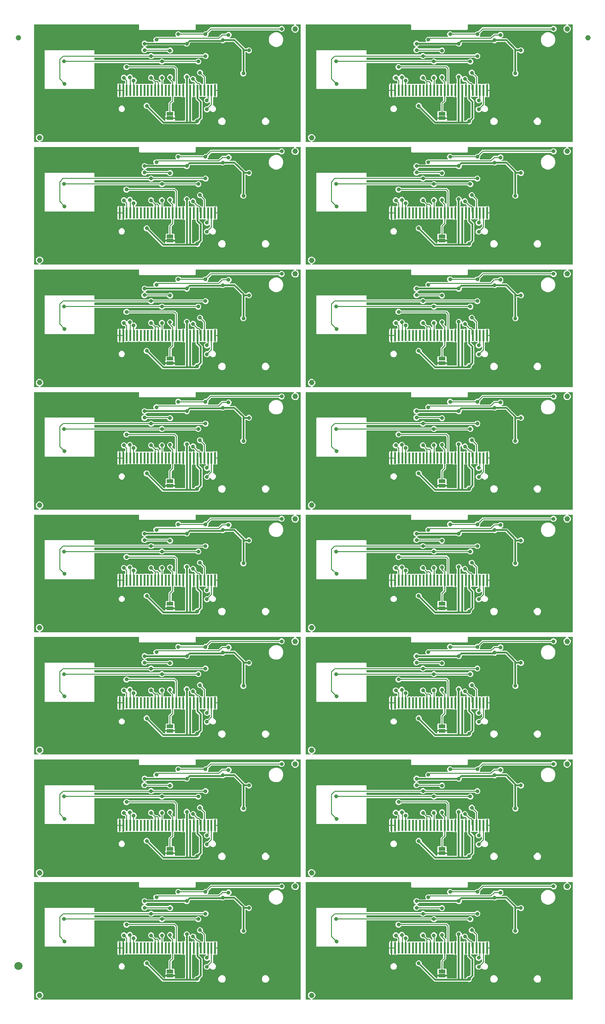
<source format=gbl>
G04 EAGLE Gerber RS-274X export*
G75*
%MOMM*%
%FSLAX34Y34*%
%LPD*%
%INBottom Copper*%
%IPPOS*%
%AMOC8*
5,1,8,0,0,1.08239X$1,22.5*%
G01*
%ADD10R,0.350000X2.000000*%
%ADD11C,1.000000*%
%ADD12R,1.270000X0.635000*%
%ADD13C,1.500000*%
%ADD14C,0.736600*%
%ADD15C,0.177800*%
%ADD16C,0.304800*%

G36*
X510375Y2044D02*
X510375Y2044D01*
X510472Y2054D01*
X510496Y2064D01*
X510522Y2068D01*
X510608Y2114D01*
X510697Y2154D01*
X510716Y2171D01*
X510739Y2184D01*
X510806Y2254D01*
X510878Y2320D01*
X510890Y2343D01*
X510908Y2362D01*
X510949Y2450D01*
X510996Y2536D01*
X511001Y2561D01*
X511012Y2585D01*
X511023Y2682D01*
X511040Y2778D01*
X511036Y2804D01*
X511039Y2829D01*
X511018Y2925D01*
X511004Y3021D01*
X510992Y3044D01*
X510987Y3070D01*
X510937Y3153D01*
X510893Y3240D01*
X510874Y3259D01*
X510861Y3281D01*
X510787Y3344D01*
X510717Y3412D01*
X510689Y3428D01*
X510674Y3441D01*
X510643Y3453D01*
X510570Y3493D01*
X508735Y4253D01*
X506828Y6160D01*
X505796Y8652D01*
X505796Y11348D01*
X506828Y13840D01*
X508735Y15747D01*
X511227Y16779D01*
X513924Y16779D01*
X516415Y15747D01*
X518322Y13840D01*
X519354Y11348D01*
X519354Y8652D01*
X518322Y6160D01*
X516415Y4253D01*
X514580Y3493D01*
X514497Y3442D01*
X514411Y3396D01*
X514393Y3378D01*
X514371Y3364D01*
X514309Y3288D01*
X514242Y3218D01*
X514231Y3194D01*
X514214Y3174D01*
X514179Y3083D01*
X514138Y2995D01*
X514136Y2969D01*
X514126Y2945D01*
X514122Y2847D01*
X514111Y2751D01*
X514117Y2725D01*
X514116Y2699D01*
X514143Y2605D01*
X514164Y2510D01*
X514177Y2488D01*
X514184Y2463D01*
X514240Y2383D01*
X514290Y2299D01*
X514310Y2282D01*
X514325Y2261D01*
X514403Y2202D01*
X514477Y2139D01*
X514501Y2129D01*
X514522Y2114D01*
X514614Y2084D01*
X514705Y2047D01*
X514737Y2044D01*
X514756Y2038D01*
X514789Y2038D01*
X514872Y2029D01*
X992285Y2029D01*
X992305Y2032D01*
X992325Y2030D01*
X992426Y2052D01*
X992528Y2068D01*
X992546Y2078D01*
X992565Y2082D01*
X992654Y2135D01*
X992745Y2184D01*
X992759Y2198D01*
X992776Y2208D01*
X992843Y2287D01*
X992915Y2362D01*
X992923Y2380D01*
X992936Y2395D01*
X992975Y2491D01*
X993018Y2585D01*
X993021Y2605D01*
X993028Y2623D01*
X993046Y2790D01*
X993046Y217210D01*
X993043Y217230D01*
X993045Y217249D01*
X993023Y217351D01*
X993007Y217453D01*
X992997Y217470D01*
X992993Y217490D01*
X992940Y217579D01*
X992892Y217670D01*
X992877Y217684D01*
X992867Y217701D01*
X992788Y217768D01*
X992713Y217840D01*
X992695Y217848D01*
X992680Y217861D01*
X992584Y217900D01*
X992490Y217943D01*
X992470Y217945D01*
X992452Y217953D01*
X992285Y217971D01*
X984872Y217971D01*
X984775Y217956D01*
X984678Y217946D01*
X984655Y217936D01*
X984629Y217932D01*
X984543Y217886D01*
X984454Y217846D01*
X984434Y217829D01*
X984411Y217816D01*
X984344Y217746D01*
X984273Y217680D01*
X984260Y217657D01*
X984242Y217638D01*
X984201Y217550D01*
X984154Y217464D01*
X984149Y217439D01*
X984138Y217415D01*
X984128Y217318D01*
X984110Y217222D01*
X984114Y217196D01*
X984111Y217171D01*
X984132Y217075D01*
X984146Y216979D01*
X984158Y216956D01*
X984164Y216930D01*
X984213Y216847D01*
X984258Y216760D01*
X984276Y216741D01*
X984290Y216719D01*
X984364Y216656D01*
X984433Y216588D01*
X984462Y216572D01*
X984477Y216559D01*
X984507Y216547D01*
X984580Y216507D01*
X986415Y215747D01*
X988322Y213840D01*
X989354Y211348D01*
X989354Y208652D01*
X988322Y206160D01*
X986415Y204253D01*
X983924Y203221D01*
X981227Y203221D01*
X978735Y204253D01*
X976828Y206160D01*
X975796Y208652D01*
X975796Y211348D01*
X976828Y213840D01*
X978735Y215747D01*
X980570Y216507D01*
X980653Y216558D01*
X980739Y216604D01*
X980757Y216622D01*
X980779Y216636D01*
X980841Y216712D01*
X980908Y216782D01*
X980919Y216806D01*
X980936Y216826D01*
X980971Y216917D01*
X981012Y217005D01*
X981015Y217031D01*
X981024Y217055D01*
X981028Y217153D01*
X981039Y217249D01*
X981034Y217275D01*
X981035Y217301D01*
X981008Y217395D01*
X980987Y217490D01*
X980973Y217512D01*
X980966Y217537D01*
X980911Y217617D01*
X980861Y217701D01*
X980841Y217718D01*
X980826Y217739D01*
X980748Y217798D01*
X980674Y217861D01*
X980649Y217871D01*
X980628Y217886D01*
X980536Y217916D01*
X980446Y217953D01*
X980413Y217956D01*
X980395Y217962D01*
X980362Y217962D01*
X980279Y217971D01*
X800365Y217971D01*
X800345Y217968D01*
X800326Y217970D01*
X800224Y217948D01*
X800122Y217932D01*
X800105Y217922D01*
X800085Y217918D01*
X799996Y217865D01*
X799905Y217816D01*
X799891Y217802D01*
X799874Y217792D01*
X799807Y217713D01*
X799736Y217638D01*
X799727Y217620D01*
X799714Y217605D01*
X799676Y217509D01*
X799632Y217415D01*
X799630Y217395D01*
X799622Y217377D01*
X799604Y217210D01*
X799604Y209160D01*
X798416Y207971D01*
X696735Y207971D01*
X695546Y209160D01*
X695546Y217210D01*
X695543Y217230D01*
X695545Y217249D01*
X695523Y217351D01*
X695507Y217453D01*
X695497Y217470D01*
X695493Y217490D01*
X695440Y217579D01*
X695392Y217670D01*
X695377Y217684D01*
X695367Y217701D01*
X695288Y217768D01*
X695213Y217840D01*
X695195Y217848D01*
X695180Y217861D01*
X695084Y217900D01*
X694990Y217943D01*
X694970Y217945D01*
X694952Y217953D01*
X694785Y217971D01*
X502865Y217971D01*
X502845Y217968D01*
X502826Y217970D01*
X502724Y217948D01*
X502622Y217932D01*
X502605Y217922D01*
X502585Y217918D01*
X502496Y217865D01*
X502405Y217816D01*
X502391Y217802D01*
X502374Y217792D01*
X502307Y217713D01*
X502236Y217638D01*
X502227Y217620D01*
X502214Y217605D01*
X502176Y217509D01*
X502132Y217415D01*
X502130Y217395D01*
X502122Y217377D01*
X502104Y217210D01*
X502104Y2790D01*
X502107Y2770D01*
X502105Y2751D01*
X502127Y2649D01*
X502144Y2547D01*
X502153Y2530D01*
X502157Y2510D01*
X502210Y2421D01*
X502259Y2330D01*
X502273Y2316D01*
X502283Y2299D01*
X502362Y2232D01*
X502437Y2160D01*
X502455Y2152D01*
X502470Y2139D01*
X502567Y2100D01*
X502660Y2057D01*
X502680Y2055D01*
X502698Y2047D01*
X502865Y2029D01*
X510279Y2029D01*
X510375Y2044D01*
G37*
G36*
X10300Y2044D02*
X10300Y2044D01*
X10397Y2054D01*
X10421Y2064D01*
X10446Y2068D01*
X10532Y2114D01*
X10621Y2154D01*
X10641Y2171D01*
X10664Y2184D01*
X10731Y2254D01*
X10803Y2320D01*
X10815Y2343D01*
X10833Y2362D01*
X10874Y2450D01*
X10921Y2536D01*
X10926Y2561D01*
X10937Y2585D01*
X10948Y2682D01*
X10965Y2778D01*
X10961Y2804D01*
X10964Y2829D01*
X10943Y2925D01*
X10929Y3021D01*
X10917Y3044D01*
X10912Y3070D01*
X10862Y3153D01*
X10818Y3240D01*
X10799Y3259D01*
X10785Y3281D01*
X10712Y3344D01*
X10642Y3412D01*
X10613Y3428D01*
X10599Y3441D01*
X10568Y3453D01*
X10495Y3493D01*
X8660Y4253D01*
X6753Y6160D01*
X5721Y8652D01*
X5721Y11348D01*
X6753Y13840D01*
X8660Y15747D01*
X11152Y16779D01*
X13848Y16779D01*
X16340Y15747D01*
X18247Y13840D01*
X19279Y11348D01*
X19279Y8652D01*
X18247Y6160D01*
X16340Y4253D01*
X14505Y3493D01*
X14422Y3442D01*
X14336Y3396D01*
X14318Y3378D01*
X14296Y3364D01*
X14234Y3288D01*
X14167Y3218D01*
X14156Y3194D01*
X14139Y3174D01*
X14104Y3083D01*
X14063Y2995D01*
X14060Y2969D01*
X14051Y2945D01*
X14047Y2847D01*
X14036Y2751D01*
X14042Y2725D01*
X14041Y2699D01*
X14068Y2605D01*
X14088Y2510D01*
X14102Y2488D01*
X14109Y2463D01*
X14165Y2383D01*
X14215Y2299D01*
X14234Y2282D01*
X14249Y2261D01*
X14327Y2202D01*
X14401Y2139D01*
X14426Y2129D01*
X14447Y2114D01*
X14539Y2084D01*
X14630Y2047D01*
X14662Y2044D01*
X14681Y2038D01*
X14714Y2038D01*
X14796Y2029D01*
X492210Y2029D01*
X492230Y2032D01*
X492249Y2030D01*
X492351Y2052D01*
X492453Y2068D01*
X492470Y2078D01*
X492490Y2082D01*
X492579Y2135D01*
X492670Y2184D01*
X492684Y2198D01*
X492701Y2208D01*
X492768Y2287D01*
X492840Y2362D01*
X492848Y2380D01*
X492861Y2395D01*
X492900Y2491D01*
X492943Y2585D01*
X492945Y2605D01*
X492953Y2623D01*
X492971Y2790D01*
X492971Y217210D01*
X492968Y217230D01*
X492970Y217249D01*
X492948Y217351D01*
X492932Y217453D01*
X492922Y217470D01*
X492918Y217490D01*
X492865Y217579D01*
X492816Y217670D01*
X492802Y217684D01*
X492792Y217701D01*
X492713Y217768D01*
X492638Y217840D01*
X492620Y217848D01*
X492605Y217861D01*
X492509Y217900D01*
X492415Y217943D01*
X492395Y217945D01*
X492377Y217953D01*
X492210Y217971D01*
X484796Y217971D01*
X484700Y217956D01*
X484603Y217946D01*
X484579Y217936D01*
X484554Y217932D01*
X484468Y217886D01*
X484379Y217846D01*
X484359Y217829D01*
X484336Y217816D01*
X484269Y217746D01*
X484197Y217680D01*
X484185Y217657D01*
X484167Y217638D01*
X484126Y217550D01*
X484079Y217464D01*
X484074Y217439D01*
X484063Y217415D01*
X484052Y217318D01*
X484035Y217222D01*
X484039Y217196D01*
X484036Y217171D01*
X484057Y217075D01*
X484071Y216979D01*
X484083Y216956D01*
X484088Y216930D01*
X484138Y216847D01*
X484182Y216760D01*
X484201Y216741D01*
X484215Y216719D01*
X484288Y216656D01*
X484358Y216588D01*
X484387Y216572D01*
X484401Y216559D01*
X484432Y216547D01*
X484505Y216507D01*
X486340Y215747D01*
X488247Y213840D01*
X489279Y211348D01*
X489279Y208652D01*
X488247Y206160D01*
X486340Y204253D01*
X483848Y203221D01*
X481152Y203221D01*
X478660Y204253D01*
X476753Y206160D01*
X475721Y208652D01*
X475721Y211348D01*
X476753Y213840D01*
X478660Y215747D01*
X480495Y216507D01*
X480578Y216558D01*
X480664Y216604D01*
X480682Y216622D01*
X480704Y216636D01*
X480766Y216712D01*
X480833Y216782D01*
X480844Y216806D01*
X480861Y216826D01*
X480896Y216917D01*
X480937Y217005D01*
X480940Y217031D01*
X480949Y217055D01*
X480953Y217153D01*
X480964Y217249D01*
X480958Y217275D01*
X480959Y217301D01*
X480932Y217395D01*
X480912Y217490D01*
X480898Y217512D01*
X480891Y217537D01*
X480835Y217617D01*
X480785Y217701D01*
X480766Y217718D01*
X480751Y217739D01*
X480673Y217798D01*
X480599Y217861D01*
X480574Y217871D01*
X480553Y217886D01*
X480461Y217916D01*
X480370Y217953D01*
X480338Y217956D01*
X480319Y217962D01*
X480286Y217962D01*
X480204Y217971D01*
X300290Y217971D01*
X300270Y217968D01*
X300251Y217970D01*
X300149Y217948D01*
X300047Y217932D01*
X300030Y217922D01*
X300010Y217918D01*
X299921Y217865D01*
X299830Y217816D01*
X299816Y217802D01*
X299799Y217792D01*
X299732Y217713D01*
X299660Y217638D01*
X299652Y217620D01*
X299639Y217605D01*
X299600Y217509D01*
X299557Y217415D01*
X299555Y217395D01*
X299547Y217377D01*
X299529Y217210D01*
X299529Y209160D01*
X298340Y207971D01*
X196660Y207971D01*
X195471Y209160D01*
X195471Y217210D01*
X195468Y217230D01*
X195470Y217249D01*
X195448Y217351D01*
X195432Y217453D01*
X195422Y217470D01*
X195418Y217490D01*
X195365Y217579D01*
X195316Y217670D01*
X195302Y217684D01*
X195292Y217701D01*
X195213Y217768D01*
X195138Y217840D01*
X195120Y217848D01*
X195105Y217861D01*
X195009Y217900D01*
X194915Y217943D01*
X194895Y217945D01*
X194877Y217953D01*
X194710Y217971D01*
X2790Y217971D01*
X2770Y217968D01*
X2751Y217970D01*
X2649Y217948D01*
X2547Y217932D01*
X2530Y217922D01*
X2510Y217918D01*
X2421Y217865D01*
X2330Y217816D01*
X2316Y217802D01*
X2299Y217792D01*
X2232Y217713D01*
X2160Y217638D01*
X2152Y217620D01*
X2139Y217605D01*
X2100Y217509D01*
X2057Y217415D01*
X2055Y217395D01*
X2047Y217377D01*
X2029Y217210D01*
X2029Y2790D01*
X2032Y2770D01*
X2030Y2751D01*
X2052Y2649D01*
X2068Y2547D01*
X2078Y2530D01*
X2082Y2510D01*
X2135Y2421D01*
X2184Y2330D01*
X2198Y2316D01*
X2208Y2299D01*
X2287Y2232D01*
X2362Y2160D01*
X2380Y2152D01*
X2395Y2139D01*
X2491Y2100D01*
X2585Y2057D01*
X2605Y2055D01*
X2623Y2047D01*
X2790Y2029D01*
X10204Y2029D01*
X10300Y2044D01*
G37*
G36*
X510375Y452209D02*
X510375Y452209D01*
X510472Y452218D01*
X510496Y452228D01*
X510522Y452233D01*
X510608Y452278D01*
X510697Y452318D01*
X510716Y452336D01*
X510739Y452348D01*
X510806Y452418D01*
X510878Y452484D01*
X510890Y452507D01*
X510908Y452526D01*
X510949Y452614D01*
X510996Y452700D01*
X511001Y452725D01*
X511012Y452749D01*
X511023Y452846D01*
X511040Y452942D01*
X511036Y452968D01*
X511039Y452994D01*
X511018Y453089D01*
X511004Y453185D01*
X510992Y453208D01*
X510987Y453234D01*
X510937Y453318D01*
X510893Y453404D01*
X510874Y453423D01*
X510861Y453445D01*
X510787Y453508D01*
X510717Y453577D01*
X510689Y453592D01*
X510674Y453605D01*
X510643Y453617D01*
X510570Y453657D01*
X508735Y454417D01*
X506828Y456324D01*
X505796Y458816D01*
X505796Y461513D01*
X506828Y464004D01*
X508735Y465911D01*
X511227Y466943D01*
X513924Y466943D01*
X516415Y465911D01*
X518322Y464004D01*
X519354Y461513D01*
X519354Y458816D01*
X518322Y456324D01*
X516415Y454417D01*
X514580Y453657D01*
X514497Y453606D01*
X514411Y453561D01*
X514393Y453542D01*
X514371Y453528D01*
X514309Y453453D01*
X514242Y453382D01*
X514231Y453359D01*
X514214Y453338D01*
X514179Y453247D01*
X514138Y453159D01*
X514136Y453133D01*
X514126Y453109D01*
X514122Y453011D01*
X514111Y452915D01*
X514117Y452889D01*
X514116Y452863D01*
X514143Y452770D01*
X514164Y452674D01*
X514177Y452652D01*
X514184Y452627D01*
X514240Y452547D01*
X514290Y452463D01*
X514310Y452446D01*
X514325Y452425D01*
X514403Y452367D01*
X514477Y452303D01*
X514501Y452294D01*
X514522Y452278D01*
X514614Y452248D01*
X514705Y452211D01*
X514737Y452208D01*
X514756Y452202D01*
X514789Y452202D01*
X514872Y452193D01*
X992285Y452193D01*
X992305Y452196D01*
X992325Y452194D01*
X992426Y452216D01*
X992528Y452233D01*
X992546Y452242D01*
X992565Y452246D01*
X992654Y452299D01*
X992745Y452348D01*
X992759Y452362D01*
X992776Y452372D01*
X992843Y452451D01*
X992915Y452526D01*
X992923Y452544D01*
X992936Y452559D01*
X992975Y452656D01*
X993018Y452749D01*
X993021Y452769D01*
X993028Y452787D01*
X993046Y452954D01*
X993046Y667374D01*
X993043Y667394D01*
X993045Y667414D01*
X993023Y667515D01*
X993007Y667617D01*
X992997Y667635D01*
X992993Y667654D01*
X992940Y667743D01*
X992892Y667834D01*
X992877Y667848D01*
X992867Y667865D01*
X992788Y667932D01*
X992713Y668004D01*
X992695Y668012D01*
X992680Y668025D01*
X992584Y668064D01*
X992490Y668107D01*
X992470Y668110D01*
X992452Y668117D01*
X992285Y668135D01*
X984872Y668135D01*
X984775Y668120D01*
X984678Y668111D01*
X984655Y668100D01*
X984629Y668096D01*
X984543Y668050D01*
X984454Y668011D01*
X984434Y667993D01*
X984411Y667981D01*
X984344Y667910D01*
X984273Y667844D01*
X984260Y667821D01*
X984242Y667802D01*
X984201Y667714D01*
X984154Y667629D01*
X984149Y667603D01*
X984138Y667579D01*
X984128Y667483D01*
X984110Y667387D01*
X984114Y667361D01*
X984111Y667335D01*
X984132Y667240D01*
X984146Y667143D01*
X984158Y667120D01*
X984164Y667094D01*
X984213Y667011D01*
X984258Y666924D01*
X984276Y666906D01*
X984290Y666883D01*
X984364Y666820D01*
X984433Y666752D01*
X984462Y666736D01*
X984477Y666723D01*
X984507Y666711D01*
X984580Y666671D01*
X986415Y665911D01*
X988322Y664004D01*
X989354Y661513D01*
X989354Y658816D01*
X988322Y656324D01*
X986415Y654417D01*
X983924Y653385D01*
X981227Y653385D01*
X978735Y654417D01*
X976828Y656324D01*
X975796Y658816D01*
X975796Y661513D01*
X976828Y664004D01*
X978735Y665911D01*
X980570Y666671D01*
X980653Y666722D01*
X980739Y666768D01*
X980757Y666787D01*
X980779Y666800D01*
X980841Y666876D01*
X980908Y666946D01*
X980919Y666970D01*
X980936Y666990D01*
X980971Y667081D01*
X981012Y667169D01*
X981015Y667195D01*
X981024Y667220D01*
X981028Y667317D01*
X981039Y667414D01*
X981034Y667439D01*
X981035Y667465D01*
X981008Y667559D01*
X980987Y667654D01*
X980973Y667677D01*
X980966Y667702D01*
X980911Y667782D01*
X980861Y667865D01*
X980841Y667882D01*
X980826Y667904D01*
X980748Y667962D01*
X980674Y668025D01*
X980649Y668035D01*
X980628Y668050D01*
X980536Y668081D01*
X980446Y668117D01*
X980413Y668121D01*
X980395Y668127D01*
X980362Y668126D01*
X980279Y668135D01*
X800365Y668135D01*
X800345Y668132D01*
X800326Y668134D01*
X800224Y668112D01*
X800122Y668096D01*
X800105Y668086D01*
X800085Y668082D01*
X799996Y668029D01*
X799905Y667981D01*
X799891Y667966D01*
X799874Y667956D01*
X799807Y667877D01*
X799736Y667802D01*
X799727Y667784D01*
X799714Y667769D01*
X799676Y667673D01*
X799632Y667579D01*
X799630Y667559D01*
X799622Y667541D01*
X799604Y667374D01*
X799604Y659324D01*
X798416Y658135D01*
X696735Y658135D01*
X695546Y659324D01*
X695546Y667374D01*
X695543Y667394D01*
X695545Y667414D01*
X695523Y667515D01*
X695507Y667617D01*
X695497Y667635D01*
X695493Y667654D01*
X695440Y667743D01*
X695392Y667834D01*
X695377Y667848D01*
X695367Y667865D01*
X695288Y667932D01*
X695213Y668004D01*
X695195Y668012D01*
X695180Y668025D01*
X695084Y668064D01*
X694990Y668107D01*
X694970Y668110D01*
X694952Y668117D01*
X694785Y668135D01*
X502865Y668135D01*
X502845Y668132D01*
X502826Y668134D01*
X502724Y668112D01*
X502622Y668096D01*
X502605Y668086D01*
X502585Y668082D01*
X502496Y668029D01*
X502405Y667981D01*
X502391Y667966D01*
X502374Y667956D01*
X502307Y667877D01*
X502236Y667802D01*
X502227Y667784D01*
X502214Y667769D01*
X502176Y667673D01*
X502132Y667579D01*
X502130Y667559D01*
X502122Y667541D01*
X502104Y667374D01*
X502104Y452954D01*
X502107Y452934D01*
X502105Y452915D01*
X502127Y452813D01*
X502144Y452711D01*
X502153Y452694D01*
X502157Y452674D01*
X502210Y452585D01*
X502259Y452494D01*
X502273Y452480D01*
X502283Y452463D01*
X502362Y452396D01*
X502437Y452325D01*
X502455Y452316D01*
X502470Y452303D01*
X502567Y452265D01*
X502660Y452221D01*
X502680Y452219D01*
X502698Y452211D01*
X502865Y452193D01*
X510279Y452193D01*
X510375Y452209D01*
G37*
G36*
X510375Y902373D02*
X510375Y902373D01*
X510472Y902382D01*
X510496Y902393D01*
X510522Y902397D01*
X510608Y902442D01*
X510697Y902482D01*
X510716Y902500D01*
X510739Y902512D01*
X510806Y902583D01*
X510878Y902648D01*
X510890Y902671D01*
X510908Y902690D01*
X510949Y902779D01*
X510996Y902864D01*
X511001Y902890D01*
X511012Y902913D01*
X511023Y903010D01*
X511040Y903106D01*
X511036Y903132D01*
X511039Y903158D01*
X511018Y903253D01*
X511004Y903349D01*
X510992Y903373D01*
X510987Y903398D01*
X510937Y903482D01*
X510893Y903569D01*
X510874Y903587D01*
X510861Y903609D01*
X510787Y903673D01*
X510717Y903741D01*
X510689Y903757D01*
X510674Y903769D01*
X510643Y903782D01*
X510570Y903822D01*
X508735Y904582D01*
X506828Y906489D01*
X505796Y908980D01*
X505796Y911677D01*
X506828Y914168D01*
X508735Y916075D01*
X511227Y917107D01*
X513924Y917107D01*
X516415Y916075D01*
X518322Y914168D01*
X519354Y911677D01*
X519354Y908980D01*
X518322Y906489D01*
X516415Y904582D01*
X514580Y903822D01*
X514497Y903770D01*
X514411Y903725D01*
X514393Y903706D01*
X514371Y903692D01*
X514309Y903617D01*
X514242Y903546D01*
X514231Y903523D01*
X514214Y903503D01*
X514179Y903412D01*
X514138Y903323D01*
X514136Y903297D01*
X514126Y903273D01*
X514122Y903176D01*
X514111Y903079D01*
X514117Y903053D01*
X514116Y903027D01*
X514143Y902934D01*
X514164Y902839D01*
X514177Y902816D01*
X514184Y902791D01*
X514240Y902711D01*
X514290Y902627D01*
X514310Y902610D01*
X514325Y902589D01*
X514403Y902531D01*
X514477Y902468D01*
X514501Y902458D01*
X514522Y902442D01*
X514614Y902412D01*
X514705Y902376D01*
X514737Y902372D01*
X514756Y902366D01*
X514789Y902366D01*
X514872Y902357D01*
X992285Y902357D01*
X992305Y902360D01*
X992325Y902358D01*
X992426Y902380D01*
X992528Y902397D01*
X992546Y902406D01*
X992565Y902410D01*
X992654Y902464D01*
X992745Y902512D01*
X992759Y902526D01*
X992776Y902537D01*
X992843Y902615D01*
X992915Y902690D01*
X992923Y902708D01*
X992936Y902724D01*
X992975Y902820D01*
X993018Y902913D01*
X993021Y902933D01*
X993028Y902952D01*
X993046Y903118D01*
X993046Y1117538D01*
X993043Y1117558D01*
X993045Y1117578D01*
X993023Y1117679D01*
X993007Y1117781D01*
X992997Y1117799D01*
X992993Y1117818D01*
X992940Y1117907D01*
X992892Y1117999D01*
X992877Y1118012D01*
X992867Y1118029D01*
X992788Y1118097D01*
X992713Y1118168D01*
X992695Y1118176D01*
X992680Y1118189D01*
X992584Y1118228D01*
X992490Y1118272D01*
X992470Y1118274D01*
X992452Y1118281D01*
X992285Y1118300D01*
X984872Y1118300D01*
X984775Y1118284D01*
X984678Y1118275D01*
X984655Y1118264D01*
X984629Y1118260D01*
X984543Y1118214D01*
X984454Y1118175D01*
X984434Y1118157D01*
X984411Y1118145D01*
X984344Y1118074D01*
X984273Y1118008D01*
X984260Y1117985D01*
X984242Y1117966D01*
X984201Y1117878D01*
X984154Y1117793D01*
X984149Y1117767D01*
X984138Y1117743D01*
X984128Y1117647D01*
X984110Y1117551D01*
X984114Y1117525D01*
X984111Y1117499D01*
X984132Y1117404D01*
X984146Y1117307D01*
X984158Y1117284D01*
X984164Y1117259D01*
X984213Y1117175D01*
X984258Y1117088D01*
X984276Y1117070D01*
X984290Y1117047D01*
X984364Y1116984D01*
X984433Y1116916D01*
X984462Y1116900D01*
X984477Y1116888D01*
X984507Y1116875D01*
X984580Y1116835D01*
X986415Y1116075D01*
X988322Y1114168D01*
X989354Y1111677D01*
X989354Y1108980D01*
X988322Y1106489D01*
X986415Y1104582D01*
X983924Y1103550D01*
X981227Y1103550D01*
X978735Y1104582D01*
X976828Y1106489D01*
X975796Y1108980D01*
X975796Y1111677D01*
X976828Y1114168D01*
X978735Y1116075D01*
X980570Y1116835D01*
X980653Y1116887D01*
X980739Y1116932D01*
X980757Y1116951D01*
X980779Y1116965D01*
X980841Y1117040D01*
X980908Y1117110D01*
X980919Y1117134D01*
X980936Y1117154D01*
X980971Y1117245D01*
X981012Y1117333D01*
X981015Y1117359D01*
X981024Y1117384D01*
X981028Y1117481D01*
X981039Y1117578D01*
X981034Y1117603D01*
X981035Y1117630D01*
X981008Y1117723D01*
X980987Y1117818D01*
X980973Y1117841D01*
X980966Y1117866D01*
X980911Y1117946D01*
X980861Y1118029D01*
X980841Y1118046D01*
X980826Y1118068D01*
X980748Y1118126D01*
X980674Y1118189D01*
X980649Y1118199D01*
X980628Y1118215D01*
X980536Y1118245D01*
X980446Y1118281D01*
X980413Y1118285D01*
X980395Y1118291D01*
X980362Y1118291D01*
X980279Y1118300D01*
X800365Y1118300D01*
X800345Y1118296D01*
X800326Y1118299D01*
X800224Y1118277D01*
X800122Y1118260D01*
X800105Y1118251D01*
X800085Y1118246D01*
X799996Y1118193D01*
X799905Y1118145D01*
X799891Y1118130D01*
X799874Y1118120D01*
X799807Y1118041D01*
X799736Y1117966D01*
X799727Y1117948D01*
X799714Y1117933D01*
X799676Y1117837D01*
X799632Y1117743D01*
X799630Y1117724D01*
X799622Y1117705D01*
X799604Y1117538D01*
X799604Y1109488D01*
X798416Y1108300D01*
X696735Y1108300D01*
X695546Y1109488D01*
X695546Y1117538D01*
X695543Y1117558D01*
X695545Y1117578D01*
X695523Y1117679D01*
X695507Y1117781D01*
X695497Y1117799D01*
X695493Y1117818D01*
X695440Y1117907D01*
X695392Y1117999D01*
X695377Y1118012D01*
X695367Y1118029D01*
X695288Y1118097D01*
X695213Y1118168D01*
X695195Y1118176D01*
X695180Y1118189D01*
X695084Y1118228D01*
X694990Y1118272D01*
X694970Y1118274D01*
X694952Y1118281D01*
X694785Y1118300D01*
X502865Y1118300D01*
X502845Y1118296D01*
X502826Y1118299D01*
X502724Y1118277D01*
X502622Y1118260D01*
X502605Y1118251D01*
X502585Y1118246D01*
X502496Y1118193D01*
X502405Y1118145D01*
X502391Y1118130D01*
X502374Y1118120D01*
X502307Y1118041D01*
X502236Y1117966D01*
X502227Y1117948D01*
X502214Y1117933D01*
X502176Y1117837D01*
X502132Y1117743D01*
X502130Y1117724D01*
X502122Y1117705D01*
X502104Y1117538D01*
X502104Y903118D01*
X502107Y903099D01*
X502105Y903079D01*
X502127Y902978D01*
X502144Y902876D01*
X502153Y902858D01*
X502157Y902839D01*
X502210Y902750D01*
X502259Y902658D01*
X502273Y902645D01*
X502283Y902627D01*
X502362Y902560D01*
X502437Y902489D01*
X502455Y902481D01*
X502470Y902468D01*
X502567Y902429D01*
X502660Y902385D01*
X502680Y902383D01*
X502698Y902376D01*
X502865Y902357D01*
X510279Y902357D01*
X510375Y902373D01*
G37*
G36*
X10300Y1577606D02*
X10300Y1577606D01*
X10397Y1577616D01*
X10421Y1577626D01*
X10446Y1577630D01*
X10532Y1577676D01*
X10621Y1577716D01*
X10641Y1577733D01*
X10664Y1577746D01*
X10731Y1577816D01*
X10803Y1577882D01*
X10815Y1577905D01*
X10833Y1577924D01*
X10874Y1578012D01*
X10921Y1578098D01*
X10926Y1578123D01*
X10937Y1578147D01*
X10947Y1578244D01*
X10965Y1578340D01*
X10961Y1578366D01*
X10964Y1578391D01*
X10943Y1578487D01*
X10929Y1578583D01*
X10917Y1578606D01*
X10912Y1578632D01*
X10862Y1578715D01*
X10818Y1578802D01*
X10799Y1578821D01*
X10785Y1578843D01*
X10712Y1578906D01*
X10642Y1578974D01*
X10613Y1578990D01*
X10599Y1579003D01*
X10568Y1579015D01*
X10495Y1579055D01*
X8660Y1579815D01*
X6753Y1581722D01*
X5721Y1584214D01*
X5721Y1586910D01*
X6753Y1589402D01*
X8660Y1591309D01*
X11152Y1592341D01*
X13848Y1592341D01*
X16340Y1591309D01*
X18247Y1589402D01*
X19279Y1586910D01*
X19279Y1584214D01*
X18247Y1581722D01*
X16340Y1579815D01*
X14505Y1579055D01*
X14422Y1579004D01*
X14336Y1578958D01*
X14318Y1578940D01*
X14296Y1578926D01*
X14234Y1578850D01*
X14167Y1578780D01*
X14156Y1578756D01*
X14139Y1578736D01*
X14104Y1578645D01*
X14063Y1578557D01*
X14060Y1578531D01*
X14051Y1578507D01*
X14047Y1578409D01*
X14036Y1578313D01*
X14042Y1578287D01*
X14041Y1578261D01*
X14068Y1578167D01*
X14088Y1578072D01*
X14102Y1578050D01*
X14109Y1578025D01*
X14165Y1577945D01*
X14215Y1577861D01*
X14234Y1577844D01*
X14249Y1577823D01*
X14328Y1577764D01*
X14401Y1577701D01*
X14426Y1577691D01*
X14447Y1577676D01*
X14539Y1577646D01*
X14630Y1577609D01*
X14662Y1577606D01*
X14681Y1577600D01*
X14714Y1577600D01*
X14796Y1577591D01*
X492210Y1577591D01*
X492230Y1577594D01*
X492249Y1577592D01*
X492351Y1577614D01*
X492453Y1577630D01*
X492470Y1577640D01*
X492490Y1577644D01*
X492579Y1577697D01*
X492670Y1577746D01*
X492684Y1577760D01*
X492701Y1577770D01*
X492768Y1577849D01*
X492840Y1577924D01*
X492848Y1577942D01*
X492861Y1577957D01*
X492900Y1578053D01*
X492943Y1578147D01*
X492945Y1578167D01*
X492953Y1578185D01*
X492971Y1578352D01*
X492971Y1792772D01*
X492968Y1792792D01*
X492970Y1792811D01*
X492948Y1792913D01*
X492932Y1793015D01*
X492922Y1793032D01*
X492918Y1793052D01*
X492865Y1793141D01*
X492816Y1793232D01*
X492802Y1793246D01*
X492792Y1793263D01*
X492713Y1793330D01*
X492638Y1793402D01*
X492620Y1793410D01*
X492605Y1793423D01*
X492509Y1793462D01*
X492415Y1793505D01*
X492395Y1793507D01*
X492377Y1793515D01*
X492210Y1793533D01*
X484796Y1793533D01*
X484700Y1793518D01*
X484603Y1793508D01*
X484579Y1793498D01*
X484554Y1793494D01*
X484468Y1793448D01*
X484379Y1793408D01*
X484359Y1793391D01*
X484336Y1793378D01*
X484269Y1793308D01*
X484197Y1793242D01*
X484185Y1793219D01*
X484167Y1793200D01*
X484126Y1793112D01*
X484079Y1793026D01*
X484074Y1793001D01*
X484063Y1792977D01*
X484053Y1792880D01*
X484035Y1792784D01*
X484039Y1792758D01*
X484036Y1792733D01*
X484057Y1792637D01*
X484071Y1792541D01*
X484083Y1792518D01*
X484088Y1792492D01*
X484138Y1792409D01*
X484182Y1792322D01*
X484201Y1792303D01*
X484215Y1792281D01*
X484288Y1792218D01*
X484358Y1792150D01*
X484387Y1792134D01*
X484401Y1792121D01*
X484432Y1792109D01*
X484505Y1792069D01*
X486340Y1791309D01*
X488247Y1789402D01*
X489279Y1786910D01*
X489279Y1784214D01*
X488247Y1781722D01*
X486340Y1779815D01*
X483848Y1778783D01*
X481152Y1778783D01*
X478660Y1779815D01*
X476753Y1781722D01*
X475721Y1784214D01*
X475721Y1786910D01*
X476753Y1789402D01*
X478660Y1791309D01*
X480495Y1792069D01*
X480578Y1792120D01*
X480664Y1792166D01*
X480682Y1792184D01*
X480704Y1792198D01*
X480766Y1792274D01*
X480833Y1792344D01*
X480844Y1792368D01*
X480861Y1792388D01*
X480896Y1792479D01*
X480937Y1792567D01*
X480940Y1792593D01*
X480949Y1792617D01*
X480953Y1792715D01*
X480964Y1792811D01*
X480958Y1792837D01*
X480959Y1792863D01*
X480932Y1792957D01*
X480912Y1793052D01*
X480898Y1793074D01*
X480891Y1793099D01*
X480835Y1793179D01*
X480785Y1793263D01*
X480766Y1793280D01*
X480751Y1793301D01*
X480672Y1793360D01*
X480599Y1793423D01*
X480574Y1793433D01*
X480553Y1793448D01*
X480461Y1793478D01*
X480370Y1793515D01*
X480338Y1793518D01*
X480319Y1793524D01*
X480286Y1793524D01*
X480204Y1793533D01*
X300290Y1793533D01*
X300270Y1793530D01*
X300251Y1793532D01*
X300149Y1793510D01*
X300047Y1793494D01*
X300030Y1793484D01*
X300010Y1793480D01*
X299921Y1793427D01*
X299830Y1793378D01*
X299816Y1793364D01*
X299799Y1793354D01*
X299732Y1793275D01*
X299660Y1793200D01*
X299652Y1793182D01*
X299639Y1793167D01*
X299600Y1793071D01*
X299557Y1792977D01*
X299555Y1792957D01*
X299547Y1792939D01*
X299529Y1792772D01*
X299529Y1784722D01*
X298340Y1783533D01*
X196660Y1783533D01*
X195471Y1784722D01*
X195471Y1792772D01*
X195468Y1792792D01*
X195470Y1792811D01*
X195448Y1792913D01*
X195432Y1793015D01*
X195422Y1793032D01*
X195418Y1793052D01*
X195365Y1793141D01*
X195316Y1793232D01*
X195302Y1793246D01*
X195292Y1793263D01*
X195213Y1793330D01*
X195138Y1793402D01*
X195120Y1793410D01*
X195105Y1793423D01*
X195009Y1793462D01*
X194915Y1793505D01*
X194895Y1793507D01*
X194877Y1793515D01*
X194710Y1793533D01*
X2790Y1793533D01*
X2770Y1793530D01*
X2751Y1793532D01*
X2649Y1793510D01*
X2547Y1793494D01*
X2530Y1793484D01*
X2510Y1793480D01*
X2421Y1793427D01*
X2330Y1793378D01*
X2316Y1793364D01*
X2299Y1793354D01*
X2232Y1793275D01*
X2160Y1793200D01*
X2152Y1793182D01*
X2139Y1793167D01*
X2100Y1793071D01*
X2057Y1792977D01*
X2055Y1792957D01*
X2047Y1792939D01*
X2029Y1792772D01*
X2029Y1578352D01*
X2032Y1578332D01*
X2030Y1578313D01*
X2052Y1578211D01*
X2068Y1578109D01*
X2078Y1578092D01*
X2082Y1578072D01*
X2135Y1577983D01*
X2184Y1577892D01*
X2198Y1577878D01*
X2208Y1577861D01*
X2287Y1577794D01*
X2362Y1577722D01*
X2380Y1577714D01*
X2395Y1577701D01*
X2491Y1577662D01*
X2585Y1577619D01*
X2605Y1577617D01*
X2623Y1577609D01*
X2790Y1577591D01*
X10204Y1577591D01*
X10300Y1577606D01*
G37*
G36*
X510375Y1577606D02*
X510375Y1577606D01*
X510472Y1577616D01*
X510496Y1577626D01*
X510522Y1577630D01*
X510608Y1577676D01*
X510697Y1577716D01*
X510716Y1577733D01*
X510739Y1577746D01*
X510806Y1577816D01*
X510878Y1577882D01*
X510890Y1577905D01*
X510908Y1577924D01*
X510949Y1578012D01*
X510996Y1578098D01*
X511001Y1578123D01*
X511012Y1578147D01*
X511023Y1578244D01*
X511040Y1578340D01*
X511036Y1578366D01*
X511039Y1578391D01*
X511018Y1578487D01*
X511004Y1578583D01*
X510992Y1578606D01*
X510987Y1578632D01*
X510937Y1578715D01*
X510893Y1578802D01*
X510874Y1578821D01*
X510861Y1578843D01*
X510787Y1578906D01*
X510717Y1578974D01*
X510689Y1578990D01*
X510674Y1579003D01*
X510643Y1579015D01*
X510570Y1579055D01*
X508735Y1579815D01*
X506828Y1581722D01*
X505796Y1584214D01*
X505796Y1586910D01*
X506828Y1589402D01*
X508735Y1591309D01*
X511227Y1592341D01*
X513924Y1592341D01*
X516415Y1591309D01*
X518322Y1589402D01*
X519354Y1586910D01*
X519354Y1584214D01*
X518322Y1581722D01*
X516415Y1579815D01*
X514580Y1579055D01*
X514497Y1579004D01*
X514411Y1578958D01*
X514393Y1578940D01*
X514371Y1578926D01*
X514309Y1578850D01*
X514242Y1578780D01*
X514231Y1578756D01*
X514214Y1578736D01*
X514179Y1578645D01*
X514138Y1578557D01*
X514136Y1578531D01*
X514126Y1578507D01*
X514122Y1578409D01*
X514111Y1578313D01*
X514117Y1578287D01*
X514116Y1578261D01*
X514143Y1578167D01*
X514164Y1578072D01*
X514177Y1578050D01*
X514184Y1578025D01*
X514240Y1577945D01*
X514290Y1577861D01*
X514310Y1577844D01*
X514325Y1577823D01*
X514403Y1577764D01*
X514477Y1577701D01*
X514501Y1577691D01*
X514522Y1577676D01*
X514614Y1577646D01*
X514705Y1577609D01*
X514737Y1577606D01*
X514756Y1577600D01*
X514789Y1577600D01*
X514872Y1577591D01*
X992285Y1577591D01*
X992305Y1577594D01*
X992325Y1577592D01*
X992426Y1577614D01*
X992528Y1577630D01*
X992546Y1577640D01*
X992565Y1577644D01*
X992654Y1577697D01*
X992745Y1577746D01*
X992759Y1577760D01*
X992776Y1577770D01*
X992843Y1577849D01*
X992915Y1577924D01*
X992923Y1577942D01*
X992936Y1577957D01*
X992975Y1578053D01*
X993018Y1578147D01*
X993021Y1578167D01*
X993028Y1578185D01*
X993046Y1578352D01*
X993046Y1792772D01*
X993043Y1792792D01*
X993045Y1792811D01*
X993023Y1792913D01*
X993007Y1793015D01*
X992997Y1793032D01*
X992993Y1793052D01*
X992940Y1793141D01*
X992892Y1793232D01*
X992877Y1793246D01*
X992867Y1793263D01*
X992788Y1793330D01*
X992713Y1793402D01*
X992695Y1793410D01*
X992680Y1793423D01*
X992584Y1793462D01*
X992490Y1793505D01*
X992470Y1793507D01*
X992452Y1793515D01*
X992285Y1793533D01*
X984872Y1793533D01*
X984775Y1793518D01*
X984679Y1793508D01*
X984655Y1793498D01*
X984629Y1793494D01*
X984543Y1793448D01*
X984454Y1793408D01*
X984435Y1793391D01*
X984411Y1793378D01*
X984344Y1793308D01*
X984273Y1793242D01*
X984260Y1793219D01*
X984242Y1793200D01*
X984201Y1793112D01*
X984154Y1793026D01*
X984149Y1793001D01*
X984138Y1792977D01*
X984128Y1792880D01*
X984110Y1792784D01*
X984114Y1792758D01*
X984111Y1792733D01*
X984132Y1792637D01*
X984146Y1792541D01*
X984158Y1792518D01*
X984164Y1792492D01*
X984214Y1792409D01*
X984258Y1792322D01*
X984276Y1792303D01*
X984290Y1792281D01*
X984364Y1792218D01*
X984433Y1792150D01*
X984462Y1792134D01*
X984477Y1792121D01*
X984507Y1792109D01*
X984580Y1792069D01*
X986415Y1791309D01*
X988322Y1789402D01*
X989354Y1786910D01*
X989354Y1784214D01*
X988322Y1781722D01*
X986415Y1779815D01*
X983924Y1778783D01*
X981227Y1778783D01*
X978735Y1779815D01*
X976828Y1781722D01*
X975796Y1784214D01*
X975796Y1786910D01*
X976828Y1789402D01*
X978735Y1791309D01*
X980570Y1792069D01*
X980653Y1792120D01*
X980739Y1792166D01*
X980757Y1792184D01*
X980779Y1792198D01*
X980841Y1792274D01*
X980908Y1792344D01*
X980919Y1792368D01*
X980936Y1792388D01*
X980971Y1792479D01*
X981012Y1792567D01*
X981015Y1792593D01*
X981024Y1792617D01*
X981028Y1792715D01*
X981039Y1792811D01*
X981034Y1792837D01*
X981035Y1792863D01*
X981007Y1792957D01*
X980987Y1793052D01*
X980973Y1793074D01*
X980966Y1793099D01*
X980911Y1793179D01*
X980861Y1793263D01*
X980841Y1793280D01*
X980826Y1793301D01*
X980748Y1793360D01*
X980674Y1793423D01*
X980649Y1793433D01*
X980628Y1793448D01*
X980536Y1793478D01*
X980446Y1793515D01*
X980413Y1793518D01*
X980395Y1793524D01*
X980362Y1793524D01*
X980279Y1793533D01*
X800365Y1793533D01*
X800345Y1793530D01*
X800326Y1793532D01*
X800224Y1793510D01*
X800122Y1793494D01*
X800105Y1793484D01*
X800085Y1793480D01*
X799996Y1793427D01*
X799905Y1793378D01*
X799891Y1793364D01*
X799874Y1793354D01*
X799807Y1793275D01*
X799736Y1793200D01*
X799727Y1793182D01*
X799714Y1793167D01*
X799676Y1793071D01*
X799632Y1792977D01*
X799630Y1792957D01*
X799622Y1792939D01*
X799604Y1792772D01*
X799604Y1784722D01*
X798416Y1783533D01*
X696735Y1783533D01*
X695546Y1784722D01*
X695546Y1792772D01*
X695543Y1792792D01*
X695545Y1792811D01*
X695523Y1792913D01*
X695507Y1793015D01*
X695497Y1793032D01*
X695493Y1793052D01*
X695440Y1793141D01*
X695392Y1793232D01*
X695377Y1793246D01*
X695367Y1793263D01*
X695288Y1793330D01*
X695213Y1793402D01*
X695195Y1793410D01*
X695180Y1793423D01*
X695084Y1793462D01*
X694990Y1793505D01*
X694970Y1793507D01*
X694952Y1793515D01*
X694785Y1793533D01*
X502865Y1793533D01*
X502845Y1793530D01*
X502826Y1793532D01*
X502724Y1793510D01*
X502622Y1793494D01*
X502605Y1793484D01*
X502585Y1793480D01*
X502496Y1793427D01*
X502405Y1793378D01*
X502391Y1793364D01*
X502374Y1793354D01*
X502307Y1793275D01*
X502236Y1793200D01*
X502227Y1793182D01*
X502214Y1793167D01*
X502176Y1793071D01*
X502132Y1792977D01*
X502130Y1792957D01*
X502122Y1792939D01*
X502104Y1792772D01*
X502104Y1578352D01*
X502107Y1578332D01*
X502105Y1578313D01*
X502127Y1578211D01*
X502144Y1578109D01*
X502153Y1578092D01*
X502157Y1578072D01*
X502210Y1577983D01*
X502259Y1577892D01*
X502273Y1577878D01*
X502283Y1577861D01*
X502362Y1577794D01*
X502437Y1577722D01*
X502455Y1577714D01*
X502470Y1577701D01*
X502567Y1577662D01*
X502660Y1577619D01*
X502680Y1577617D01*
X502698Y1577609D01*
X502865Y1577591D01*
X510279Y1577591D01*
X510375Y1577606D01*
G37*
G36*
X510375Y677278D02*
X510375Y677278D01*
X510472Y677287D01*
X510496Y677298D01*
X510522Y677302D01*
X510608Y677348D01*
X510697Y677387D01*
X510716Y677405D01*
X510739Y677417D01*
X510806Y677488D01*
X510878Y677554D01*
X510890Y677577D01*
X510908Y677596D01*
X510949Y677684D01*
X510996Y677769D01*
X511001Y677795D01*
X511012Y677819D01*
X511023Y677915D01*
X511040Y678011D01*
X511036Y678037D01*
X511039Y678063D01*
X511018Y678158D01*
X511004Y678255D01*
X510992Y678278D01*
X510987Y678303D01*
X510937Y678387D01*
X510893Y678474D01*
X510874Y678492D01*
X510861Y678515D01*
X510787Y678578D01*
X510717Y678646D01*
X510689Y678662D01*
X510674Y678674D01*
X510643Y678687D01*
X510570Y678727D01*
X508735Y679487D01*
X506828Y681394D01*
X505796Y683885D01*
X505796Y686582D01*
X506828Y689073D01*
X508735Y690980D01*
X511227Y692012D01*
X513924Y692012D01*
X516415Y690980D01*
X518322Y689073D01*
X519354Y686582D01*
X519354Y683885D01*
X518322Y681394D01*
X516415Y679487D01*
X514580Y678727D01*
X514497Y678675D01*
X514411Y678630D01*
X514393Y678611D01*
X514371Y678597D01*
X514309Y678522D01*
X514242Y678452D01*
X514231Y678428D01*
X514214Y678408D01*
X514179Y678317D01*
X514138Y678229D01*
X514136Y678203D01*
X514126Y678178D01*
X514122Y678081D01*
X514111Y677984D01*
X514117Y677959D01*
X514116Y677932D01*
X514143Y677839D01*
X514164Y677744D01*
X514177Y677721D01*
X514184Y677696D01*
X514240Y677616D01*
X514290Y677533D01*
X514310Y677516D01*
X514325Y677494D01*
X514403Y677436D01*
X514477Y677373D01*
X514501Y677363D01*
X514522Y677347D01*
X514614Y677317D01*
X514705Y677281D01*
X514737Y677277D01*
X514756Y677271D01*
X514789Y677271D01*
X514872Y677262D01*
X992285Y677262D01*
X992305Y677266D01*
X992325Y677263D01*
X992426Y677285D01*
X992528Y677302D01*
X992546Y677311D01*
X992565Y677316D01*
X992654Y677369D01*
X992745Y677417D01*
X992759Y677432D01*
X992776Y677442D01*
X992843Y677521D01*
X992915Y677596D01*
X992923Y677614D01*
X992936Y677629D01*
X992975Y677725D01*
X993018Y677819D01*
X993021Y677838D01*
X993028Y677857D01*
X993046Y678024D01*
X993046Y892444D01*
X993043Y892463D01*
X993045Y892483D01*
X993023Y892584D01*
X993007Y892686D01*
X992997Y892704D01*
X992993Y892723D01*
X992940Y892812D01*
X992892Y892904D01*
X992877Y892917D01*
X992867Y892935D01*
X992788Y893002D01*
X992713Y893073D01*
X992695Y893081D01*
X992680Y893094D01*
X992584Y893133D01*
X992490Y893177D01*
X992470Y893179D01*
X992452Y893186D01*
X992285Y893205D01*
X984872Y893205D01*
X984775Y893189D01*
X984679Y893180D01*
X984655Y893169D01*
X984629Y893165D01*
X984543Y893120D01*
X984454Y893080D01*
X984435Y893062D01*
X984411Y893050D01*
X984344Y892979D01*
X984273Y892914D01*
X984260Y892891D01*
X984242Y892872D01*
X984201Y892783D01*
X984154Y892698D01*
X984149Y892672D01*
X984138Y892649D01*
X984128Y892552D01*
X984110Y892456D01*
X984114Y892430D01*
X984111Y892404D01*
X984132Y892309D01*
X984146Y892213D01*
X984158Y892189D01*
X984164Y892164D01*
X984214Y892080D01*
X984258Y891993D01*
X984276Y891975D01*
X984290Y891953D01*
X984364Y891889D01*
X984433Y891821D01*
X984462Y891805D01*
X984477Y891793D01*
X984507Y891780D01*
X984580Y891740D01*
X986415Y890980D01*
X988322Y889073D01*
X989354Y886582D01*
X989354Y883885D01*
X988322Y881394D01*
X986415Y879487D01*
X983924Y878455D01*
X981227Y878455D01*
X978735Y879487D01*
X976828Y881394D01*
X975796Y883885D01*
X975796Y886582D01*
X976828Y889073D01*
X978735Y890980D01*
X980570Y891740D01*
X980653Y891792D01*
X980739Y891837D01*
X980757Y891856D01*
X980779Y891870D01*
X980841Y891945D01*
X980908Y892016D01*
X980919Y892039D01*
X980936Y892059D01*
X980971Y892150D01*
X981012Y892239D01*
X981015Y892265D01*
X981024Y892289D01*
X981028Y892386D01*
X981039Y892483D01*
X981034Y892509D01*
X981035Y892535D01*
X981007Y892628D01*
X980987Y892723D01*
X980973Y892746D01*
X980966Y892771D01*
X980911Y892851D01*
X980861Y892935D01*
X980841Y892952D01*
X980826Y892973D01*
X980748Y893031D01*
X980674Y893094D01*
X980649Y893104D01*
X980628Y893120D01*
X980536Y893150D01*
X980446Y893186D01*
X980413Y893190D01*
X980395Y893196D01*
X980362Y893196D01*
X980279Y893205D01*
X800365Y893205D01*
X800345Y893202D01*
X800326Y893204D01*
X800224Y893182D01*
X800122Y893165D01*
X800105Y893156D01*
X800085Y893152D01*
X799996Y893098D01*
X799905Y893050D01*
X799891Y893036D01*
X799874Y893025D01*
X799807Y892947D01*
X799736Y892872D01*
X799727Y892854D01*
X799714Y892838D01*
X799676Y892742D01*
X799632Y892649D01*
X799630Y892629D01*
X799622Y892610D01*
X799604Y892444D01*
X799604Y884393D01*
X798416Y883205D01*
X696735Y883205D01*
X695546Y884393D01*
X695546Y892444D01*
X695543Y892463D01*
X695545Y892483D01*
X695523Y892584D01*
X695507Y892686D01*
X695497Y892704D01*
X695493Y892723D01*
X695440Y892812D01*
X695392Y892904D01*
X695377Y892917D01*
X695367Y892935D01*
X695288Y893002D01*
X695213Y893073D01*
X695195Y893081D01*
X695180Y893094D01*
X695084Y893133D01*
X694990Y893177D01*
X694970Y893179D01*
X694952Y893186D01*
X694785Y893205D01*
X502865Y893205D01*
X502845Y893202D01*
X502826Y893204D01*
X502724Y893182D01*
X502622Y893165D01*
X502605Y893156D01*
X502585Y893152D01*
X502496Y893098D01*
X502405Y893050D01*
X502391Y893036D01*
X502374Y893025D01*
X502307Y892947D01*
X502236Y892872D01*
X502227Y892854D01*
X502214Y892838D01*
X502176Y892742D01*
X502132Y892649D01*
X502130Y892629D01*
X502122Y892610D01*
X502104Y892444D01*
X502104Y678024D01*
X502107Y678004D01*
X502105Y677984D01*
X502127Y677883D01*
X502144Y677781D01*
X502153Y677763D01*
X502157Y677744D01*
X502210Y677655D01*
X502259Y677563D01*
X502273Y677550D01*
X502283Y677533D01*
X502362Y677465D01*
X502437Y677394D01*
X502455Y677386D01*
X502470Y677373D01*
X502567Y677334D01*
X502660Y677290D01*
X502680Y677288D01*
X502698Y677281D01*
X502865Y677262D01*
X510279Y677262D01*
X510375Y677278D01*
G37*
G36*
X10300Y452209D02*
X10300Y452209D01*
X10397Y452218D01*
X10421Y452228D01*
X10446Y452233D01*
X10532Y452278D01*
X10621Y452318D01*
X10641Y452336D01*
X10664Y452348D01*
X10731Y452418D01*
X10803Y452484D01*
X10815Y452507D01*
X10833Y452526D01*
X10874Y452614D01*
X10921Y452700D01*
X10926Y452725D01*
X10937Y452749D01*
X10947Y452846D01*
X10965Y452942D01*
X10961Y452968D01*
X10964Y452994D01*
X10943Y453089D01*
X10929Y453185D01*
X10917Y453208D01*
X10912Y453234D01*
X10862Y453318D01*
X10818Y453404D01*
X10799Y453423D01*
X10785Y453445D01*
X10712Y453508D01*
X10642Y453577D01*
X10613Y453592D01*
X10599Y453605D01*
X10568Y453617D01*
X10495Y453657D01*
X8660Y454417D01*
X6753Y456324D01*
X5721Y458816D01*
X5721Y461513D01*
X6753Y464004D01*
X8660Y465911D01*
X11152Y466943D01*
X13848Y466943D01*
X16340Y465911D01*
X18247Y464004D01*
X19279Y461513D01*
X19279Y458816D01*
X18247Y456324D01*
X16340Y454417D01*
X14505Y453657D01*
X14422Y453606D01*
X14336Y453561D01*
X14318Y453542D01*
X14296Y453528D01*
X14234Y453453D01*
X14167Y453382D01*
X14156Y453359D01*
X14139Y453338D01*
X14104Y453247D01*
X14063Y453159D01*
X14060Y453133D01*
X14051Y453109D01*
X14047Y453011D01*
X14036Y452915D01*
X14042Y452889D01*
X14041Y452863D01*
X14068Y452770D01*
X14088Y452674D01*
X14102Y452652D01*
X14109Y452627D01*
X14165Y452547D01*
X14215Y452463D01*
X14234Y452446D01*
X14249Y452425D01*
X14328Y452367D01*
X14401Y452303D01*
X14426Y452294D01*
X14447Y452278D01*
X14539Y452248D01*
X14630Y452211D01*
X14662Y452208D01*
X14681Y452202D01*
X14714Y452202D01*
X14796Y452193D01*
X492210Y452193D01*
X492230Y452196D01*
X492249Y452194D01*
X492351Y452216D01*
X492453Y452233D01*
X492470Y452242D01*
X492490Y452246D01*
X492579Y452299D01*
X492670Y452348D01*
X492684Y452362D01*
X492701Y452372D01*
X492768Y452451D01*
X492840Y452526D01*
X492848Y452544D01*
X492861Y452559D01*
X492900Y452656D01*
X492943Y452749D01*
X492945Y452769D01*
X492953Y452787D01*
X492971Y452954D01*
X492971Y667374D01*
X492968Y667394D01*
X492970Y667414D01*
X492948Y667515D01*
X492932Y667617D01*
X492922Y667635D01*
X492918Y667654D01*
X492865Y667743D01*
X492816Y667834D01*
X492802Y667848D01*
X492792Y667865D01*
X492713Y667932D01*
X492638Y668004D01*
X492620Y668012D01*
X492605Y668025D01*
X492509Y668064D01*
X492415Y668107D01*
X492395Y668110D01*
X492377Y668117D01*
X492210Y668135D01*
X484796Y668135D01*
X484700Y668120D01*
X484603Y668111D01*
X484579Y668100D01*
X484554Y668096D01*
X484468Y668050D01*
X484379Y668011D01*
X484359Y667993D01*
X484336Y667981D01*
X484269Y667910D01*
X484197Y667844D01*
X484185Y667821D01*
X484167Y667802D01*
X484126Y667714D01*
X484079Y667629D01*
X484074Y667603D01*
X484063Y667579D01*
X484053Y667483D01*
X484035Y667387D01*
X484039Y667361D01*
X484036Y667335D01*
X484057Y667240D01*
X484071Y667143D01*
X484083Y667120D01*
X484088Y667094D01*
X484138Y667011D01*
X484182Y666924D01*
X484201Y666906D01*
X484215Y666883D01*
X484288Y666820D01*
X484358Y666752D01*
X484387Y666736D01*
X484401Y666723D01*
X484432Y666711D01*
X484505Y666671D01*
X486340Y665911D01*
X488247Y664004D01*
X489279Y661513D01*
X489279Y658816D01*
X488247Y656324D01*
X486340Y654417D01*
X483848Y653385D01*
X481152Y653385D01*
X478660Y654417D01*
X476753Y656324D01*
X475721Y658816D01*
X475721Y661513D01*
X476753Y664004D01*
X478660Y665911D01*
X480495Y666671D01*
X480578Y666722D01*
X480664Y666768D01*
X480682Y666787D01*
X480704Y666800D01*
X480766Y666876D01*
X480833Y666946D01*
X480844Y666970D01*
X480861Y666990D01*
X480896Y667081D01*
X480937Y667169D01*
X480940Y667195D01*
X480949Y667220D01*
X480953Y667317D01*
X480964Y667414D01*
X480958Y667439D01*
X480959Y667465D01*
X480932Y667559D01*
X480912Y667654D01*
X480898Y667677D01*
X480891Y667702D01*
X480835Y667782D01*
X480785Y667865D01*
X480766Y667882D01*
X480751Y667904D01*
X480672Y667962D01*
X480599Y668025D01*
X480574Y668035D01*
X480553Y668050D01*
X480461Y668081D01*
X480370Y668117D01*
X480338Y668121D01*
X480319Y668127D01*
X480286Y668126D01*
X480204Y668135D01*
X300290Y668135D01*
X300270Y668132D01*
X300251Y668134D01*
X300149Y668112D01*
X300047Y668096D01*
X300030Y668086D01*
X300010Y668082D01*
X299921Y668029D01*
X299830Y667981D01*
X299816Y667966D01*
X299799Y667956D01*
X299732Y667877D01*
X299660Y667802D01*
X299652Y667784D01*
X299639Y667769D01*
X299600Y667673D01*
X299557Y667579D01*
X299555Y667559D01*
X299547Y667541D01*
X299529Y667374D01*
X299529Y659324D01*
X298340Y658135D01*
X196660Y658135D01*
X195471Y659324D01*
X195471Y667374D01*
X195468Y667394D01*
X195470Y667414D01*
X195448Y667515D01*
X195432Y667617D01*
X195422Y667635D01*
X195418Y667654D01*
X195365Y667743D01*
X195316Y667834D01*
X195302Y667848D01*
X195292Y667865D01*
X195213Y667932D01*
X195138Y668004D01*
X195120Y668012D01*
X195105Y668025D01*
X195009Y668064D01*
X194915Y668107D01*
X194895Y668110D01*
X194877Y668117D01*
X194710Y668135D01*
X2790Y668135D01*
X2770Y668132D01*
X2751Y668134D01*
X2649Y668112D01*
X2547Y668096D01*
X2530Y668086D01*
X2510Y668082D01*
X2421Y668029D01*
X2330Y667981D01*
X2316Y667966D01*
X2299Y667956D01*
X2232Y667877D01*
X2160Y667802D01*
X2152Y667784D01*
X2139Y667769D01*
X2100Y667673D01*
X2057Y667579D01*
X2055Y667559D01*
X2047Y667541D01*
X2029Y667374D01*
X2029Y452954D01*
X2032Y452934D01*
X2030Y452915D01*
X2052Y452813D01*
X2068Y452711D01*
X2078Y452694D01*
X2082Y452674D01*
X2135Y452585D01*
X2184Y452494D01*
X2198Y452480D01*
X2208Y452463D01*
X2287Y452396D01*
X2362Y452325D01*
X2380Y452316D01*
X2395Y452303D01*
X2491Y452265D01*
X2585Y452221D01*
X2605Y452219D01*
X2623Y452211D01*
X2790Y452193D01*
X10204Y452193D01*
X10300Y452209D01*
G37*
G36*
X10300Y227114D02*
X10300Y227114D01*
X10397Y227123D01*
X10421Y227134D01*
X10446Y227138D01*
X10532Y227183D01*
X10621Y227223D01*
X10641Y227241D01*
X10664Y227253D01*
X10731Y227324D01*
X10803Y227389D01*
X10815Y227412D01*
X10833Y227431D01*
X10874Y227520D01*
X10921Y227605D01*
X10926Y227631D01*
X10937Y227654D01*
X10947Y227751D01*
X10965Y227847D01*
X10961Y227873D01*
X10964Y227899D01*
X10943Y227994D01*
X10929Y228090D01*
X10917Y228114D01*
X10912Y228139D01*
X10862Y228223D01*
X10818Y228310D01*
X10799Y228328D01*
X10785Y228350D01*
X10712Y228414D01*
X10642Y228482D01*
X10613Y228498D01*
X10599Y228510D01*
X10568Y228523D01*
X10495Y228563D01*
X8660Y229323D01*
X6753Y231230D01*
X5721Y233721D01*
X5721Y236418D01*
X6753Y238909D01*
X8660Y240816D01*
X11152Y241848D01*
X13848Y241848D01*
X16340Y240816D01*
X18247Y238909D01*
X19279Y236418D01*
X19279Y233721D01*
X18247Y231230D01*
X16340Y229323D01*
X14505Y228563D01*
X14422Y228511D01*
X14336Y228466D01*
X14318Y228447D01*
X14296Y228433D01*
X14234Y228358D01*
X14167Y228287D01*
X14156Y228264D01*
X14139Y228244D01*
X14104Y228153D01*
X14063Y228064D01*
X14060Y228038D01*
X14051Y228014D01*
X14047Y227917D01*
X14036Y227820D01*
X14042Y227794D01*
X14041Y227768D01*
X14068Y227675D01*
X14088Y227580D01*
X14102Y227557D01*
X14109Y227532D01*
X14165Y227452D01*
X14215Y227368D01*
X14234Y227351D01*
X14249Y227330D01*
X14328Y227272D01*
X14401Y227209D01*
X14426Y227199D01*
X14447Y227183D01*
X14539Y227153D01*
X14630Y227117D01*
X14662Y227113D01*
X14681Y227107D01*
X14714Y227107D01*
X14796Y227098D01*
X492210Y227098D01*
X492230Y227101D01*
X492249Y227099D01*
X492351Y227121D01*
X492453Y227138D01*
X492470Y227147D01*
X492490Y227151D01*
X492579Y227205D01*
X492670Y227253D01*
X492684Y227267D01*
X492701Y227278D01*
X492768Y227356D01*
X492840Y227431D01*
X492848Y227449D01*
X492861Y227465D01*
X492900Y227561D01*
X492943Y227654D01*
X492945Y227674D01*
X492953Y227693D01*
X492971Y227859D01*
X492971Y442279D01*
X492968Y442299D01*
X492970Y442319D01*
X492948Y442420D01*
X492932Y442522D01*
X492922Y442540D01*
X492918Y442559D01*
X492865Y442648D01*
X492816Y442740D01*
X492802Y442753D01*
X492792Y442770D01*
X492713Y442838D01*
X492638Y442909D01*
X492620Y442917D01*
X492605Y442930D01*
X492509Y442969D01*
X492415Y443013D01*
X492395Y443015D01*
X492377Y443022D01*
X492210Y443041D01*
X484796Y443041D01*
X484700Y443025D01*
X484603Y443016D01*
X484579Y443005D01*
X484554Y443001D01*
X484468Y442955D01*
X484379Y442916D01*
X484359Y442898D01*
X484336Y442886D01*
X484269Y442815D01*
X484197Y442749D01*
X484185Y442726D01*
X484167Y442707D01*
X484126Y442619D01*
X484079Y442534D01*
X484074Y442508D01*
X484063Y442484D01*
X484053Y442388D01*
X484035Y442292D01*
X484039Y442266D01*
X484036Y442240D01*
X484057Y442145D01*
X484071Y442048D01*
X484083Y442025D01*
X484088Y442000D01*
X484138Y441916D01*
X484182Y441829D01*
X484201Y441811D01*
X484215Y441788D01*
X484288Y441725D01*
X484358Y441657D01*
X484387Y441641D01*
X484401Y441629D01*
X484432Y441616D01*
X484505Y441576D01*
X486340Y440816D01*
X488247Y438909D01*
X489279Y436418D01*
X489279Y433721D01*
X488247Y431230D01*
X486340Y429323D01*
X483848Y428291D01*
X481152Y428291D01*
X478660Y429323D01*
X476753Y431230D01*
X475721Y433721D01*
X475721Y436418D01*
X476753Y438909D01*
X478660Y440816D01*
X480495Y441576D01*
X480578Y441628D01*
X480664Y441673D01*
X480682Y441692D01*
X480704Y441706D01*
X480766Y441781D01*
X480833Y441851D01*
X480844Y441875D01*
X480861Y441895D01*
X480896Y441986D01*
X480937Y442074D01*
X480940Y442100D01*
X480949Y442125D01*
X480953Y442222D01*
X480964Y442319D01*
X480958Y442344D01*
X480959Y442371D01*
X480932Y442464D01*
X480912Y442559D01*
X480898Y442582D01*
X480891Y442607D01*
X480835Y442687D01*
X480785Y442770D01*
X480766Y442787D01*
X480751Y442809D01*
X480672Y442867D01*
X480599Y442930D01*
X480574Y442940D01*
X480553Y442956D01*
X480461Y442986D01*
X480370Y443022D01*
X480338Y443026D01*
X480319Y443032D01*
X480286Y443032D01*
X480204Y443041D01*
X300290Y443041D01*
X300270Y443037D01*
X300251Y443040D01*
X300149Y443018D01*
X300047Y443001D01*
X300030Y442992D01*
X300010Y442987D01*
X299921Y442934D01*
X299830Y442886D01*
X299816Y442871D01*
X299799Y442861D01*
X299732Y442782D01*
X299660Y442707D01*
X299652Y442689D01*
X299639Y442674D01*
X299600Y442578D01*
X299557Y442484D01*
X299555Y442465D01*
X299547Y442446D01*
X299529Y442279D01*
X299529Y434229D01*
X298340Y433041D01*
X196660Y433041D01*
X195471Y434229D01*
X195471Y442279D01*
X195468Y442299D01*
X195470Y442319D01*
X195448Y442420D01*
X195432Y442522D01*
X195422Y442540D01*
X195418Y442559D01*
X195365Y442648D01*
X195316Y442740D01*
X195302Y442753D01*
X195292Y442770D01*
X195213Y442838D01*
X195138Y442909D01*
X195120Y442917D01*
X195105Y442930D01*
X195009Y442969D01*
X194915Y443013D01*
X194895Y443015D01*
X194877Y443022D01*
X194710Y443041D01*
X2790Y443041D01*
X2770Y443037D01*
X2751Y443040D01*
X2649Y443018D01*
X2547Y443001D01*
X2530Y442992D01*
X2510Y442987D01*
X2421Y442934D01*
X2330Y442886D01*
X2316Y442871D01*
X2299Y442861D01*
X2232Y442782D01*
X2160Y442707D01*
X2152Y442689D01*
X2139Y442674D01*
X2100Y442578D01*
X2057Y442484D01*
X2055Y442465D01*
X2047Y442446D01*
X2029Y442279D01*
X2029Y227859D01*
X2032Y227840D01*
X2030Y227820D01*
X2052Y227719D01*
X2068Y227617D01*
X2078Y227599D01*
X2082Y227580D01*
X2135Y227491D01*
X2184Y227399D01*
X2198Y227386D01*
X2208Y227368D01*
X2287Y227301D01*
X2362Y227230D01*
X2380Y227222D01*
X2395Y227209D01*
X2491Y227170D01*
X2585Y227126D01*
X2605Y227124D01*
X2623Y227117D01*
X2790Y227098D01*
X10204Y227098D01*
X10300Y227114D01*
G37*
G36*
X510375Y227114D02*
X510375Y227114D01*
X510472Y227123D01*
X510496Y227134D01*
X510522Y227138D01*
X510608Y227183D01*
X510697Y227223D01*
X510716Y227241D01*
X510739Y227253D01*
X510806Y227324D01*
X510878Y227389D01*
X510890Y227412D01*
X510908Y227431D01*
X510949Y227520D01*
X510996Y227605D01*
X511001Y227631D01*
X511012Y227654D01*
X511023Y227751D01*
X511040Y227847D01*
X511036Y227873D01*
X511039Y227899D01*
X511018Y227994D01*
X511004Y228090D01*
X510992Y228114D01*
X510987Y228139D01*
X510937Y228223D01*
X510893Y228310D01*
X510874Y228328D01*
X510861Y228350D01*
X510787Y228414D01*
X510717Y228482D01*
X510689Y228498D01*
X510674Y228510D01*
X510643Y228523D01*
X510570Y228563D01*
X508735Y229323D01*
X506828Y231230D01*
X505796Y233721D01*
X505796Y236418D01*
X506828Y238909D01*
X508735Y240816D01*
X511227Y241848D01*
X513924Y241848D01*
X516415Y240816D01*
X518322Y238909D01*
X519354Y236418D01*
X519354Y233721D01*
X518322Y231230D01*
X516415Y229323D01*
X514580Y228563D01*
X514497Y228511D01*
X514411Y228466D01*
X514393Y228447D01*
X514371Y228433D01*
X514309Y228358D01*
X514242Y228287D01*
X514231Y228264D01*
X514214Y228244D01*
X514179Y228153D01*
X514138Y228064D01*
X514136Y228038D01*
X514126Y228014D01*
X514122Y227917D01*
X514111Y227820D01*
X514117Y227794D01*
X514116Y227768D01*
X514143Y227675D01*
X514164Y227580D01*
X514177Y227557D01*
X514184Y227532D01*
X514240Y227452D01*
X514290Y227368D01*
X514310Y227351D01*
X514325Y227330D01*
X514403Y227272D01*
X514477Y227209D01*
X514501Y227199D01*
X514522Y227183D01*
X514614Y227153D01*
X514705Y227117D01*
X514737Y227113D01*
X514756Y227107D01*
X514789Y227107D01*
X514872Y227098D01*
X992285Y227098D01*
X992305Y227101D01*
X992325Y227099D01*
X992426Y227121D01*
X992528Y227138D01*
X992546Y227147D01*
X992565Y227151D01*
X992654Y227205D01*
X992745Y227253D01*
X992759Y227267D01*
X992776Y227278D01*
X992843Y227356D01*
X992915Y227431D01*
X992923Y227449D01*
X992936Y227465D01*
X992975Y227561D01*
X993018Y227654D01*
X993021Y227674D01*
X993028Y227693D01*
X993046Y227859D01*
X993046Y442279D01*
X993043Y442299D01*
X993045Y442319D01*
X993023Y442420D01*
X993007Y442522D01*
X992997Y442540D01*
X992993Y442559D01*
X992940Y442648D01*
X992892Y442740D01*
X992877Y442753D01*
X992867Y442770D01*
X992788Y442838D01*
X992713Y442909D01*
X992695Y442917D01*
X992680Y442930D01*
X992584Y442969D01*
X992490Y443013D01*
X992470Y443015D01*
X992452Y443022D01*
X992285Y443041D01*
X984872Y443041D01*
X984775Y443025D01*
X984679Y443016D01*
X984655Y443005D01*
X984629Y443001D01*
X984543Y442955D01*
X984454Y442916D01*
X984435Y442898D01*
X984411Y442886D01*
X984344Y442815D01*
X984273Y442749D01*
X984260Y442726D01*
X984242Y442707D01*
X984201Y442619D01*
X984154Y442534D01*
X984149Y442508D01*
X984138Y442484D01*
X984128Y442388D01*
X984110Y442292D01*
X984114Y442266D01*
X984111Y442240D01*
X984132Y442145D01*
X984146Y442048D01*
X984158Y442025D01*
X984164Y442000D01*
X984214Y441916D01*
X984258Y441829D01*
X984276Y441811D01*
X984290Y441788D01*
X984364Y441725D01*
X984433Y441657D01*
X984462Y441641D01*
X984477Y441629D01*
X984507Y441616D01*
X984580Y441576D01*
X986415Y440816D01*
X988322Y438909D01*
X989354Y436418D01*
X989354Y433721D01*
X988322Y431230D01*
X986415Y429323D01*
X983924Y428291D01*
X981227Y428291D01*
X978735Y429323D01*
X976828Y431230D01*
X975796Y433721D01*
X975796Y436418D01*
X976828Y438909D01*
X978735Y440816D01*
X980570Y441576D01*
X980653Y441628D01*
X980739Y441673D01*
X980757Y441692D01*
X980779Y441706D01*
X980841Y441781D01*
X980908Y441851D01*
X980919Y441875D01*
X980936Y441895D01*
X980971Y441986D01*
X981012Y442074D01*
X981015Y442100D01*
X981024Y442125D01*
X981028Y442222D01*
X981039Y442319D01*
X981034Y442344D01*
X981035Y442371D01*
X981007Y442464D01*
X980987Y442559D01*
X980973Y442582D01*
X980966Y442607D01*
X980911Y442687D01*
X980861Y442770D01*
X980841Y442787D01*
X980826Y442809D01*
X980748Y442867D01*
X980674Y442930D01*
X980649Y442940D01*
X980628Y442956D01*
X980536Y442986D01*
X980446Y443022D01*
X980413Y443026D01*
X980395Y443032D01*
X980362Y443032D01*
X980279Y443041D01*
X800365Y443041D01*
X800345Y443037D01*
X800326Y443040D01*
X800224Y443018D01*
X800122Y443001D01*
X800105Y442992D01*
X800085Y442987D01*
X799996Y442934D01*
X799905Y442886D01*
X799891Y442871D01*
X799874Y442861D01*
X799807Y442782D01*
X799736Y442707D01*
X799727Y442689D01*
X799714Y442674D01*
X799676Y442578D01*
X799632Y442484D01*
X799630Y442465D01*
X799622Y442446D01*
X799604Y442279D01*
X799604Y434229D01*
X798416Y433041D01*
X696735Y433041D01*
X695546Y434229D01*
X695546Y442279D01*
X695543Y442299D01*
X695545Y442319D01*
X695523Y442420D01*
X695507Y442522D01*
X695497Y442540D01*
X695493Y442559D01*
X695440Y442648D01*
X695392Y442740D01*
X695377Y442753D01*
X695367Y442770D01*
X695288Y442838D01*
X695213Y442909D01*
X695195Y442917D01*
X695180Y442930D01*
X695084Y442969D01*
X694990Y443013D01*
X694970Y443015D01*
X694952Y443022D01*
X694785Y443041D01*
X502865Y443041D01*
X502845Y443037D01*
X502826Y443040D01*
X502724Y443018D01*
X502622Y443001D01*
X502605Y442992D01*
X502585Y442987D01*
X502496Y442934D01*
X502405Y442886D01*
X502391Y442871D01*
X502374Y442861D01*
X502307Y442782D01*
X502236Y442707D01*
X502227Y442689D01*
X502214Y442674D01*
X502176Y442578D01*
X502132Y442484D01*
X502130Y442465D01*
X502122Y442446D01*
X502104Y442279D01*
X502104Y227859D01*
X502107Y227840D01*
X502105Y227820D01*
X502127Y227719D01*
X502144Y227617D01*
X502153Y227599D01*
X502157Y227580D01*
X502210Y227491D01*
X502259Y227399D01*
X502273Y227386D01*
X502283Y227368D01*
X502362Y227301D01*
X502437Y227230D01*
X502455Y227222D01*
X502470Y227209D01*
X502567Y227170D01*
X502660Y227126D01*
X502680Y227124D01*
X502698Y227117D01*
X502865Y227098D01*
X510279Y227098D01*
X510375Y227114D01*
G37*
G36*
X10300Y1127442D02*
X10300Y1127442D01*
X10397Y1127451D01*
X10421Y1127462D01*
X10446Y1127466D01*
X10532Y1127512D01*
X10621Y1127551D01*
X10641Y1127569D01*
X10664Y1127581D01*
X10731Y1127652D01*
X10803Y1127718D01*
X10815Y1127741D01*
X10833Y1127760D01*
X10874Y1127848D01*
X10921Y1127933D01*
X10926Y1127959D01*
X10937Y1127983D01*
X10947Y1128079D01*
X10965Y1128175D01*
X10961Y1128201D01*
X10964Y1128227D01*
X10943Y1128322D01*
X10929Y1128419D01*
X10917Y1128442D01*
X10912Y1128468D01*
X10862Y1128551D01*
X10818Y1128638D01*
X10799Y1128656D01*
X10785Y1128679D01*
X10712Y1128742D01*
X10642Y1128810D01*
X10613Y1128826D01*
X10599Y1128839D01*
X10568Y1128851D01*
X10495Y1128891D01*
X8660Y1129651D01*
X6753Y1131558D01*
X5721Y1134049D01*
X5721Y1136746D01*
X6753Y1139238D01*
X8660Y1141145D01*
X11152Y1142177D01*
X13848Y1142177D01*
X16340Y1141145D01*
X18247Y1139238D01*
X19279Y1136746D01*
X19279Y1134049D01*
X18247Y1131558D01*
X16340Y1129651D01*
X14505Y1128891D01*
X14422Y1128840D01*
X14336Y1128794D01*
X14318Y1128775D01*
X14296Y1128762D01*
X14234Y1128686D01*
X14167Y1128616D01*
X14156Y1128592D01*
X14139Y1128572D01*
X14104Y1128481D01*
X14063Y1128393D01*
X14060Y1128367D01*
X14051Y1128342D01*
X14047Y1128245D01*
X14036Y1128148D01*
X14042Y1128123D01*
X14041Y1128097D01*
X14068Y1128003D01*
X14088Y1127908D01*
X14102Y1127885D01*
X14109Y1127860D01*
X14165Y1127780D01*
X14215Y1127697D01*
X14234Y1127680D01*
X14249Y1127658D01*
X14328Y1127600D01*
X14401Y1127537D01*
X14426Y1127527D01*
X14447Y1127512D01*
X14539Y1127481D01*
X14630Y1127445D01*
X14662Y1127441D01*
X14681Y1127435D01*
X14714Y1127436D01*
X14796Y1127427D01*
X492210Y1127427D01*
X492230Y1127430D01*
X492249Y1127428D01*
X492351Y1127450D01*
X492453Y1127466D01*
X492470Y1127476D01*
X492490Y1127480D01*
X492579Y1127533D01*
X492670Y1127581D01*
X492684Y1127596D01*
X492701Y1127606D01*
X492768Y1127685D01*
X492840Y1127760D01*
X492848Y1127778D01*
X492861Y1127793D01*
X492900Y1127889D01*
X492943Y1127983D01*
X492945Y1128003D01*
X492953Y1128021D01*
X492971Y1128188D01*
X492971Y1342608D01*
X492968Y1342628D01*
X492970Y1342647D01*
X492948Y1342749D01*
X492932Y1342851D01*
X492922Y1342868D01*
X492918Y1342888D01*
X492865Y1342977D01*
X492816Y1343068D01*
X492802Y1343082D01*
X492792Y1343099D01*
X492713Y1343166D01*
X492638Y1343237D01*
X492620Y1343246D01*
X492605Y1343259D01*
X492509Y1343297D01*
X492415Y1343341D01*
X492395Y1343343D01*
X492377Y1343351D01*
X492210Y1343369D01*
X484796Y1343369D01*
X484700Y1343353D01*
X484603Y1343344D01*
X484579Y1343334D01*
X484554Y1343329D01*
X484468Y1343284D01*
X484379Y1343244D01*
X484359Y1343226D01*
X484336Y1343214D01*
X484269Y1343144D01*
X484197Y1343078D01*
X484185Y1343055D01*
X484167Y1343036D01*
X484126Y1342948D01*
X484079Y1342862D01*
X484074Y1342837D01*
X484063Y1342813D01*
X484053Y1342716D01*
X484035Y1342620D01*
X484039Y1342594D01*
X484036Y1342568D01*
X484057Y1342473D01*
X484071Y1342377D01*
X484083Y1342354D01*
X484088Y1342328D01*
X484138Y1342244D01*
X484182Y1342158D01*
X484201Y1342139D01*
X484215Y1342117D01*
X484288Y1342054D01*
X484358Y1341985D01*
X484387Y1341970D01*
X484401Y1341957D01*
X484432Y1341945D01*
X484505Y1341905D01*
X486340Y1341145D01*
X488247Y1339238D01*
X489279Y1336746D01*
X489279Y1334049D01*
X488247Y1331558D01*
X486340Y1329651D01*
X483848Y1328619D01*
X481152Y1328619D01*
X478660Y1329651D01*
X476753Y1331558D01*
X475721Y1334049D01*
X475721Y1336746D01*
X476753Y1339238D01*
X478660Y1341145D01*
X480495Y1341905D01*
X480578Y1341956D01*
X480664Y1342001D01*
X480682Y1342020D01*
X480704Y1342034D01*
X480766Y1342109D01*
X480833Y1342180D01*
X480844Y1342203D01*
X480861Y1342224D01*
X480896Y1342315D01*
X480937Y1342403D01*
X480940Y1342429D01*
X480949Y1342453D01*
X480953Y1342551D01*
X480964Y1342647D01*
X480958Y1342673D01*
X480959Y1342699D01*
X480932Y1342792D01*
X480912Y1342888D01*
X480898Y1342910D01*
X480891Y1342935D01*
X480835Y1343015D01*
X480785Y1343099D01*
X480766Y1343116D01*
X480751Y1343137D01*
X480672Y1343195D01*
X480599Y1343259D01*
X480574Y1343268D01*
X480553Y1343284D01*
X480461Y1343314D01*
X480370Y1343351D01*
X480338Y1343354D01*
X480319Y1343360D01*
X480286Y1343360D01*
X480204Y1343369D01*
X300290Y1343369D01*
X300270Y1343366D01*
X300251Y1343368D01*
X300149Y1343346D01*
X300047Y1343329D01*
X300030Y1343320D01*
X300010Y1343316D01*
X299921Y1343263D01*
X299830Y1343214D01*
X299816Y1343200D01*
X299799Y1343190D01*
X299732Y1343111D01*
X299660Y1343036D01*
X299652Y1343018D01*
X299639Y1343003D01*
X299600Y1342906D01*
X299557Y1342813D01*
X299555Y1342793D01*
X299547Y1342775D01*
X299529Y1342608D01*
X299529Y1334557D01*
X298340Y1333369D01*
X196660Y1333369D01*
X195471Y1334557D01*
X195471Y1342608D01*
X195468Y1342628D01*
X195470Y1342647D01*
X195448Y1342749D01*
X195432Y1342851D01*
X195422Y1342868D01*
X195418Y1342888D01*
X195365Y1342977D01*
X195316Y1343068D01*
X195302Y1343082D01*
X195292Y1343099D01*
X195213Y1343166D01*
X195138Y1343237D01*
X195120Y1343246D01*
X195105Y1343259D01*
X195009Y1343297D01*
X194915Y1343341D01*
X194895Y1343343D01*
X194877Y1343351D01*
X194710Y1343369D01*
X2790Y1343369D01*
X2770Y1343366D01*
X2751Y1343368D01*
X2649Y1343346D01*
X2547Y1343329D01*
X2530Y1343320D01*
X2510Y1343316D01*
X2421Y1343263D01*
X2330Y1343214D01*
X2316Y1343200D01*
X2299Y1343190D01*
X2232Y1343111D01*
X2160Y1343036D01*
X2152Y1343018D01*
X2139Y1343003D01*
X2100Y1342906D01*
X2057Y1342813D01*
X2055Y1342793D01*
X2047Y1342775D01*
X2029Y1342608D01*
X2029Y1128188D01*
X2032Y1128168D01*
X2030Y1128148D01*
X2052Y1128047D01*
X2068Y1127945D01*
X2078Y1127927D01*
X2082Y1127908D01*
X2135Y1127819D01*
X2184Y1127728D01*
X2198Y1127714D01*
X2208Y1127697D01*
X2287Y1127630D01*
X2362Y1127558D01*
X2380Y1127550D01*
X2395Y1127537D01*
X2491Y1127498D01*
X2585Y1127455D01*
X2605Y1127452D01*
X2623Y1127445D01*
X2790Y1127427D01*
X10204Y1127427D01*
X10300Y1127442D01*
G37*
G36*
X510375Y1127442D02*
X510375Y1127442D01*
X510472Y1127451D01*
X510496Y1127462D01*
X510522Y1127466D01*
X510608Y1127512D01*
X510697Y1127551D01*
X510716Y1127569D01*
X510739Y1127581D01*
X510806Y1127652D01*
X510878Y1127718D01*
X510890Y1127741D01*
X510908Y1127760D01*
X510949Y1127848D01*
X510996Y1127933D01*
X511001Y1127959D01*
X511012Y1127983D01*
X511023Y1128079D01*
X511040Y1128175D01*
X511036Y1128201D01*
X511039Y1128227D01*
X511018Y1128322D01*
X511004Y1128419D01*
X510992Y1128442D01*
X510987Y1128468D01*
X510937Y1128551D01*
X510893Y1128638D01*
X510874Y1128656D01*
X510861Y1128679D01*
X510787Y1128742D01*
X510717Y1128810D01*
X510689Y1128826D01*
X510674Y1128839D01*
X510643Y1128851D01*
X510570Y1128891D01*
X508735Y1129651D01*
X506828Y1131558D01*
X505796Y1134049D01*
X505796Y1136746D01*
X506828Y1139238D01*
X508735Y1141145D01*
X511227Y1142177D01*
X513924Y1142177D01*
X516415Y1141145D01*
X518322Y1139238D01*
X519354Y1136746D01*
X519354Y1134049D01*
X518322Y1131558D01*
X516415Y1129651D01*
X514580Y1128891D01*
X514497Y1128840D01*
X514411Y1128794D01*
X514393Y1128775D01*
X514371Y1128762D01*
X514309Y1128686D01*
X514242Y1128616D01*
X514231Y1128592D01*
X514214Y1128572D01*
X514179Y1128481D01*
X514138Y1128393D01*
X514136Y1128367D01*
X514126Y1128342D01*
X514122Y1128245D01*
X514111Y1128148D01*
X514117Y1128123D01*
X514116Y1128097D01*
X514143Y1128003D01*
X514164Y1127908D01*
X514177Y1127885D01*
X514184Y1127860D01*
X514240Y1127780D01*
X514290Y1127697D01*
X514310Y1127680D01*
X514325Y1127658D01*
X514403Y1127600D01*
X514477Y1127537D01*
X514501Y1127527D01*
X514522Y1127512D01*
X514614Y1127481D01*
X514705Y1127445D01*
X514737Y1127441D01*
X514756Y1127435D01*
X514789Y1127436D01*
X514872Y1127427D01*
X992285Y1127427D01*
X992305Y1127430D01*
X992325Y1127428D01*
X992426Y1127450D01*
X992528Y1127466D01*
X992546Y1127476D01*
X992565Y1127480D01*
X992654Y1127533D01*
X992745Y1127581D01*
X992759Y1127596D01*
X992776Y1127606D01*
X992843Y1127685D01*
X992915Y1127760D01*
X992923Y1127778D01*
X992936Y1127793D01*
X992975Y1127889D01*
X993018Y1127983D01*
X993021Y1128003D01*
X993028Y1128021D01*
X993046Y1128188D01*
X993046Y1342608D01*
X993043Y1342628D01*
X993045Y1342647D01*
X993023Y1342749D01*
X993007Y1342851D01*
X992997Y1342868D01*
X992993Y1342888D01*
X992940Y1342977D01*
X992892Y1343068D01*
X992877Y1343082D01*
X992867Y1343099D01*
X992788Y1343166D01*
X992713Y1343237D01*
X992695Y1343246D01*
X992680Y1343259D01*
X992584Y1343297D01*
X992490Y1343341D01*
X992470Y1343343D01*
X992452Y1343351D01*
X992285Y1343369D01*
X984872Y1343369D01*
X984775Y1343353D01*
X984679Y1343344D01*
X984655Y1343334D01*
X984629Y1343329D01*
X984543Y1343284D01*
X984454Y1343244D01*
X984435Y1343226D01*
X984411Y1343214D01*
X984344Y1343144D01*
X984273Y1343078D01*
X984260Y1343055D01*
X984242Y1343036D01*
X984201Y1342948D01*
X984154Y1342862D01*
X984149Y1342837D01*
X984138Y1342813D01*
X984128Y1342716D01*
X984110Y1342620D01*
X984114Y1342594D01*
X984111Y1342568D01*
X984132Y1342473D01*
X984146Y1342377D01*
X984158Y1342354D01*
X984164Y1342328D01*
X984214Y1342244D01*
X984258Y1342158D01*
X984276Y1342139D01*
X984290Y1342117D01*
X984364Y1342054D01*
X984433Y1341985D01*
X984462Y1341970D01*
X984477Y1341957D01*
X984507Y1341945D01*
X984580Y1341905D01*
X986415Y1341145D01*
X988322Y1339238D01*
X989354Y1336746D01*
X989354Y1334049D01*
X988322Y1331558D01*
X986415Y1329651D01*
X983924Y1328619D01*
X981227Y1328619D01*
X978735Y1329651D01*
X976828Y1331558D01*
X975796Y1334049D01*
X975796Y1336746D01*
X976828Y1339238D01*
X978735Y1341145D01*
X980570Y1341905D01*
X980653Y1341956D01*
X980739Y1342001D01*
X980757Y1342020D01*
X980779Y1342034D01*
X980841Y1342109D01*
X980908Y1342180D01*
X980919Y1342203D01*
X980936Y1342224D01*
X980971Y1342315D01*
X981012Y1342403D01*
X981015Y1342429D01*
X981024Y1342453D01*
X981028Y1342551D01*
X981039Y1342647D01*
X981034Y1342673D01*
X981035Y1342699D01*
X981007Y1342792D01*
X980987Y1342888D01*
X980973Y1342910D01*
X980966Y1342935D01*
X980911Y1343015D01*
X980861Y1343099D01*
X980841Y1343116D01*
X980826Y1343137D01*
X980748Y1343195D01*
X980674Y1343259D01*
X980649Y1343268D01*
X980628Y1343284D01*
X980536Y1343314D01*
X980446Y1343351D01*
X980413Y1343354D01*
X980395Y1343360D01*
X980362Y1343360D01*
X980279Y1343369D01*
X800365Y1343369D01*
X800345Y1343366D01*
X800326Y1343368D01*
X800224Y1343346D01*
X800122Y1343329D01*
X800105Y1343320D01*
X800085Y1343316D01*
X799996Y1343263D01*
X799905Y1343214D01*
X799891Y1343200D01*
X799874Y1343190D01*
X799807Y1343111D01*
X799736Y1343036D01*
X799727Y1343018D01*
X799714Y1343003D01*
X799676Y1342906D01*
X799632Y1342813D01*
X799630Y1342793D01*
X799622Y1342775D01*
X799604Y1342608D01*
X799604Y1334557D01*
X798416Y1333369D01*
X696735Y1333369D01*
X695546Y1334557D01*
X695546Y1342608D01*
X695543Y1342628D01*
X695545Y1342647D01*
X695523Y1342749D01*
X695507Y1342851D01*
X695497Y1342868D01*
X695493Y1342888D01*
X695440Y1342977D01*
X695392Y1343068D01*
X695377Y1343082D01*
X695367Y1343099D01*
X695288Y1343166D01*
X695213Y1343237D01*
X695195Y1343246D01*
X695180Y1343259D01*
X695084Y1343297D01*
X694990Y1343341D01*
X694970Y1343343D01*
X694952Y1343351D01*
X694785Y1343369D01*
X502865Y1343369D01*
X502845Y1343366D01*
X502826Y1343368D01*
X502724Y1343346D01*
X502622Y1343329D01*
X502605Y1343320D01*
X502585Y1343316D01*
X502496Y1343263D01*
X502405Y1343214D01*
X502391Y1343200D01*
X502374Y1343190D01*
X502307Y1343111D01*
X502236Y1343036D01*
X502227Y1343018D01*
X502214Y1343003D01*
X502176Y1342906D01*
X502132Y1342813D01*
X502130Y1342793D01*
X502122Y1342775D01*
X502104Y1342608D01*
X502104Y1128188D01*
X502107Y1128168D01*
X502105Y1128148D01*
X502127Y1128047D01*
X502144Y1127945D01*
X502153Y1127927D01*
X502157Y1127908D01*
X502210Y1127819D01*
X502259Y1127728D01*
X502273Y1127714D01*
X502283Y1127697D01*
X502362Y1127630D01*
X502437Y1127558D01*
X502455Y1127550D01*
X502470Y1127537D01*
X502567Y1127498D01*
X502660Y1127455D01*
X502680Y1127452D01*
X502698Y1127445D01*
X502865Y1127427D01*
X510279Y1127427D01*
X510375Y1127442D01*
G37*
G36*
X10300Y902373D02*
X10300Y902373D01*
X10397Y902382D01*
X10421Y902393D01*
X10446Y902397D01*
X10532Y902442D01*
X10621Y902482D01*
X10641Y902500D01*
X10664Y902512D01*
X10731Y902583D01*
X10803Y902648D01*
X10815Y902671D01*
X10833Y902690D01*
X10874Y902779D01*
X10921Y902864D01*
X10926Y902890D01*
X10937Y902913D01*
X10947Y903010D01*
X10965Y903106D01*
X10961Y903132D01*
X10964Y903158D01*
X10943Y903253D01*
X10929Y903349D01*
X10917Y903373D01*
X10912Y903398D01*
X10862Y903482D01*
X10818Y903569D01*
X10799Y903587D01*
X10785Y903609D01*
X10712Y903673D01*
X10642Y903741D01*
X10613Y903757D01*
X10599Y903769D01*
X10568Y903782D01*
X10495Y903822D01*
X8660Y904582D01*
X6753Y906489D01*
X5721Y908980D01*
X5721Y911677D01*
X6753Y914168D01*
X8660Y916075D01*
X11152Y917107D01*
X13848Y917107D01*
X16340Y916075D01*
X18247Y914168D01*
X19279Y911677D01*
X19279Y908980D01*
X18247Y906489D01*
X16340Y904582D01*
X14505Y903822D01*
X14422Y903770D01*
X14336Y903725D01*
X14318Y903706D01*
X14296Y903692D01*
X14234Y903617D01*
X14167Y903546D01*
X14156Y903523D01*
X14139Y903503D01*
X14104Y903412D01*
X14063Y903323D01*
X14060Y903297D01*
X14051Y903273D01*
X14047Y903176D01*
X14036Y903079D01*
X14042Y903053D01*
X14041Y903027D01*
X14068Y902934D01*
X14088Y902839D01*
X14102Y902816D01*
X14109Y902791D01*
X14165Y902711D01*
X14215Y902627D01*
X14234Y902610D01*
X14249Y902589D01*
X14328Y902531D01*
X14401Y902468D01*
X14426Y902458D01*
X14447Y902442D01*
X14539Y902412D01*
X14630Y902376D01*
X14662Y902372D01*
X14681Y902366D01*
X14714Y902366D01*
X14796Y902357D01*
X492210Y902357D01*
X492230Y902360D01*
X492249Y902358D01*
X492351Y902380D01*
X492453Y902397D01*
X492470Y902406D01*
X492490Y902410D01*
X492579Y902464D01*
X492670Y902512D01*
X492684Y902526D01*
X492701Y902537D01*
X492768Y902615D01*
X492840Y902690D01*
X492848Y902708D01*
X492861Y902724D01*
X492900Y902820D01*
X492943Y902913D01*
X492945Y902933D01*
X492953Y902952D01*
X492971Y903118D01*
X492971Y1117538D01*
X492968Y1117558D01*
X492970Y1117578D01*
X492948Y1117679D01*
X492932Y1117781D01*
X492922Y1117799D01*
X492918Y1117818D01*
X492865Y1117907D01*
X492816Y1117999D01*
X492802Y1118012D01*
X492792Y1118029D01*
X492713Y1118097D01*
X492638Y1118168D01*
X492620Y1118176D01*
X492605Y1118189D01*
X492509Y1118228D01*
X492415Y1118272D01*
X492395Y1118274D01*
X492377Y1118281D01*
X492210Y1118300D01*
X484796Y1118300D01*
X484700Y1118284D01*
X484603Y1118275D01*
X484579Y1118264D01*
X484554Y1118260D01*
X484468Y1118214D01*
X484379Y1118175D01*
X484359Y1118157D01*
X484336Y1118145D01*
X484269Y1118074D01*
X484197Y1118008D01*
X484185Y1117985D01*
X484167Y1117966D01*
X484126Y1117878D01*
X484079Y1117793D01*
X484074Y1117767D01*
X484063Y1117743D01*
X484053Y1117647D01*
X484035Y1117551D01*
X484039Y1117525D01*
X484036Y1117499D01*
X484057Y1117404D01*
X484071Y1117307D01*
X484083Y1117284D01*
X484088Y1117259D01*
X484138Y1117175D01*
X484182Y1117088D01*
X484201Y1117070D01*
X484215Y1117047D01*
X484288Y1116984D01*
X484358Y1116916D01*
X484387Y1116900D01*
X484401Y1116888D01*
X484432Y1116875D01*
X484505Y1116835D01*
X486340Y1116075D01*
X488247Y1114168D01*
X489279Y1111677D01*
X489279Y1108980D01*
X488247Y1106489D01*
X486340Y1104582D01*
X483848Y1103550D01*
X481152Y1103550D01*
X478660Y1104582D01*
X476753Y1106489D01*
X475721Y1108980D01*
X475721Y1111677D01*
X476753Y1114168D01*
X478660Y1116075D01*
X480495Y1116835D01*
X480578Y1116887D01*
X480664Y1116932D01*
X480682Y1116951D01*
X480704Y1116965D01*
X480766Y1117040D01*
X480833Y1117110D01*
X480844Y1117134D01*
X480861Y1117154D01*
X480896Y1117245D01*
X480937Y1117333D01*
X480940Y1117359D01*
X480949Y1117384D01*
X480953Y1117481D01*
X480964Y1117578D01*
X480958Y1117603D01*
X480959Y1117630D01*
X480932Y1117723D01*
X480912Y1117818D01*
X480898Y1117841D01*
X480891Y1117866D01*
X480835Y1117946D01*
X480785Y1118029D01*
X480766Y1118046D01*
X480751Y1118068D01*
X480672Y1118126D01*
X480599Y1118189D01*
X480574Y1118199D01*
X480553Y1118215D01*
X480461Y1118245D01*
X480370Y1118281D01*
X480338Y1118285D01*
X480319Y1118291D01*
X480286Y1118291D01*
X480204Y1118300D01*
X300290Y1118300D01*
X300270Y1118296D01*
X300251Y1118299D01*
X300149Y1118277D01*
X300047Y1118260D01*
X300030Y1118251D01*
X300010Y1118246D01*
X299921Y1118193D01*
X299830Y1118145D01*
X299816Y1118130D01*
X299799Y1118120D01*
X299732Y1118041D01*
X299660Y1117966D01*
X299652Y1117948D01*
X299639Y1117933D01*
X299600Y1117837D01*
X299557Y1117743D01*
X299555Y1117724D01*
X299547Y1117705D01*
X299529Y1117538D01*
X299529Y1109488D01*
X298340Y1108300D01*
X196660Y1108300D01*
X195471Y1109488D01*
X195471Y1117538D01*
X195468Y1117558D01*
X195470Y1117578D01*
X195448Y1117679D01*
X195432Y1117781D01*
X195422Y1117799D01*
X195418Y1117818D01*
X195365Y1117907D01*
X195316Y1117999D01*
X195302Y1118012D01*
X195292Y1118029D01*
X195213Y1118097D01*
X195138Y1118168D01*
X195120Y1118176D01*
X195105Y1118189D01*
X195009Y1118228D01*
X194915Y1118272D01*
X194895Y1118274D01*
X194877Y1118281D01*
X194710Y1118300D01*
X2790Y1118300D01*
X2770Y1118296D01*
X2751Y1118299D01*
X2649Y1118277D01*
X2547Y1118260D01*
X2530Y1118251D01*
X2510Y1118246D01*
X2421Y1118193D01*
X2330Y1118145D01*
X2316Y1118130D01*
X2299Y1118120D01*
X2232Y1118041D01*
X2160Y1117966D01*
X2152Y1117948D01*
X2139Y1117933D01*
X2100Y1117837D01*
X2057Y1117743D01*
X2055Y1117724D01*
X2047Y1117705D01*
X2029Y1117538D01*
X2029Y903118D01*
X2032Y903099D01*
X2030Y903079D01*
X2052Y902978D01*
X2068Y902876D01*
X2078Y902858D01*
X2082Y902839D01*
X2135Y902750D01*
X2184Y902658D01*
X2198Y902645D01*
X2208Y902627D01*
X2287Y902560D01*
X2362Y902489D01*
X2380Y902481D01*
X2395Y902468D01*
X2491Y902429D01*
X2585Y902385D01*
X2605Y902383D01*
X2623Y902376D01*
X2790Y902357D01*
X10204Y902357D01*
X10300Y902373D01*
G37*
G36*
X10300Y677278D02*
X10300Y677278D01*
X10397Y677287D01*
X10421Y677298D01*
X10446Y677302D01*
X10532Y677348D01*
X10621Y677387D01*
X10641Y677405D01*
X10664Y677417D01*
X10731Y677488D01*
X10803Y677554D01*
X10815Y677577D01*
X10833Y677596D01*
X10874Y677684D01*
X10921Y677769D01*
X10926Y677795D01*
X10937Y677819D01*
X10947Y677915D01*
X10965Y678011D01*
X10961Y678037D01*
X10964Y678063D01*
X10943Y678158D01*
X10929Y678255D01*
X10917Y678278D01*
X10912Y678303D01*
X10862Y678387D01*
X10818Y678474D01*
X10799Y678492D01*
X10785Y678515D01*
X10712Y678578D01*
X10642Y678646D01*
X10613Y678662D01*
X10599Y678674D01*
X10568Y678687D01*
X10495Y678727D01*
X8660Y679487D01*
X6753Y681394D01*
X5721Y683885D01*
X5721Y686582D01*
X6753Y689073D01*
X8660Y690980D01*
X11152Y692012D01*
X13848Y692012D01*
X16340Y690980D01*
X18247Y689073D01*
X19279Y686582D01*
X19279Y683885D01*
X18247Y681394D01*
X16340Y679487D01*
X14505Y678727D01*
X14422Y678675D01*
X14336Y678630D01*
X14318Y678611D01*
X14296Y678597D01*
X14234Y678522D01*
X14167Y678452D01*
X14156Y678428D01*
X14139Y678408D01*
X14104Y678317D01*
X14063Y678229D01*
X14060Y678203D01*
X14051Y678178D01*
X14047Y678081D01*
X14036Y677984D01*
X14042Y677959D01*
X14041Y677932D01*
X14068Y677839D01*
X14088Y677744D01*
X14102Y677721D01*
X14109Y677696D01*
X14165Y677616D01*
X14215Y677533D01*
X14234Y677516D01*
X14249Y677494D01*
X14328Y677436D01*
X14401Y677373D01*
X14426Y677363D01*
X14447Y677347D01*
X14539Y677317D01*
X14630Y677281D01*
X14662Y677277D01*
X14681Y677271D01*
X14714Y677271D01*
X14796Y677262D01*
X492210Y677262D01*
X492230Y677266D01*
X492249Y677263D01*
X492351Y677285D01*
X492453Y677302D01*
X492470Y677311D01*
X492490Y677316D01*
X492579Y677369D01*
X492670Y677417D01*
X492684Y677432D01*
X492701Y677442D01*
X492768Y677521D01*
X492840Y677596D01*
X492848Y677614D01*
X492861Y677629D01*
X492900Y677725D01*
X492943Y677819D01*
X492945Y677838D01*
X492953Y677857D01*
X492971Y678024D01*
X492971Y892444D01*
X492968Y892463D01*
X492970Y892483D01*
X492948Y892584D01*
X492932Y892686D01*
X492922Y892704D01*
X492918Y892723D01*
X492865Y892812D01*
X492816Y892904D01*
X492802Y892917D01*
X492792Y892935D01*
X492713Y893002D01*
X492638Y893073D01*
X492620Y893081D01*
X492605Y893094D01*
X492509Y893133D01*
X492415Y893177D01*
X492395Y893179D01*
X492377Y893186D01*
X492210Y893205D01*
X484796Y893205D01*
X484700Y893189D01*
X484603Y893180D01*
X484579Y893169D01*
X484554Y893165D01*
X484468Y893120D01*
X484379Y893080D01*
X484359Y893062D01*
X484336Y893050D01*
X484269Y892979D01*
X484197Y892914D01*
X484185Y892891D01*
X484167Y892872D01*
X484126Y892783D01*
X484079Y892698D01*
X484074Y892672D01*
X484063Y892649D01*
X484053Y892552D01*
X484035Y892456D01*
X484039Y892430D01*
X484036Y892404D01*
X484057Y892309D01*
X484071Y892213D01*
X484083Y892189D01*
X484088Y892164D01*
X484138Y892080D01*
X484182Y891993D01*
X484201Y891975D01*
X484215Y891953D01*
X484288Y891889D01*
X484358Y891821D01*
X484387Y891805D01*
X484401Y891793D01*
X484432Y891780D01*
X484505Y891740D01*
X486340Y890980D01*
X488247Y889073D01*
X489279Y886582D01*
X489279Y883885D01*
X488247Y881394D01*
X486340Y879487D01*
X483848Y878455D01*
X481152Y878455D01*
X478660Y879487D01*
X476753Y881394D01*
X475721Y883885D01*
X475721Y886582D01*
X476753Y889073D01*
X478660Y890980D01*
X480495Y891740D01*
X480578Y891792D01*
X480664Y891837D01*
X480682Y891856D01*
X480704Y891870D01*
X480766Y891945D01*
X480833Y892016D01*
X480844Y892039D01*
X480861Y892059D01*
X480896Y892150D01*
X480937Y892239D01*
X480940Y892265D01*
X480949Y892289D01*
X480953Y892386D01*
X480964Y892483D01*
X480958Y892509D01*
X480959Y892535D01*
X480932Y892628D01*
X480912Y892723D01*
X480898Y892746D01*
X480891Y892771D01*
X480835Y892851D01*
X480785Y892935D01*
X480766Y892952D01*
X480751Y892973D01*
X480672Y893031D01*
X480599Y893094D01*
X480574Y893104D01*
X480553Y893120D01*
X480461Y893150D01*
X480370Y893186D01*
X480338Y893190D01*
X480319Y893196D01*
X480286Y893196D01*
X480204Y893205D01*
X300290Y893205D01*
X300270Y893202D01*
X300251Y893204D01*
X300149Y893182D01*
X300047Y893165D01*
X300030Y893156D01*
X300010Y893152D01*
X299921Y893098D01*
X299830Y893050D01*
X299816Y893036D01*
X299799Y893025D01*
X299732Y892947D01*
X299660Y892872D01*
X299652Y892854D01*
X299639Y892838D01*
X299600Y892742D01*
X299557Y892649D01*
X299555Y892629D01*
X299547Y892610D01*
X299529Y892444D01*
X299529Y884393D01*
X298340Y883205D01*
X196660Y883205D01*
X195471Y884393D01*
X195471Y892444D01*
X195468Y892463D01*
X195470Y892483D01*
X195448Y892584D01*
X195432Y892686D01*
X195422Y892704D01*
X195418Y892723D01*
X195365Y892812D01*
X195316Y892904D01*
X195302Y892917D01*
X195292Y892935D01*
X195213Y893002D01*
X195138Y893073D01*
X195120Y893081D01*
X195105Y893094D01*
X195009Y893133D01*
X194915Y893177D01*
X194895Y893179D01*
X194877Y893186D01*
X194710Y893205D01*
X2790Y893205D01*
X2770Y893202D01*
X2751Y893204D01*
X2649Y893182D01*
X2547Y893165D01*
X2530Y893156D01*
X2510Y893152D01*
X2421Y893098D01*
X2330Y893050D01*
X2316Y893036D01*
X2299Y893025D01*
X2232Y892947D01*
X2160Y892872D01*
X2152Y892854D01*
X2139Y892838D01*
X2100Y892742D01*
X2057Y892649D01*
X2055Y892629D01*
X2047Y892610D01*
X2029Y892444D01*
X2029Y678024D01*
X2032Y678004D01*
X2030Y677984D01*
X2052Y677883D01*
X2068Y677781D01*
X2078Y677763D01*
X2082Y677744D01*
X2135Y677655D01*
X2184Y677563D01*
X2198Y677550D01*
X2208Y677533D01*
X2287Y677465D01*
X2362Y677394D01*
X2380Y677386D01*
X2395Y677373D01*
X2491Y677334D01*
X2585Y677290D01*
X2605Y677288D01*
X2623Y677281D01*
X2790Y677262D01*
X10204Y677262D01*
X10300Y677278D01*
G37*
G36*
X510375Y1352537D02*
X510375Y1352537D01*
X510472Y1352546D01*
X510496Y1352557D01*
X510522Y1352561D01*
X510608Y1352607D01*
X510697Y1352646D01*
X510716Y1352664D01*
X510739Y1352676D01*
X510806Y1352747D01*
X510878Y1352813D01*
X510890Y1352836D01*
X510908Y1352855D01*
X510949Y1352943D01*
X510996Y1353028D01*
X511001Y1353054D01*
X511012Y1353078D01*
X511023Y1353174D01*
X511040Y1353270D01*
X511036Y1353296D01*
X511039Y1353322D01*
X511018Y1353417D01*
X511004Y1353514D01*
X510992Y1353537D01*
X510987Y1353562D01*
X510937Y1353646D01*
X510893Y1353733D01*
X510874Y1353751D01*
X510861Y1353774D01*
X510787Y1353837D01*
X510717Y1353905D01*
X510689Y1353921D01*
X510674Y1353933D01*
X510643Y1353946D01*
X510570Y1353986D01*
X508735Y1354746D01*
X506828Y1356653D01*
X505796Y1359144D01*
X505796Y1361841D01*
X506828Y1364332D01*
X508735Y1366239D01*
X511227Y1367271D01*
X513924Y1367271D01*
X516415Y1366239D01*
X518322Y1364332D01*
X519354Y1361841D01*
X519354Y1359144D01*
X518322Y1356653D01*
X516415Y1354746D01*
X514580Y1353986D01*
X514497Y1353934D01*
X514411Y1353889D01*
X514393Y1353870D01*
X514371Y1353856D01*
X514309Y1353781D01*
X514242Y1353711D01*
X514231Y1353687D01*
X514214Y1353667D01*
X514179Y1353576D01*
X514138Y1353488D01*
X514136Y1353462D01*
X514126Y1353437D01*
X514122Y1353340D01*
X514111Y1353243D01*
X514117Y1353218D01*
X514116Y1353191D01*
X514143Y1353098D01*
X514164Y1353003D01*
X514177Y1352980D01*
X514184Y1352955D01*
X514240Y1352875D01*
X514290Y1352792D01*
X514310Y1352775D01*
X514325Y1352753D01*
X514403Y1352695D01*
X514477Y1352632D01*
X514501Y1352622D01*
X514522Y1352606D01*
X514614Y1352576D01*
X514705Y1352540D01*
X514737Y1352536D01*
X514756Y1352530D01*
X514789Y1352530D01*
X514872Y1352521D01*
X992285Y1352521D01*
X992305Y1352525D01*
X992325Y1352522D01*
X992426Y1352544D01*
X992528Y1352561D01*
X992546Y1352570D01*
X992565Y1352575D01*
X992654Y1352628D01*
X992745Y1352676D01*
X992759Y1352691D01*
X992776Y1352701D01*
X992843Y1352780D01*
X992915Y1352855D01*
X992923Y1352873D01*
X992936Y1352888D01*
X992975Y1352984D01*
X993018Y1353078D01*
X993021Y1353097D01*
X993028Y1353116D01*
X993046Y1353283D01*
X993046Y1567703D01*
X993043Y1567722D01*
X993045Y1567742D01*
X993023Y1567843D01*
X993007Y1567945D01*
X992997Y1567963D01*
X992993Y1567982D01*
X992940Y1568071D01*
X992892Y1568163D01*
X992877Y1568176D01*
X992867Y1568194D01*
X992788Y1568261D01*
X992713Y1568332D01*
X992695Y1568340D01*
X992680Y1568353D01*
X992584Y1568392D01*
X992490Y1568436D01*
X992470Y1568438D01*
X992452Y1568445D01*
X992285Y1568464D01*
X984872Y1568464D01*
X984775Y1568448D01*
X984679Y1568439D01*
X984655Y1568428D01*
X984629Y1568424D01*
X984543Y1568379D01*
X984454Y1568339D01*
X984435Y1568321D01*
X984411Y1568309D01*
X984344Y1568238D01*
X984273Y1568173D01*
X984260Y1568150D01*
X984242Y1568131D01*
X984201Y1568042D01*
X984154Y1567957D01*
X984149Y1567931D01*
X984138Y1567908D01*
X984128Y1567811D01*
X984110Y1567715D01*
X984114Y1567689D01*
X984111Y1567663D01*
X984132Y1567568D01*
X984146Y1567472D01*
X984158Y1567448D01*
X984164Y1567423D01*
X984214Y1567339D01*
X984258Y1567252D01*
X984276Y1567234D01*
X984290Y1567212D01*
X984364Y1567148D01*
X984433Y1567080D01*
X984462Y1567064D01*
X984477Y1567052D01*
X984507Y1567039D01*
X984580Y1566999D01*
X986415Y1566239D01*
X988322Y1564332D01*
X989354Y1561841D01*
X989354Y1559144D01*
X988322Y1556653D01*
X986415Y1554746D01*
X983924Y1553714D01*
X981227Y1553714D01*
X978735Y1554746D01*
X976828Y1556653D01*
X975796Y1559144D01*
X975796Y1561841D01*
X976828Y1564332D01*
X978735Y1566239D01*
X980570Y1566999D01*
X980653Y1567051D01*
X980739Y1567096D01*
X980757Y1567115D01*
X980779Y1567129D01*
X980841Y1567204D01*
X980908Y1567275D01*
X980919Y1567298D01*
X980936Y1567318D01*
X980971Y1567409D01*
X981012Y1567498D01*
X981015Y1567524D01*
X981024Y1567548D01*
X981028Y1567645D01*
X981039Y1567742D01*
X981034Y1567768D01*
X981035Y1567794D01*
X981007Y1567887D01*
X980987Y1567982D01*
X980973Y1568005D01*
X980966Y1568030D01*
X980911Y1568110D01*
X980861Y1568194D01*
X980841Y1568211D01*
X980826Y1568232D01*
X980748Y1568290D01*
X980674Y1568353D01*
X980649Y1568363D01*
X980628Y1568379D01*
X980536Y1568409D01*
X980446Y1568445D01*
X980413Y1568449D01*
X980395Y1568455D01*
X980362Y1568455D01*
X980279Y1568464D01*
X800365Y1568464D01*
X800345Y1568461D01*
X800326Y1568463D01*
X800224Y1568441D01*
X800122Y1568424D01*
X800105Y1568415D01*
X800085Y1568411D01*
X799996Y1568357D01*
X799905Y1568309D01*
X799891Y1568295D01*
X799874Y1568284D01*
X799807Y1568206D01*
X799736Y1568131D01*
X799727Y1568113D01*
X799714Y1568097D01*
X799676Y1568001D01*
X799632Y1567908D01*
X799630Y1567888D01*
X799622Y1567869D01*
X799604Y1567703D01*
X799604Y1559652D01*
X798416Y1558464D01*
X696735Y1558464D01*
X695546Y1559652D01*
X695546Y1567703D01*
X695543Y1567722D01*
X695545Y1567742D01*
X695523Y1567843D01*
X695507Y1567945D01*
X695497Y1567963D01*
X695493Y1567982D01*
X695440Y1568071D01*
X695392Y1568163D01*
X695377Y1568176D01*
X695367Y1568194D01*
X695288Y1568261D01*
X695213Y1568332D01*
X695195Y1568340D01*
X695180Y1568353D01*
X695084Y1568392D01*
X694990Y1568436D01*
X694970Y1568438D01*
X694952Y1568445D01*
X694785Y1568464D01*
X502865Y1568464D01*
X502845Y1568461D01*
X502826Y1568463D01*
X502724Y1568441D01*
X502622Y1568424D01*
X502605Y1568415D01*
X502585Y1568411D01*
X502496Y1568357D01*
X502405Y1568309D01*
X502391Y1568295D01*
X502374Y1568284D01*
X502307Y1568206D01*
X502236Y1568131D01*
X502227Y1568113D01*
X502214Y1568097D01*
X502176Y1568001D01*
X502132Y1567908D01*
X502130Y1567888D01*
X502122Y1567869D01*
X502104Y1567703D01*
X502104Y1353283D01*
X502107Y1353263D01*
X502105Y1353243D01*
X502127Y1353142D01*
X502144Y1353040D01*
X502153Y1353022D01*
X502157Y1353003D01*
X502210Y1352914D01*
X502259Y1352822D01*
X502273Y1352809D01*
X502283Y1352792D01*
X502362Y1352724D01*
X502437Y1352653D01*
X502455Y1352645D01*
X502470Y1352632D01*
X502567Y1352593D01*
X502660Y1352549D01*
X502680Y1352547D01*
X502698Y1352540D01*
X502865Y1352521D01*
X510279Y1352521D01*
X510375Y1352537D01*
G37*
G36*
X10300Y1352537D02*
X10300Y1352537D01*
X10397Y1352546D01*
X10421Y1352557D01*
X10446Y1352561D01*
X10532Y1352607D01*
X10621Y1352646D01*
X10641Y1352664D01*
X10664Y1352676D01*
X10731Y1352747D01*
X10803Y1352813D01*
X10815Y1352836D01*
X10833Y1352855D01*
X10874Y1352943D01*
X10921Y1353028D01*
X10926Y1353054D01*
X10937Y1353078D01*
X10947Y1353174D01*
X10965Y1353270D01*
X10961Y1353296D01*
X10964Y1353322D01*
X10943Y1353417D01*
X10929Y1353514D01*
X10917Y1353537D01*
X10912Y1353562D01*
X10862Y1353646D01*
X10818Y1353733D01*
X10799Y1353751D01*
X10785Y1353774D01*
X10712Y1353837D01*
X10642Y1353905D01*
X10613Y1353921D01*
X10599Y1353933D01*
X10568Y1353946D01*
X10495Y1353986D01*
X8660Y1354746D01*
X6753Y1356653D01*
X5721Y1359144D01*
X5721Y1361841D01*
X6753Y1364332D01*
X8660Y1366239D01*
X11152Y1367271D01*
X13848Y1367271D01*
X16340Y1366239D01*
X18247Y1364332D01*
X19279Y1361841D01*
X19279Y1359144D01*
X18247Y1356653D01*
X16340Y1354746D01*
X14505Y1353986D01*
X14422Y1353934D01*
X14336Y1353889D01*
X14318Y1353870D01*
X14296Y1353856D01*
X14234Y1353781D01*
X14167Y1353711D01*
X14156Y1353687D01*
X14139Y1353667D01*
X14104Y1353576D01*
X14063Y1353488D01*
X14060Y1353462D01*
X14051Y1353437D01*
X14047Y1353340D01*
X14036Y1353243D01*
X14042Y1353218D01*
X14041Y1353191D01*
X14068Y1353098D01*
X14088Y1353003D01*
X14102Y1352980D01*
X14109Y1352955D01*
X14165Y1352875D01*
X14215Y1352792D01*
X14234Y1352775D01*
X14249Y1352753D01*
X14328Y1352695D01*
X14401Y1352632D01*
X14426Y1352622D01*
X14447Y1352606D01*
X14539Y1352576D01*
X14630Y1352540D01*
X14662Y1352536D01*
X14681Y1352530D01*
X14714Y1352530D01*
X14796Y1352521D01*
X492210Y1352521D01*
X492230Y1352525D01*
X492249Y1352522D01*
X492351Y1352544D01*
X492453Y1352561D01*
X492470Y1352570D01*
X492490Y1352575D01*
X492579Y1352628D01*
X492670Y1352676D01*
X492684Y1352691D01*
X492701Y1352701D01*
X492768Y1352780D01*
X492840Y1352855D01*
X492848Y1352873D01*
X492861Y1352888D01*
X492900Y1352984D01*
X492943Y1353078D01*
X492945Y1353097D01*
X492953Y1353116D01*
X492971Y1353283D01*
X492971Y1567703D01*
X492968Y1567722D01*
X492970Y1567742D01*
X492948Y1567843D01*
X492932Y1567945D01*
X492922Y1567963D01*
X492918Y1567982D01*
X492865Y1568071D01*
X492816Y1568163D01*
X492802Y1568176D01*
X492792Y1568194D01*
X492713Y1568261D01*
X492638Y1568332D01*
X492620Y1568340D01*
X492605Y1568353D01*
X492509Y1568392D01*
X492415Y1568436D01*
X492395Y1568438D01*
X492377Y1568445D01*
X492210Y1568464D01*
X484796Y1568464D01*
X484700Y1568448D01*
X484603Y1568439D01*
X484579Y1568428D01*
X484554Y1568424D01*
X484468Y1568379D01*
X484379Y1568339D01*
X484359Y1568321D01*
X484336Y1568309D01*
X484269Y1568238D01*
X484197Y1568173D01*
X484185Y1568150D01*
X484167Y1568131D01*
X484126Y1568042D01*
X484079Y1567957D01*
X484074Y1567931D01*
X484063Y1567908D01*
X484053Y1567811D01*
X484035Y1567715D01*
X484039Y1567689D01*
X484036Y1567663D01*
X484057Y1567568D01*
X484071Y1567472D01*
X484083Y1567448D01*
X484088Y1567423D01*
X484138Y1567339D01*
X484182Y1567252D01*
X484201Y1567234D01*
X484215Y1567212D01*
X484288Y1567148D01*
X484358Y1567080D01*
X484387Y1567064D01*
X484401Y1567052D01*
X484432Y1567039D01*
X484505Y1566999D01*
X486340Y1566239D01*
X488247Y1564332D01*
X489279Y1561841D01*
X489279Y1559144D01*
X488247Y1556653D01*
X486340Y1554746D01*
X483848Y1553714D01*
X481152Y1553714D01*
X478660Y1554746D01*
X476753Y1556653D01*
X475721Y1559144D01*
X475721Y1561841D01*
X476753Y1564332D01*
X478660Y1566239D01*
X480495Y1566999D01*
X480578Y1567051D01*
X480664Y1567096D01*
X480682Y1567115D01*
X480704Y1567129D01*
X480766Y1567204D01*
X480833Y1567275D01*
X480844Y1567298D01*
X480861Y1567318D01*
X480896Y1567409D01*
X480937Y1567498D01*
X480940Y1567524D01*
X480949Y1567548D01*
X480953Y1567645D01*
X480964Y1567742D01*
X480958Y1567768D01*
X480959Y1567794D01*
X480932Y1567887D01*
X480912Y1567982D01*
X480898Y1568005D01*
X480891Y1568030D01*
X480835Y1568110D01*
X480785Y1568194D01*
X480766Y1568211D01*
X480751Y1568232D01*
X480672Y1568290D01*
X480599Y1568353D01*
X480574Y1568363D01*
X480553Y1568379D01*
X480461Y1568409D01*
X480370Y1568445D01*
X480338Y1568449D01*
X480319Y1568455D01*
X480286Y1568455D01*
X480204Y1568464D01*
X300290Y1568464D01*
X300270Y1568461D01*
X300251Y1568463D01*
X300149Y1568441D01*
X300047Y1568424D01*
X300030Y1568415D01*
X300010Y1568411D01*
X299921Y1568357D01*
X299830Y1568309D01*
X299816Y1568295D01*
X299799Y1568284D01*
X299732Y1568206D01*
X299660Y1568131D01*
X299652Y1568113D01*
X299639Y1568097D01*
X299600Y1568001D01*
X299557Y1567908D01*
X299555Y1567888D01*
X299547Y1567869D01*
X299529Y1567703D01*
X299529Y1559652D01*
X298340Y1558464D01*
X196660Y1558464D01*
X195471Y1559652D01*
X195471Y1567703D01*
X195468Y1567722D01*
X195470Y1567742D01*
X195448Y1567843D01*
X195432Y1567945D01*
X195422Y1567963D01*
X195418Y1567982D01*
X195365Y1568071D01*
X195316Y1568163D01*
X195302Y1568176D01*
X195292Y1568194D01*
X195213Y1568261D01*
X195138Y1568332D01*
X195120Y1568340D01*
X195105Y1568353D01*
X195009Y1568392D01*
X194915Y1568436D01*
X194895Y1568438D01*
X194877Y1568445D01*
X194710Y1568464D01*
X2790Y1568464D01*
X2770Y1568461D01*
X2751Y1568463D01*
X2649Y1568441D01*
X2547Y1568424D01*
X2530Y1568415D01*
X2510Y1568411D01*
X2421Y1568357D01*
X2330Y1568309D01*
X2316Y1568295D01*
X2299Y1568284D01*
X2232Y1568206D01*
X2160Y1568131D01*
X2152Y1568113D01*
X2139Y1568097D01*
X2100Y1568001D01*
X2057Y1567908D01*
X2055Y1567888D01*
X2047Y1567869D01*
X2029Y1567703D01*
X2029Y1353283D01*
X2032Y1353263D01*
X2030Y1353243D01*
X2052Y1353142D01*
X2068Y1353040D01*
X2078Y1353022D01*
X2082Y1353003D01*
X2135Y1352914D01*
X2184Y1352822D01*
X2198Y1352809D01*
X2208Y1352792D01*
X2287Y1352724D01*
X2362Y1352653D01*
X2380Y1352645D01*
X2395Y1352632D01*
X2491Y1352593D01*
X2585Y1352549D01*
X2605Y1352547D01*
X2623Y1352540D01*
X2790Y1352521D01*
X10204Y1352521D01*
X10300Y1352537D01*
G37*
%LPC*%
G36*
X801209Y484802D02*
X801209Y484802D01*
X800965Y484904D01*
X800901Y484918D01*
X800840Y484943D01*
X800757Y484952D01*
X800725Y484960D01*
X800706Y484958D01*
X800674Y484961D01*
X738697Y484961D01*
X710599Y513059D01*
X710525Y513113D01*
X710456Y513172D01*
X710426Y513184D01*
X710399Y513203D01*
X710312Y513230D01*
X710228Y513264D01*
X710187Y513269D01*
X710164Y513275D01*
X710132Y513275D01*
X710061Y513282D01*
X708499Y513282D01*
X706491Y514114D01*
X704955Y515650D01*
X704123Y517658D01*
X704123Y519831D01*
X704955Y521838D01*
X706491Y523374D01*
X708499Y524206D01*
X710672Y524206D01*
X712679Y523374D01*
X714215Y521838D01*
X715047Y519831D01*
X715047Y518269D01*
X715062Y518178D01*
X715069Y518088D01*
X715081Y518058D01*
X715087Y518026D01*
X715129Y517945D01*
X715165Y517861D01*
X715191Y517829D01*
X715202Y517808D01*
X715225Y517786D01*
X715270Y517730D01*
X741210Y491790D01*
X741284Y491737D01*
X741354Y491677D01*
X741384Y491665D01*
X741410Y491646D01*
X741497Y491620D01*
X741582Y491585D01*
X741623Y491581D01*
X741645Y491574D01*
X741677Y491575D01*
X741749Y491567D01*
X742967Y491567D01*
X743083Y491586D01*
X743202Y491604D01*
X743205Y491606D01*
X743209Y491607D01*
X743314Y491662D01*
X743420Y491717D01*
X743423Y491720D01*
X743427Y491722D01*
X743509Y491808D01*
X743592Y491893D01*
X743593Y491897D01*
X743596Y491900D01*
X743647Y492009D01*
X743698Y492115D01*
X743698Y492119D01*
X743700Y492123D01*
X743713Y492242D01*
X743727Y492359D01*
X743727Y492364D01*
X743727Y492368D01*
X743724Y492381D01*
X743702Y492525D01*
X743684Y492591D01*
X743684Y494577D01*
X751813Y494577D01*
X751833Y494580D01*
X751853Y494578D01*
X751954Y494600D01*
X752056Y494617D01*
X752073Y494626D01*
X752093Y494630D01*
X752182Y494683D01*
X752273Y494732D01*
X752287Y494746D01*
X752304Y494756D01*
X752371Y494835D01*
X752443Y494910D01*
X752451Y494928D01*
X752464Y494943D01*
X752503Y495040D01*
X752546Y495133D01*
X752548Y495153D01*
X752556Y495172D01*
X752574Y495338D01*
X752574Y496862D01*
X752571Y496882D01*
X752573Y496902D01*
X752551Y497003D01*
X752535Y497105D01*
X752525Y497122D01*
X752521Y497142D01*
X752468Y497231D01*
X752420Y497322D01*
X752405Y497336D01*
X752395Y497353D01*
X752316Y497420D01*
X752241Y497492D01*
X752223Y497500D01*
X752208Y497513D01*
X752112Y497552D01*
X752018Y497595D01*
X751998Y497597D01*
X751980Y497605D01*
X751813Y497623D01*
X743684Y497623D01*
X743684Y499610D01*
X743858Y500256D01*
X744192Y500835D01*
X744223Y500867D01*
X744277Y500941D01*
X744336Y501010D01*
X744348Y501040D01*
X744367Y501066D01*
X744394Y501153D01*
X744428Y501238D01*
X744433Y501279D01*
X744439Y501301D01*
X744439Y501334D01*
X744446Y501405D01*
X744446Y508140D01*
X745488Y509182D01*
X749146Y509182D01*
X749166Y509185D01*
X749186Y509183D01*
X749287Y509205D01*
X749389Y509222D01*
X749407Y509231D01*
X749426Y509235D01*
X749515Y509288D01*
X749606Y509337D01*
X749620Y509351D01*
X749637Y509361D01*
X749704Y509440D01*
X749776Y509515D01*
X749784Y509533D01*
X749797Y509548D01*
X749836Y509645D01*
X749879Y509738D01*
X749882Y509758D01*
X749889Y509776D01*
X749907Y509943D01*
X749907Y524269D01*
X754434Y528796D01*
X754488Y528870D01*
X754547Y528940D01*
X754559Y528970D01*
X754578Y528996D01*
X754605Y529083D01*
X754639Y529168D01*
X754644Y529209D01*
X754650Y529231D01*
X754650Y529263D01*
X754657Y529335D01*
X754657Y534893D01*
X754646Y534964D01*
X754644Y535036D01*
X754626Y535085D01*
X754618Y535136D01*
X754584Y535199D01*
X754560Y535267D01*
X754527Y535307D01*
X754503Y535353D01*
X754451Y535403D01*
X754406Y535459D01*
X754362Y535487D01*
X754324Y535523D01*
X754259Y535553D01*
X754199Y535592D01*
X754148Y535604D01*
X754101Y535626D01*
X754030Y535634D01*
X753960Y535652D01*
X753908Y535648D01*
X753857Y535653D01*
X753787Y535638D01*
X753715Y535633D01*
X753667Y535612D01*
X753616Y535601D01*
X753555Y535564D01*
X753489Y535536D01*
X753433Y535491D01*
X753405Y535475D01*
X753390Y535457D01*
X753358Y535431D01*
X753312Y535385D01*
X748338Y535385D01*
X748114Y535610D01*
X748097Y535622D01*
X748085Y535638D01*
X747998Y535694D01*
X747914Y535754D01*
X747895Y535760D01*
X747878Y535771D01*
X747778Y535796D01*
X747679Y535826D01*
X747659Y535826D01*
X747639Y535831D01*
X747536Y535823D01*
X747433Y535820D01*
X747414Y535813D01*
X747394Y535812D01*
X747299Y535771D01*
X747202Y535735D01*
X747186Y535723D01*
X747168Y535715D01*
X747037Y535610D01*
X746812Y535385D01*
X741838Y535385D01*
X741614Y535610D01*
X741597Y535622D01*
X741585Y535638D01*
X741498Y535694D01*
X741414Y535754D01*
X741395Y535760D01*
X741378Y535771D01*
X741278Y535796D01*
X741179Y535826D01*
X741159Y535826D01*
X741139Y535831D01*
X741036Y535823D01*
X740933Y535820D01*
X740914Y535813D01*
X740894Y535812D01*
X740799Y535771D01*
X740702Y535735D01*
X740686Y535723D01*
X740668Y535715D01*
X740537Y535610D01*
X740312Y535385D01*
X735338Y535385D01*
X735114Y535610D01*
X735097Y535622D01*
X735085Y535638D01*
X734998Y535694D01*
X734914Y535754D01*
X734895Y535760D01*
X734878Y535771D01*
X734778Y535796D01*
X734679Y535826D01*
X734659Y535826D01*
X734639Y535831D01*
X734536Y535823D01*
X734433Y535820D01*
X734414Y535813D01*
X734394Y535812D01*
X734299Y535771D01*
X734202Y535735D01*
X734186Y535723D01*
X734168Y535715D01*
X734037Y535610D01*
X733812Y535385D01*
X728838Y535385D01*
X728614Y535610D01*
X728597Y535622D01*
X728585Y535638D01*
X728498Y535694D01*
X728414Y535754D01*
X728395Y535760D01*
X728378Y535771D01*
X728278Y535796D01*
X728179Y535826D01*
X728159Y535826D01*
X728139Y535831D01*
X728036Y535823D01*
X727933Y535820D01*
X727914Y535813D01*
X727894Y535812D01*
X727799Y535771D01*
X727702Y535735D01*
X727686Y535723D01*
X727668Y535715D01*
X727537Y535610D01*
X727312Y535385D01*
X722338Y535385D01*
X722114Y535610D01*
X722097Y535622D01*
X722085Y535638D01*
X721998Y535694D01*
X721914Y535754D01*
X721895Y535760D01*
X721878Y535771D01*
X721778Y535796D01*
X721679Y535826D01*
X721659Y535826D01*
X721639Y535831D01*
X721536Y535823D01*
X721433Y535820D01*
X721414Y535813D01*
X721394Y535812D01*
X721299Y535771D01*
X721202Y535735D01*
X721186Y535723D01*
X721168Y535715D01*
X721037Y535610D01*
X720812Y535385D01*
X715838Y535385D01*
X715614Y535610D01*
X715597Y535622D01*
X715585Y535638D01*
X715498Y535694D01*
X715414Y535754D01*
X715395Y535760D01*
X715378Y535771D01*
X715278Y535796D01*
X715179Y535826D01*
X715159Y535826D01*
X715139Y535831D01*
X715036Y535823D01*
X714933Y535820D01*
X714914Y535813D01*
X714894Y535812D01*
X714799Y535771D01*
X714702Y535735D01*
X714686Y535723D01*
X714668Y535715D01*
X714537Y535610D01*
X714312Y535385D01*
X709338Y535385D01*
X709113Y535610D01*
X709097Y535622D01*
X709085Y535638D01*
X708997Y535694D01*
X708914Y535754D01*
X708895Y535760D01*
X708878Y535771D01*
X708778Y535796D01*
X708679Y535826D01*
X708659Y535826D01*
X708639Y535831D01*
X708536Y535823D01*
X708433Y535820D01*
X708414Y535813D01*
X708394Y535812D01*
X708299Y535771D01*
X708202Y535735D01*
X708186Y535723D01*
X708168Y535715D01*
X708037Y535610D01*
X707812Y535385D01*
X702838Y535385D01*
X702614Y535610D01*
X702597Y535622D01*
X702585Y535638D01*
X702498Y535694D01*
X702414Y535754D01*
X702395Y535760D01*
X702378Y535771D01*
X702278Y535796D01*
X702179Y535826D01*
X702159Y535826D01*
X702139Y535831D01*
X702036Y535823D01*
X701933Y535820D01*
X701914Y535813D01*
X701894Y535812D01*
X701799Y535771D01*
X701702Y535735D01*
X701686Y535723D01*
X701668Y535715D01*
X701537Y535610D01*
X701312Y535385D01*
X696338Y535385D01*
X696114Y535610D01*
X696097Y535622D01*
X696085Y535638D01*
X695998Y535694D01*
X695914Y535754D01*
X695895Y535760D01*
X695878Y535771D01*
X695778Y535796D01*
X695679Y535826D01*
X695659Y535826D01*
X695639Y535831D01*
X695536Y535823D01*
X695433Y535820D01*
X695414Y535813D01*
X695394Y535812D01*
X695299Y535771D01*
X695202Y535735D01*
X695186Y535723D01*
X695168Y535715D01*
X695037Y535610D01*
X694812Y535385D01*
X689838Y535385D01*
X689614Y535610D01*
X689597Y535622D01*
X689585Y535638D01*
X689498Y535694D01*
X689414Y535754D01*
X689395Y535760D01*
X689378Y535771D01*
X689278Y535796D01*
X689179Y535826D01*
X689159Y535826D01*
X689139Y535831D01*
X689036Y535823D01*
X688933Y535820D01*
X688914Y535813D01*
X688894Y535812D01*
X688799Y535771D01*
X688702Y535735D01*
X688686Y535723D01*
X688668Y535715D01*
X688537Y535610D01*
X688312Y535385D01*
X683338Y535385D01*
X683114Y535610D01*
X683097Y535622D01*
X683085Y535638D01*
X682998Y535694D01*
X682914Y535754D01*
X682895Y535760D01*
X682878Y535771D01*
X682778Y535796D01*
X682679Y535826D01*
X682659Y535826D01*
X682639Y535831D01*
X682536Y535823D01*
X682433Y535820D01*
X682414Y535813D01*
X682394Y535812D01*
X682299Y535771D01*
X682202Y535735D01*
X682186Y535723D01*
X682168Y535715D01*
X682037Y535610D01*
X681812Y535385D01*
X676838Y535385D01*
X676614Y535610D01*
X676597Y535622D01*
X676585Y535638D01*
X676498Y535694D01*
X676414Y535754D01*
X676395Y535760D01*
X676378Y535771D01*
X676278Y535796D01*
X676179Y535826D01*
X676159Y535826D01*
X676139Y535831D01*
X676036Y535823D01*
X675933Y535820D01*
X675914Y535813D01*
X675894Y535812D01*
X675799Y535771D01*
X675702Y535735D01*
X675686Y535723D01*
X675668Y535715D01*
X675537Y535610D01*
X675312Y535385D01*
X670205Y535385D01*
X670115Y535371D01*
X670024Y535364D01*
X669994Y535351D01*
X669962Y535346D01*
X669881Y535303D01*
X669798Y535267D01*
X669765Y535242D01*
X669745Y535231D01*
X669723Y535207D01*
X669667Y535162D01*
X669635Y535131D01*
X669056Y534797D01*
X668410Y534623D01*
X667199Y534623D01*
X667199Y547051D01*
X667196Y547071D01*
X667198Y547090D01*
X667185Y547150D01*
X667199Y547277D01*
X667199Y559705D01*
X668410Y559705D01*
X669118Y559515D01*
X669191Y559481D01*
X669219Y559478D01*
X669245Y559468D01*
X669341Y559465D01*
X669436Y559454D01*
X669463Y559460D01*
X669491Y559459D01*
X669583Y559486D01*
X669676Y559506D01*
X669700Y559521D01*
X669727Y559529D01*
X669805Y559584D01*
X669887Y559632D01*
X669905Y559654D01*
X669928Y559670D01*
X669985Y559747D01*
X670047Y559819D01*
X670058Y559845D01*
X670074Y559868D01*
X670103Y559959D01*
X670139Y560048D01*
X670143Y560083D01*
X670149Y560102D01*
X670149Y560135D01*
X670157Y560214D01*
X670157Y563494D01*
X670143Y563584D01*
X670136Y563675D01*
X670123Y563705D01*
X670118Y563737D01*
X670075Y563817D01*
X670039Y563901D01*
X670014Y563933D01*
X670003Y563954D01*
X669979Y563976D01*
X669935Y564032D01*
X669447Y564519D01*
X669351Y564588D01*
X669259Y564657D01*
X669253Y564659D01*
X669248Y564663D01*
X669136Y564697D01*
X669025Y564733D01*
X669018Y564733D01*
X669013Y564735D01*
X668896Y564732D01*
X668779Y564731D01*
X668772Y564729D01*
X668767Y564729D01*
X668749Y564723D01*
X668680Y564702D01*
X666489Y564702D01*
X664481Y565534D01*
X662945Y567070D01*
X662113Y569078D01*
X662113Y571251D01*
X662945Y573258D01*
X664481Y574794D01*
X666489Y575626D01*
X668662Y575626D01*
X670669Y574794D01*
X672230Y573233D01*
X672232Y573230D01*
X672267Y573192D01*
X672294Y573147D01*
X672350Y573101D01*
X672398Y573049D01*
X672444Y573024D01*
X672484Y572990D01*
X672551Y572965D01*
X672614Y572930D01*
X672665Y572921D01*
X672713Y572902D01*
X672785Y572899D01*
X672856Y572886D01*
X672907Y572894D01*
X672959Y572892D01*
X673028Y572912D01*
X673099Y572922D01*
X673145Y572946D01*
X673195Y572960D01*
X673254Y573001D01*
X673318Y573034D01*
X673355Y573071D01*
X673397Y573100D01*
X673440Y573158D01*
X673491Y573209D01*
X673525Y573272D01*
X673544Y573297D01*
X673551Y573320D01*
X673571Y573356D01*
X673945Y574258D01*
X675481Y575794D01*
X677489Y576626D01*
X679662Y576626D01*
X681669Y575794D01*
X683205Y574258D01*
X684037Y572251D01*
X684037Y571387D01*
X684040Y571367D01*
X684038Y571348D01*
X684060Y571246D01*
X684077Y571144D01*
X684086Y571127D01*
X684090Y571107D01*
X684143Y571018D01*
X684192Y570927D01*
X684206Y570913D01*
X684216Y570896D01*
X684295Y570829D01*
X684370Y570758D01*
X684388Y570749D01*
X684403Y570736D01*
X684500Y570698D01*
X684593Y570654D01*
X684613Y570652D01*
X684631Y570644D01*
X684798Y570626D01*
X686762Y570626D01*
X688769Y569794D01*
X690305Y568258D01*
X691137Y566251D01*
X691137Y564078D01*
X690305Y562070D01*
X688745Y560510D01*
X688714Y560491D01*
X688613Y560431D01*
X688609Y560426D01*
X688604Y560423D01*
X688530Y560333D01*
X688453Y560244D01*
X688451Y560238D01*
X688447Y560233D01*
X688405Y560125D01*
X688361Y560016D01*
X688361Y560008D01*
X688359Y560003D01*
X688358Y559985D01*
X688343Y559849D01*
X688343Y559285D01*
X688354Y559215D01*
X688356Y559143D01*
X688374Y559094D01*
X688383Y559042D01*
X688416Y558979D01*
X688441Y558912D01*
X688473Y558871D01*
X688498Y558825D01*
X688550Y558776D01*
X688595Y558720D01*
X688638Y558692D01*
X688676Y558656D01*
X688741Y558626D01*
X688801Y558587D01*
X688852Y558574D01*
X688899Y558552D01*
X688970Y558544D01*
X689040Y558527D01*
X689092Y558531D01*
X689144Y558525D01*
X689214Y558540D01*
X689285Y558546D01*
X689333Y558566D01*
X689384Y558577D01*
X689446Y558614D01*
X689512Y558642D01*
X689567Y558687D01*
X689595Y558703D01*
X689610Y558721D01*
X689642Y558747D01*
X689838Y558943D01*
X694812Y558943D01*
X695037Y558718D01*
X695053Y558706D01*
X695066Y558691D01*
X695153Y558635D01*
X695237Y558574D01*
X695256Y558569D01*
X695272Y558558D01*
X695373Y558533D01*
X695472Y558502D01*
X695492Y558503D01*
X695511Y558498D01*
X695614Y558506D01*
X695718Y558508D01*
X695736Y558515D01*
X695756Y558517D01*
X695851Y558557D01*
X695949Y558593D01*
X695964Y558605D01*
X695983Y558613D01*
X696114Y558718D01*
X696338Y558943D01*
X701312Y558943D01*
X701537Y558718D01*
X701553Y558706D01*
X701566Y558691D01*
X701653Y558635D01*
X701737Y558574D01*
X701756Y558569D01*
X701772Y558558D01*
X701873Y558533D01*
X701972Y558502D01*
X701992Y558503D01*
X702011Y558498D01*
X702114Y558506D01*
X702218Y558508D01*
X702236Y558515D01*
X702256Y558517D01*
X702351Y558557D01*
X702449Y558593D01*
X702464Y558605D01*
X702483Y558613D01*
X702614Y558718D01*
X702838Y558943D01*
X707812Y558943D01*
X708037Y558718D01*
X708053Y558706D01*
X708066Y558691D01*
X708153Y558635D01*
X708237Y558574D01*
X708256Y558569D01*
X708272Y558558D01*
X708373Y558533D01*
X708472Y558502D01*
X708492Y558503D01*
X708511Y558498D01*
X708614Y558506D01*
X708718Y558508D01*
X708736Y558515D01*
X708756Y558517D01*
X708851Y558557D01*
X708949Y558593D01*
X708964Y558605D01*
X708982Y558613D01*
X709113Y558718D01*
X709338Y558943D01*
X714312Y558943D01*
X714537Y558718D01*
X714553Y558706D01*
X714566Y558691D01*
X714653Y558635D01*
X714737Y558574D01*
X714756Y558569D01*
X714772Y558558D01*
X714873Y558533D01*
X714972Y558502D01*
X714992Y558503D01*
X715011Y558498D01*
X715114Y558506D01*
X715218Y558508D01*
X715236Y558515D01*
X715256Y558517D01*
X715351Y558557D01*
X715449Y558593D01*
X715464Y558605D01*
X715483Y558613D01*
X715614Y558718D01*
X715838Y558943D01*
X720812Y558943D01*
X720858Y558897D01*
X720916Y558855D01*
X720968Y558806D01*
X721015Y558784D01*
X721058Y558753D01*
X721126Y558732D01*
X721191Y558702D01*
X721243Y558696D01*
X721293Y558681D01*
X721364Y558683D01*
X721436Y558675D01*
X721487Y558686D01*
X721539Y558687D01*
X721606Y558712D01*
X721676Y558727D01*
X721721Y558754D01*
X721770Y558772D01*
X721826Y558817D01*
X721887Y558853D01*
X721921Y558893D01*
X721962Y558926D01*
X722000Y558986D01*
X722047Y559040D01*
X722067Y559089D01*
X722095Y559132D01*
X722112Y559202D01*
X722139Y559269D01*
X722147Y559340D01*
X722155Y559371D01*
X722153Y559394D01*
X722157Y559435D01*
X722157Y561494D01*
X722143Y561584D01*
X722136Y561675D01*
X722123Y561705D01*
X722118Y561737D01*
X722075Y561817D01*
X722039Y561901D01*
X722014Y561933D01*
X722003Y561954D01*
X721979Y561976D01*
X721934Y562032D01*
X719447Y564519D01*
X719352Y564588D01*
X719259Y564657D01*
X719253Y564659D01*
X719248Y564663D01*
X719136Y564697D01*
X719025Y564733D01*
X719018Y564733D01*
X719013Y564735D01*
X718896Y564732D01*
X718779Y564731D01*
X718772Y564729D01*
X718767Y564729D01*
X718749Y564722D01*
X718680Y564702D01*
X716489Y564702D01*
X714481Y565534D01*
X712945Y567070D01*
X712113Y569078D01*
X712113Y571251D01*
X712945Y573258D01*
X714481Y574794D01*
X716489Y575626D01*
X718662Y575626D01*
X720669Y574794D01*
X722205Y573258D01*
X723037Y571251D01*
X723037Y569044D01*
X723028Y569008D01*
X723000Y568895D01*
X723000Y568888D01*
X722999Y568882D01*
X723010Y568766D01*
X723019Y568649D01*
X723021Y568644D01*
X723022Y568637D01*
X723070Y568530D01*
X723115Y568423D01*
X723120Y568417D01*
X723122Y568413D01*
X723134Y568399D01*
X723220Y568292D01*
X725457Y566055D01*
X725531Y566002D01*
X725601Y565942D01*
X725631Y565930D01*
X725657Y565911D01*
X725744Y565885D01*
X725829Y565850D01*
X725870Y565846D01*
X725892Y565839D01*
X725924Y565840D01*
X725996Y565832D01*
X730180Y565832D01*
X733858Y562154D01*
X733916Y562112D01*
X733968Y562063D01*
X734015Y562041D01*
X734058Y562011D01*
X734126Y561990D01*
X734191Y561959D01*
X734243Y561954D01*
X734293Y561938D01*
X734364Y561940D01*
X734436Y561932D01*
X734487Y561943D01*
X734539Y561945D01*
X734606Y561969D01*
X734676Y561984D01*
X734721Y562011D01*
X734770Y562029D01*
X734826Y562074D01*
X734887Y562111D01*
X734921Y562150D01*
X734962Y562183D01*
X735000Y562243D01*
X735047Y562298D01*
X735067Y562346D01*
X735095Y562390D01*
X735112Y562459D01*
X735139Y562526D01*
X735147Y562597D01*
X735155Y562628D01*
X735153Y562652D01*
X735157Y562692D01*
X735157Y564787D01*
X735139Y564901D01*
X735122Y565018D01*
X735119Y565023D01*
X735118Y565029D01*
X735063Y565132D01*
X735010Y565237D01*
X735006Y565241D01*
X735003Y565247D01*
X734918Y565327D01*
X734834Y565409D01*
X734828Y565413D01*
X734824Y565416D01*
X734807Y565424D01*
X734687Y565490D01*
X734581Y565534D01*
X733045Y567070D01*
X732213Y569078D01*
X732213Y571251D01*
X733045Y573258D01*
X734581Y574794D01*
X736589Y575626D01*
X738762Y575626D01*
X740769Y574794D01*
X742305Y573258D01*
X743137Y571251D01*
X743137Y569078D01*
X742305Y567070D01*
X740716Y565481D01*
X740663Y565407D01*
X740603Y565337D01*
X740591Y565307D01*
X740572Y565281D01*
X740546Y565194D01*
X740511Y565109D01*
X740507Y565068D01*
X740500Y565046D01*
X740501Y565014D01*
X740493Y564943D01*
X740493Y559435D01*
X740504Y559365D01*
X740506Y559293D01*
X740524Y559244D01*
X740533Y559192D01*
X740566Y559129D01*
X740591Y559062D01*
X740623Y559021D01*
X740648Y558975D01*
X740700Y558926D01*
X740745Y558870D01*
X740788Y558842D01*
X740826Y558806D01*
X740891Y558775D01*
X740951Y558737D01*
X741002Y558724D01*
X741049Y558702D01*
X741120Y558694D01*
X741190Y558677D01*
X741242Y558681D01*
X741294Y558675D01*
X741364Y558690D01*
X741435Y558696D01*
X741483Y558716D01*
X741534Y558727D01*
X741596Y558764D01*
X741662Y558792D01*
X741718Y558837D01*
X741745Y558853D01*
X741760Y558871D01*
X741792Y558897D01*
X741838Y558943D01*
X746812Y558943D01*
X747037Y558718D01*
X747053Y558706D01*
X747066Y558691D01*
X747153Y558635D01*
X747237Y558574D01*
X747256Y558569D01*
X747272Y558558D01*
X747373Y558533D01*
X747472Y558502D01*
X747492Y558503D01*
X747511Y558498D01*
X747614Y558506D01*
X747718Y558508D01*
X747736Y558515D01*
X747756Y558517D01*
X747851Y558557D01*
X747949Y558593D01*
X747964Y558605D01*
X747983Y558613D01*
X748114Y558718D01*
X748338Y558943D01*
X753312Y558943D01*
X753358Y558897D01*
X753416Y558855D01*
X753468Y558806D01*
X753515Y558784D01*
X753558Y558753D01*
X753626Y558732D01*
X753691Y558702D01*
X753743Y558696D01*
X753793Y558681D01*
X753864Y558683D01*
X753936Y558675D01*
X753987Y558686D01*
X754039Y558687D01*
X754106Y558712D01*
X754176Y558727D01*
X754221Y558754D01*
X754270Y558772D01*
X754326Y558817D01*
X754387Y558853D01*
X754421Y558893D01*
X754462Y558926D01*
X754500Y558986D01*
X754547Y559040D01*
X754567Y559089D01*
X754595Y559132D01*
X754612Y559202D01*
X754639Y559269D01*
X754647Y559340D01*
X754655Y559371D01*
X754653Y559394D01*
X754657Y559435D01*
X754657Y560994D01*
X754643Y561084D01*
X754636Y561175D01*
X754623Y561205D01*
X754618Y561237D01*
X754575Y561317D01*
X754539Y561401D01*
X754514Y561433D01*
X754503Y561454D01*
X754479Y561476D01*
X754434Y561532D01*
X749859Y566107D01*
X749813Y566195D01*
X749760Y566299D01*
X749756Y566303D01*
X749753Y566309D01*
X749668Y566389D01*
X749584Y566471D01*
X749578Y566475D01*
X749574Y566478D01*
X749557Y566486D01*
X749495Y566521D01*
X747945Y568070D01*
X747113Y570078D01*
X747113Y572251D01*
X747945Y574258D01*
X749481Y575794D01*
X751489Y576626D01*
X753662Y576626D01*
X755669Y575794D01*
X757205Y574258D01*
X758037Y572251D01*
X758037Y570078D01*
X757205Y568070D01*
X756862Y567727D01*
X756850Y567711D01*
X756835Y567698D01*
X756779Y567611D01*
X756718Y567527D01*
X756712Y567508D01*
X756702Y567491D01*
X756676Y567391D01*
X756646Y567292D01*
X756646Y567272D01*
X756642Y567253D01*
X756650Y567150D01*
X756652Y567046D01*
X756659Y567027D01*
X756661Y567008D01*
X756701Y566913D01*
X756737Y566815D01*
X756749Y566799D01*
X756757Y566781D01*
X756862Y566650D01*
X759858Y563654D01*
X759916Y563612D01*
X759968Y563563D01*
X760015Y563541D01*
X760058Y563511D01*
X760126Y563490D01*
X760191Y563459D01*
X760243Y563454D01*
X760293Y563438D01*
X760364Y563440D01*
X760436Y563432D01*
X760487Y563443D01*
X760539Y563445D01*
X760606Y563469D01*
X760676Y563484D01*
X760721Y563511D01*
X760770Y563529D01*
X760826Y563574D01*
X760887Y563611D01*
X760921Y563650D01*
X760962Y563683D01*
X761000Y563743D01*
X761047Y563798D01*
X761067Y563846D01*
X761095Y563890D01*
X761112Y563959D01*
X761139Y564026D01*
X761147Y564097D01*
X761155Y564128D01*
X761153Y564152D01*
X761157Y564192D01*
X761157Y585494D01*
X761143Y585584D01*
X761136Y585675D01*
X761123Y585705D01*
X761118Y585737D01*
X761075Y585817D01*
X761039Y585901D01*
X761014Y585933D01*
X761003Y585954D01*
X760979Y585976D01*
X760934Y586032D01*
X759693Y587273D01*
X759619Y587327D01*
X759550Y587386D01*
X759520Y587398D01*
X759493Y587417D01*
X759406Y587444D01*
X759322Y587478D01*
X759281Y587483D01*
X759258Y587489D01*
X759226Y587489D01*
X759155Y587496D01*
X677891Y587496D01*
X677775Y587478D01*
X677660Y587461D01*
X677654Y587458D01*
X677648Y587457D01*
X677545Y587402D01*
X677440Y587349D01*
X677436Y587345D01*
X677430Y587342D01*
X677350Y587257D01*
X677268Y587173D01*
X677265Y587167D01*
X677261Y587163D01*
X677253Y587146D01*
X677219Y587084D01*
X675669Y585534D01*
X673662Y584702D01*
X671489Y584702D01*
X669481Y585534D01*
X667945Y587070D01*
X667113Y589078D01*
X667113Y591251D01*
X667945Y593258D01*
X669481Y594794D01*
X671489Y595626D01*
X673662Y595626D01*
X675669Y594794D01*
X677229Y593234D01*
X677249Y593203D01*
X677309Y593102D01*
X677314Y593098D01*
X677317Y593093D01*
X677407Y593019D01*
X677496Y592942D01*
X677502Y592940D01*
X677506Y592936D01*
X677615Y592894D01*
X677724Y592850D01*
X677731Y592850D01*
X677736Y592848D01*
X677754Y592847D01*
X677891Y592832D01*
X761680Y592832D01*
X766493Y588019D01*
X766493Y559435D01*
X766504Y559365D01*
X766506Y559293D01*
X766524Y559244D01*
X766533Y559192D01*
X766566Y559129D01*
X766591Y559062D01*
X766623Y559021D01*
X766648Y558975D01*
X766700Y558926D01*
X766745Y558870D01*
X766788Y558842D01*
X766826Y558806D01*
X766891Y558775D01*
X766951Y558737D01*
X767002Y558724D01*
X767049Y558702D01*
X767120Y558694D01*
X767190Y558677D01*
X767242Y558681D01*
X767294Y558675D01*
X767364Y558690D01*
X767435Y558696D01*
X767483Y558716D01*
X767534Y558727D01*
X767596Y558764D01*
X767662Y558792D01*
X767718Y558837D01*
X767745Y558853D01*
X767760Y558871D01*
X767792Y558897D01*
X767838Y558943D01*
X772945Y558943D01*
X773036Y558958D01*
X773126Y558965D01*
X773156Y558977D01*
X773188Y558983D01*
X773269Y559025D01*
X773353Y559061D01*
X773385Y559087D01*
X773406Y559098D01*
X773428Y559121D01*
X773484Y559166D01*
X773515Y559197D01*
X774094Y559532D01*
X774741Y559705D01*
X775951Y559705D01*
X775951Y547277D01*
X775954Y547258D01*
X775952Y547238D01*
X775965Y547178D01*
X775951Y547051D01*
X775951Y534623D01*
X774741Y534623D01*
X774094Y534797D01*
X773515Y535131D01*
X773484Y535162D01*
X773410Y535216D01*
X773340Y535275D01*
X773310Y535287D01*
X773284Y535306D01*
X773197Y535333D01*
X773112Y535367D01*
X773071Y535372D01*
X773049Y535378D01*
X773017Y535378D01*
X772945Y535385D01*
X767838Y535385D01*
X767614Y535610D01*
X767597Y535622D01*
X767585Y535638D01*
X767498Y535694D01*
X767414Y535754D01*
X767395Y535760D01*
X767378Y535771D01*
X767278Y535796D01*
X767179Y535826D01*
X767159Y535826D01*
X767139Y535831D01*
X767036Y535823D01*
X766933Y535820D01*
X766914Y535813D01*
X766894Y535812D01*
X766799Y535771D01*
X766702Y535735D01*
X766686Y535723D01*
X766668Y535715D01*
X766537Y535610D01*
X766312Y535385D01*
X761338Y535385D01*
X761292Y535431D01*
X761234Y535473D01*
X761182Y535523D01*
X761135Y535545D01*
X761093Y535575D01*
X761024Y535596D01*
X760959Y535626D01*
X760907Y535632D01*
X760858Y535647D01*
X760786Y535645D01*
X760715Y535653D01*
X760664Y535642D01*
X760612Y535641D01*
X760545Y535616D01*
X760474Y535601D01*
X760430Y535574D01*
X760381Y535557D01*
X760325Y535512D01*
X760263Y535475D01*
X760229Y535435D01*
X760189Y535403D01*
X760150Y535343D01*
X760103Y535288D01*
X760084Y535240D01*
X760056Y535196D01*
X760038Y535126D01*
X760011Y535060D01*
X760003Y534989D01*
X759996Y534957D01*
X759997Y534934D01*
X759993Y534893D01*
X759993Y526809D01*
X755466Y522282D01*
X755413Y522208D01*
X755353Y522139D01*
X755341Y522109D01*
X755322Y522082D01*
X755296Y521995D01*
X755261Y521911D01*
X755257Y521870D01*
X755250Y521847D01*
X755251Y521815D01*
X755243Y521744D01*
X755243Y509943D01*
X755246Y509923D01*
X755244Y509904D01*
X755266Y509802D01*
X755283Y509700D01*
X755292Y509683D01*
X755296Y509663D01*
X755349Y509574D01*
X755398Y509483D01*
X755412Y509469D01*
X755422Y509452D01*
X755501Y509385D01*
X755576Y509314D01*
X755594Y509305D01*
X755609Y509292D01*
X755706Y509254D01*
X755799Y509210D01*
X755819Y509208D01*
X755837Y509200D01*
X756004Y509182D01*
X759662Y509182D01*
X760704Y508140D01*
X760704Y501405D01*
X760719Y501315D01*
X760726Y501224D01*
X760738Y501194D01*
X760744Y501162D01*
X760786Y501081D01*
X760822Y500998D01*
X760848Y500965D01*
X760859Y500945D01*
X760882Y500923D01*
X760927Y500867D01*
X760958Y500835D01*
X761293Y500256D01*
X761466Y499610D01*
X761466Y497623D01*
X753337Y497623D01*
X753318Y497620D01*
X753298Y497622D01*
X753197Y497600D01*
X753095Y497584D01*
X753077Y497574D01*
X753057Y497570D01*
X752968Y497517D01*
X752877Y497469D01*
X752863Y497454D01*
X752846Y497444D01*
X752779Y497365D01*
X752708Y497290D01*
X752699Y497272D01*
X752686Y497257D01*
X752648Y497161D01*
X752604Y497067D01*
X752602Y497047D01*
X752595Y497029D01*
X752576Y496862D01*
X752576Y495338D01*
X752579Y495319D01*
X752577Y495299D01*
X752599Y495198D01*
X752616Y495095D01*
X752625Y495078D01*
X752629Y495058D01*
X752683Y494969D01*
X752731Y494878D01*
X752745Y494864D01*
X752756Y494847D01*
X752834Y494780D01*
X752909Y494709D01*
X752927Y494700D01*
X752942Y494687D01*
X753039Y494649D01*
X753132Y494605D01*
X753152Y494603D01*
X753171Y494595D01*
X753337Y494577D01*
X761466Y494577D01*
X761466Y492591D01*
X761448Y492525D01*
X761437Y492407D01*
X761423Y492289D01*
X761424Y492285D01*
X761424Y492281D01*
X761450Y492165D01*
X761476Y492048D01*
X761478Y492045D01*
X761479Y492041D01*
X761541Y491939D01*
X761602Y491837D01*
X761605Y491835D01*
X761607Y491831D01*
X761699Y491754D01*
X761789Y491677D01*
X761793Y491676D01*
X761796Y491673D01*
X761907Y491630D01*
X762017Y491585D01*
X762022Y491585D01*
X762025Y491584D01*
X762039Y491583D01*
X762184Y491567D01*
X779261Y491567D01*
X779281Y491570D01*
X779301Y491568D01*
X779402Y491590D01*
X779504Y491607D01*
X779522Y491616D01*
X779541Y491620D01*
X779630Y491673D01*
X779721Y491722D01*
X779735Y491736D01*
X779752Y491746D01*
X779819Y491825D01*
X779891Y491900D01*
X779899Y491918D01*
X779912Y491933D01*
X779951Y492030D01*
X779994Y492123D01*
X779997Y492143D01*
X780004Y492161D01*
X780022Y492328D01*
X780022Y533930D01*
X780003Y534046D01*
X779985Y534164D01*
X779983Y534168D01*
X779983Y534172D01*
X779927Y534277D01*
X779873Y534383D01*
X779870Y534386D01*
X779868Y534390D01*
X779781Y534472D01*
X779696Y534554D01*
X779692Y534556D01*
X779689Y534559D01*
X779581Y534609D01*
X779474Y534660D01*
X779470Y534661D01*
X779466Y534663D01*
X779348Y534676D01*
X779230Y534690D01*
X779225Y534689D01*
X779222Y534690D01*
X779208Y534687D01*
X779064Y534665D01*
X778910Y534623D01*
X777699Y534623D01*
X777699Y547051D01*
X777696Y547071D01*
X777698Y547090D01*
X777685Y547150D01*
X777699Y547277D01*
X777699Y559705D01*
X778910Y559705D01*
X779064Y559664D01*
X779183Y559652D01*
X779301Y559639D01*
X779305Y559639D01*
X779309Y559639D01*
X779424Y559665D01*
X779541Y559691D01*
X779545Y559693D01*
X779549Y559694D01*
X779650Y559756D01*
X779752Y559817D01*
X779755Y559820D01*
X779758Y559822D01*
X779835Y559914D01*
X779912Y560004D01*
X779914Y560008D01*
X779916Y560011D01*
X779959Y560121D01*
X780004Y560232D01*
X780005Y560237D01*
X780006Y560240D01*
X780006Y560254D01*
X780022Y560399D01*
X780022Y567268D01*
X780008Y567358D01*
X780001Y567449D01*
X779988Y567478D01*
X779983Y567510D01*
X779940Y567591D01*
X779904Y567675D01*
X779879Y567707D01*
X779868Y567728D01*
X779844Y567750D01*
X779799Y567806D01*
X778615Y568990D01*
X777783Y570998D01*
X777783Y573171D01*
X778615Y575178D01*
X780151Y576714D01*
X782159Y577546D01*
X784332Y577546D01*
X786339Y576714D01*
X787875Y575178D01*
X788707Y573171D01*
X788707Y571772D01*
X788723Y571675D01*
X788732Y571578D01*
X788743Y571554D01*
X788747Y571529D01*
X788792Y571443D01*
X788832Y571353D01*
X788850Y571334D01*
X788862Y571312D01*
X788932Y571244D01*
X788999Y571172D01*
X789021Y571160D01*
X789040Y571142D01*
X789129Y571101D01*
X789214Y571054D01*
X789240Y571049D01*
X789263Y571039D01*
X789360Y571028D01*
X789456Y571010D01*
X789482Y571014D01*
X789508Y571011D01*
X789603Y571032D01*
X789700Y571046D01*
X789723Y571058D01*
X789748Y571064D01*
X789832Y571114D01*
X789919Y571158D01*
X789937Y571177D01*
X789959Y571190D01*
X790023Y571264D01*
X790091Y571334D01*
X791661Y572904D01*
X793669Y573736D01*
X795842Y573736D01*
X797849Y572904D01*
X799385Y571368D01*
X800217Y569361D01*
X800217Y567154D01*
X800208Y567118D01*
X800180Y567005D01*
X800180Y566998D01*
X800179Y566992D01*
X800190Y566876D01*
X800199Y566759D01*
X800201Y566754D01*
X800202Y566747D01*
X800250Y566640D01*
X800295Y566533D01*
X800300Y566527D01*
X800302Y566523D01*
X800314Y566509D01*
X800400Y566402D01*
X804080Y562722D01*
X804154Y562669D01*
X804224Y562609D01*
X804254Y562597D01*
X804280Y562578D01*
X804367Y562552D01*
X804452Y562517D01*
X804493Y562513D01*
X804515Y562506D01*
X804547Y562507D01*
X804619Y562499D01*
X806785Y562499D01*
X810118Y559166D01*
X810192Y559113D01*
X810261Y559053D01*
X810291Y559041D01*
X810318Y559022D01*
X810405Y558996D01*
X810489Y558961D01*
X810530Y558957D01*
X810553Y558950D01*
X810585Y558951D01*
X810656Y558943D01*
X811812Y558943D01*
X811858Y558897D01*
X811916Y558855D01*
X811968Y558806D01*
X812015Y558784D01*
X812058Y558753D01*
X812126Y558732D01*
X812191Y558702D01*
X812243Y558696D01*
X812293Y558681D01*
X812364Y558683D01*
X812436Y558675D01*
X812487Y558686D01*
X812539Y558687D01*
X812606Y558712D01*
X812676Y558727D01*
X812721Y558754D01*
X812770Y558772D01*
X812826Y558817D01*
X812887Y558853D01*
X812921Y558893D01*
X812962Y558926D01*
X813000Y558986D01*
X813047Y559040D01*
X813067Y559089D01*
X813095Y559132D01*
X813112Y559202D01*
X813139Y559269D01*
X813147Y559340D01*
X813155Y559371D01*
X813153Y559394D01*
X813157Y559435D01*
X813157Y569914D01*
X813143Y570004D01*
X813136Y570095D01*
X813123Y570125D01*
X813118Y570157D01*
X813075Y570237D01*
X813039Y570321D01*
X813014Y570353D01*
X813003Y570374D01*
X812979Y570396D01*
X812934Y570452D01*
X809327Y574059D01*
X809232Y574128D01*
X809139Y574197D01*
X809133Y574199D01*
X809128Y574203D01*
X809016Y574237D01*
X808905Y574273D01*
X808898Y574273D01*
X808893Y574275D01*
X808776Y574272D01*
X808659Y574271D01*
X808652Y574269D01*
X808647Y574269D01*
X808629Y574262D01*
X808560Y574242D01*
X806369Y574242D01*
X804361Y575074D01*
X802825Y576610D01*
X801993Y578618D01*
X801993Y580791D01*
X802825Y582798D01*
X804361Y584334D01*
X806369Y585166D01*
X808542Y585166D01*
X810549Y584334D01*
X812085Y582798D01*
X812917Y580791D01*
X812917Y578584D01*
X812908Y578548D01*
X812880Y578435D01*
X812880Y578428D01*
X812879Y578422D01*
X812890Y578306D01*
X812899Y578189D01*
X812901Y578184D01*
X812902Y578177D01*
X812950Y578070D01*
X812995Y577963D01*
X813000Y577957D01*
X813002Y577953D01*
X813014Y577939D01*
X813100Y577832D01*
X816707Y574225D01*
X818493Y572439D01*
X818493Y559435D01*
X818504Y559365D01*
X818506Y559293D01*
X818524Y559244D01*
X818533Y559192D01*
X818566Y559129D01*
X818591Y559062D01*
X818623Y559021D01*
X818648Y558975D01*
X818700Y558926D01*
X818745Y558870D01*
X818788Y558842D01*
X818826Y558806D01*
X818891Y558775D01*
X818951Y558737D01*
X819002Y558724D01*
X819049Y558702D01*
X819120Y558694D01*
X819190Y558677D01*
X819242Y558681D01*
X819294Y558675D01*
X819364Y558690D01*
X819435Y558696D01*
X819483Y558716D01*
X819534Y558727D01*
X819596Y558764D01*
X819662Y558792D01*
X819718Y558837D01*
X819745Y558853D01*
X819760Y558871D01*
X819792Y558897D01*
X819838Y558943D01*
X824812Y558943D01*
X825037Y558718D01*
X825053Y558706D01*
X825066Y558691D01*
X825153Y558635D01*
X825237Y558574D01*
X825256Y558569D01*
X825272Y558558D01*
X825373Y558533D01*
X825472Y558502D01*
X825492Y558503D01*
X825511Y558498D01*
X825614Y558506D01*
X825718Y558508D01*
X825736Y558515D01*
X825756Y558517D01*
X825851Y558557D01*
X825949Y558593D01*
X825964Y558605D01*
X825983Y558613D01*
X826114Y558718D01*
X826338Y558943D01*
X831445Y558943D01*
X831536Y558958D01*
X831626Y558965D01*
X831656Y558977D01*
X831688Y558983D01*
X831769Y559025D01*
X831853Y559061D01*
X831885Y559087D01*
X831906Y559098D01*
X831928Y559121D01*
X831984Y559166D01*
X832015Y559197D01*
X832594Y559532D01*
X833241Y559705D01*
X834451Y559705D01*
X834451Y547277D01*
X834454Y547258D01*
X834452Y547238D01*
X834465Y547178D01*
X834451Y547051D01*
X834451Y534623D01*
X833241Y534623D01*
X832532Y534813D01*
X832459Y534847D01*
X832431Y534850D01*
X832405Y534860D01*
X832309Y534864D01*
X832215Y534874D01*
X832187Y534868D01*
X832159Y534869D01*
X832068Y534842D01*
X831974Y534822D01*
X831950Y534808D01*
X831923Y534800D01*
X831845Y534745D01*
X831763Y534696D01*
X831745Y534675D01*
X831722Y534658D01*
X831665Y534582D01*
X831603Y534509D01*
X831593Y534483D01*
X831576Y534460D01*
X831547Y534370D01*
X831511Y534281D01*
X831508Y534246D01*
X831501Y534226D01*
X831502Y534193D01*
X831493Y534114D01*
X831493Y519704D01*
X831496Y519684D01*
X831494Y519665D01*
X831516Y519563D01*
X831533Y519461D01*
X831542Y519444D01*
X831546Y519424D01*
X831599Y519335D01*
X831648Y519244D01*
X831662Y519230D01*
X831672Y519213D01*
X831751Y519146D01*
X831826Y519075D01*
X831844Y519066D01*
X831859Y519053D01*
X831956Y519015D01*
X832049Y518971D01*
X832069Y518969D01*
X832087Y518961D01*
X832254Y518943D01*
X832475Y518943D01*
X834599Y518063D01*
X836224Y516438D01*
X837104Y514314D01*
X837104Y512015D01*
X836224Y509891D01*
X834599Y508265D01*
X832475Y507385D01*
X830176Y507385D01*
X828052Y508265D01*
X826419Y509898D01*
X826394Y509939D01*
X826364Y510005D01*
X826329Y510043D01*
X826302Y510087D01*
X826247Y510133D01*
X826198Y510186D01*
X826153Y510211D01*
X826112Y510244D01*
X826045Y510270D01*
X825983Y510304D01*
X825931Y510314D01*
X825883Y510332D01*
X825811Y510335D01*
X825740Y510348D01*
X825689Y510341D01*
X825637Y510343D01*
X825568Y510323D01*
X825497Y510312D01*
X825451Y510289D01*
X825401Y510274D01*
X825342Y510233D01*
X825278Y510201D01*
X825241Y510164D01*
X825199Y510134D01*
X825156Y510077D01*
X825106Y510025D01*
X825071Y509963D01*
X825052Y509937D01*
X825045Y509914D01*
X825025Y509878D01*
X824785Y509300D01*
X823249Y507764D01*
X821242Y506932D01*
X819069Y506932D01*
X817061Y507764D01*
X815525Y509300D01*
X814693Y511308D01*
X814693Y513481D01*
X815525Y515488D01*
X817061Y517024D01*
X819069Y517856D01*
X821275Y517856D01*
X821312Y517847D01*
X821425Y517819D01*
X821431Y517819D01*
X821437Y517818D01*
X821554Y517829D01*
X821670Y517838D01*
X821676Y517840D01*
X821682Y517841D01*
X821789Y517889D01*
X821896Y517934D01*
X821902Y517939D01*
X821907Y517941D01*
X821920Y517953D01*
X822027Y518039D01*
X825934Y521946D01*
X825988Y522020D01*
X826047Y522090D01*
X826059Y522120D01*
X826078Y522146D01*
X826105Y522233D01*
X826139Y522318D01*
X826144Y522359D01*
X826150Y522381D01*
X826150Y522413D01*
X826157Y522485D01*
X826157Y525345D01*
X826146Y525415D01*
X826144Y525487D01*
X826126Y525536D01*
X826118Y525587D01*
X826084Y525651D01*
X826060Y525718D01*
X826027Y525759D01*
X826003Y525805D01*
X825951Y525854D01*
X825906Y525910D01*
X825862Y525938D01*
X825824Y525974D01*
X825759Y526004D01*
X825699Y526043D01*
X825648Y526056D01*
X825601Y526078D01*
X825530Y526086D01*
X825460Y526103D01*
X825408Y526099D01*
X825357Y526105D01*
X825287Y526090D01*
X825215Y526084D01*
X825167Y526064D01*
X825116Y526053D01*
X825055Y526016D01*
X824989Y525988D01*
X824933Y525943D01*
X824905Y525926D01*
X824890Y525909D01*
X824858Y525883D01*
X823249Y524274D01*
X821242Y523442D01*
X819069Y523442D01*
X817061Y524274D01*
X815525Y525810D01*
X814693Y527818D01*
X814693Y529991D01*
X815525Y531998D01*
X817061Y533534D01*
X817994Y533921D01*
X818077Y533972D01*
X818163Y534018D01*
X818181Y534037D01*
X818203Y534050D01*
X818266Y534126D01*
X818333Y534196D01*
X818344Y534220D01*
X818360Y534240D01*
X818395Y534331D01*
X818436Y534419D01*
X818439Y534445D01*
X818448Y534470D01*
X818453Y534567D01*
X818463Y534664D01*
X818458Y534689D01*
X818459Y534715D01*
X818432Y534809D01*
X818411Y534904D01*
X818398Y534927D01*
X818390Y534952D01*
X818335Y535032D01*
X818285Y535115D01*
X818265Y535132D01*
X818250Y535154D01*
X818172Y535212D01*
X818098Y535275D01*
X818074Y535285D01*
X818053Y535300D01*
X817960Y535331D01*
X817870Y535367D01*
X817837Y535371D01*
X817819Y535377D01*
X817786Y535376D01*
X817703Y535385D01*
X813338Y535385D01*
X813114Y535610D01*
X813097Y535622D01*
X813085Y535638D01*
X812998Y535694D01*
X812914Y535754D01*
X812895Y535760D01*
X812878Y535771D01*
X812778Y535796D01*
X812679Y535826D01*
X812659Y535826D01*
X812639Y535831D01*
X812536Y535823D01*
X812433Y535820D01*
X812414Y535813D01*
X812394Y535812D01*
X812299Y535771D01*
X812202Y535735D01*
X812186Y535723D01*
X812168Y535715D01*
X812037Y535610D01*
X811812Y535385D01*
X806889Y535385D01*
X806869Y535382D01*
X806850Y535384D01*
X806748Y535362D01*
X806646Y535346D01*
X806629Y535336D01*
X806609Y535332D01*
X806520Y535279D01*
X806429Y535231D01*
X806415Y535216D01*
X806398Y535206D01*
X806331Y535127D01*
X806260Y535052D01*
X806251Y535034D01*
X806238Y535019D01*
X806200Y534923D01*
X806156Y534829D01*
X806154Y534809D01*
X806146Y534791D01*
X806128Y534624D01*
X806128Y533868D01*
X806143Y533777D01*
X806150Y533687D01*
X806162Y533657D01*
X806168Y533625D01*
X806210Y533544D01*
X806246Y533460D01*
X806272Y533428D01*
X806283Y533407D01*
X806306Y533385D01*
X806351Y533329D01*
X811948Y527732D01*
X811948Y495246D01*
X807980Y491278D01*
X807927Y491204D01*
X807867Y491135D01*
X807855Y491105D01*
X807836Y491078D01*
X807810Y490991D01*
X807775Y490907D01*
X807771Y490866D01*
X807764Y490843D01*
X807765Y490811D01*
X807757Y490740D01*
X807757Y489178D01*
X806925Y487170D01*
X805389Y485634D01*
X803382Y484802D01*
X801209Y484802D01*
G37*
%LPD*%
%LPC*%
G36*
X801209Y34638D02*
X801209Y34638D01*
X800965Y34739D01*
X800901Y34754D01*
X800840Y34779D01*
X800757Y34788D01*
X800725Y34795D01*
X800706Y34794D01*
X800674Y34797D01*
X738697Y34797D01*
X710599Y62895D01*
X710525Y62948D01*
X710456Y63008D01*
X710426Y63020D01*
X710399Y63039D01*
X710312Y63066D01*
X710228Y63100D01*
X710187Y63104D01*
X710164Y63111D01*
X710132Y63110D01*
X710061Y63118D01*
X708499Y63118D01*
X706491Y63950D01*
X704955Y65486D01*
X704123Y67494D01*
X704123Y69666D01*
X704955Y71674D01*
X706491Y73210D01*
X708499Y74042D01*
X710672Y74042D01*
X712679Y73210D01*
X714215Y71674D01*
X715047Y69666D01*
X715047Y68104D01*
X715062Y68014D01*
X715069Y67923D01*
X715081Y67894D01*
X715087Y67862D01*
X715129Y67781D01*
X715165Y67697D01*
X715191Y67665D01*
X715202Y67644D01*
X715225Y67622D01*
X715270Y67566D01*
X741210Y41626D01*
X741284Y41573D01*
X741354Y41513D01*
X741384Y41501D01*
X741410Y41482D01*
X741497Y41455D01*
X741582Y41421D01*
X741623Y41417D01*
X741645Y41410D01*
X741677Y41411D01*
X741749Y41403D01*
X742967Y41403D01*
X743083Y41422D01*
X743202Y41440D01*
X743205Y41442D01*
X743209Y41442D01*
X743314Y41498D01*
X743420Y41553D01*
X743423Y41556D01*
X743427Y41558D01*
X743509Y41644D01*
X743592Y41729D01*
X743593Y41733D01*
X743596Y41736D01*
X743647Y41844D01*
X743698Y41951D01*
X743698Y41955D01*
X743700Y41959D01*
X743713Y42078D01*
X743727Y42195D01*
X743727Y42200D01*
X743727Y42203D01*
X743724Y42217D01*
X743702Y42361D01*
X743684Y42426D01*
X743684Y44413D01*
X751813Y44413D01*
X751833Y44416D01*
X751853Y44414D01*
X751954Y44436D01*
X752056Y44453D01*
X752073Y44462D01*
X752093Y44466D01*
X752182Y44519D01*
X752273Y44568D01*
X752287Y44582D01*
X752304Y44592D01*
X752371Y44671D01*
X752443Y44746D01*
X752451Y44764D01*
X752464Y44779D01*
X752503Y44875D01*
X752546Y44969D01*
X752548Y44989D01*
X752556Y45007D01*
X752574Y45174D01*
X752574Y46698D01*
X752571Y46718D01*
X752573Y46737D01*
X752551Y46839D01*
X752535Y46941D01*
X752525Y46958D01*
X752521Y46978D01*
X752468Y47067D01*
X752420Y47158D01*
X752405Y47172D01*
X752395Y47189D01*
X752316Y47256D01*
X752241Y47327D01*
X752223Y47336D01*
X752208Y47349D01*
X752112Y47388D01*
X752018Y47431D01*
X751998Y47433D01*
X751980Y47441D01*
X751813Y47459D01*
X743684Y47459D01*
X743684Y49445D01*
X743858Y50092D01*
X744192Y50671D01*
X744223Y50702D01*
X744277Y50776D01*
X744336Y50846D01*
X744348Y50876D01*
X744367Y50902D01*
X744394Y50989D01*
X744428Y51074D01*
X744433Y51115D01*
X744439Y51137D01*
X744439Y51169D01*
X744446Y51241D01*
X744446Y57976D01*
X745488Y59018D01*
X749146Y59018D01*
X749166Y59021D01*
X749186Y59019D01*
X749287Y59041D01*
X749389Y59057D01*
X749407Y59067D01*
X749426Y59071D01*
X749515Y59124D01*
X749606Y59173D01*
X749620Y59187D01*
X749637Y59197D01*
X749704Y59276D01*
X749776Y59351D01*
X749784Y59369D01*
X749797Y59384D01*
X749836Y59480D01*
X749879Y59574D01*
X749882Y59594D01*
X749889Y59612D01*
X749907Y59779D01*
X749907Y74105D01*
X754434Y78632D01*
X754488Y78706D01*
X754547Y78775D01*
X754559Y78806D01*
X754578Y78832D01*
X754605Y78919D01*
X754639Y79004D01*
X754644Y79045D01*
X754650Y79067D01*
X754650Y79099D01*
X754657Y79170D01*
X754657Y84729D01*
X754646Y84800D01*
X754644Y84871D01*
X754626Y84920D01*
X754618Y84972D01*
X754584Y85035D01*
X754560Y85102D01*
X754527Y85143D01*
X754503Y85189D01*
X754451Y85238D01*
X754406Y85294D01*
X754362Y85323D01*
X754324Y85358D01*
X754259Y85389D01*
X754199Y85427D01*
X754148Y85440D01*
X754101Y85462D01*
X754030Y85470D01*
X753960Y85487D01*
X753908Y85483D01*
X753857Y85489D01*
X753787Y85474D01*
X753715Y85468D01*
X753667Y85448D01*
X753616Y85437D01*
X753555Y85400D01*
X753489Y85372D01*
X753433Y85327D01*
X753405Y85311D01*
X753390Y85293D01*
X753358Y85267D01*
X753312Y85221D01*
X748338Y85221D01*
X748114Y85446D01*
X748097Y85458D01*
X748085Y85473D01*
X747998Y85529D01*
X747914Y85590D01*
X747895Y85596D01*
X747878Y85606D01*
X747778Y85632D01*
X747679Y85662D01*
X747659Y85662D01*
X747639Y85666D01*
X747536Y85658D01*
X747433Y85656D01*
X747414Y85649D01*
X747394Y85647D01*
X747299Y85607D01*
X747202Y85571D01*
X747186Y85559D01*
X747168Y85551D01*
X747037Y85446D01*
X746812Y85221D01*
X741838Y85221D01*
X741614Y85446D01*
X741597Y85458D01*
X741585Y85473D01*
X741498Y85529D01*
X741414Y85590D01*
X741395Y85596D01*
X741378Y85606D01*
X741278Y85632D01*
X741179Y85662D01*
X741159Y85662D01*
X741139Y85666D01*
X741036Y85658D01*
X740933Y85656D01*
X740914Y85649D01*
X740894Y85647D01*
X740799Y85607D01*
X740702Y85571D01*
X740686Y85559D01*
X740668Y85551D01*
X740537Y85446D01*
X740312Y85221D01*
X735338Y85221D01*
X735114Y85446D01*
X735097Y85458D01*
X735085Y85473D01*
X734998Y85529D01*
X734914Y85590D01*
X734895Y85596D01*
X734878Y85606D01*
X734778Y85632D01*
X734679Y85662D01*
X734659Y85662D01*
X734639Y85666D01*
X734536Y85658D01*
X734433Y85656D01*
X734414Y85649D01*
X734394Y85647D01*
X734299Y85607D01*
X734202Y85571D01*
X734186Y85559D01*
X734168Y85551D01*
X734037Y85446D01*
X733812Y85221D01*
X728838Y85221D01*
X728614Y85446D01*
X728597Y85458D01*
X728585Y85473D01*
X728498Y85529D01*
X728414Y85590D01*
X728395Y85596D01*
X728378Y85606D01*
X728278Y85632D01*
X728179Y85662D01*
X728159Y85662D01*
X728139Y85666D01*
X728036Y85658D01*
X727933Y85656D01*
X727914Y85649D01*
X727894Y85647D01*
X727799Y85607D01*
X727702Y85571D01*
X727686Y85559D01*
X727668Y85551D01*
X727537Y85446D01*
X727312Y85221D01*
X722338Y85221D01*
X722114Y85446D01*
X722097Y85458D01*
X722085Y85473D01*
X721998Y85529D01*
X721914Y85590D01*
X721895Y85596D01*
X721878Y85606D01*
X721778Y85632D01*
X721679Y85662D01*
X721659Y85662D01*
X721639Y85666D01*
X721536Y85658D01*
X721433Y85656D01*
X721414Y85649D01*
X721394Y85647D01*
X721299Y85607D01*
X721202Y85571D01*
X721186Y85559D01*
X721168Y85551D01*
X721037Y85446D01*
X720812Y85221D01*
X715838Y85221D01*
X715614Y85446D01*
X715597Y85458D01*
X715585Y85473D01*
X715498Y85529D01*
X715414Y85590D01*
X715395Y85596D01*
X715378Y85606D01*
X715278Y85632D01*
X715179Y85662D01*
X715159Y85662D01*
X715139Y85666D01*
X715036Y85658D01*
X714933Y85656D01*
X714914Y85649D01*
X714894Y85647D01*
X714799Y85607D01*
X714702Y85571D01*
X714686Y85559D01*
X714668Y85551D01*
X714537Y85446D01*
X714312Y85221D01*
X709338Y85221D01*
X709114Y85446D01*
X709097Y85458D01*
X709085Y85473D01*
X708998Y85529D01*
X708914Y85590D01*
X708895Y85596D01*
X708878Y85606D01*
X708778Y85632D01*
X708679Y85662D01*
X708659Y85662D01*
X708639Y85666D01*
X708536Y85658D01*
X708433Y85656D01*
X708414Y85649D01*
X708394Y85647D01*
X708299Y85607D01*
X708202Y85571D01*
X708186Y85559D01*
X708168Y85551D01*
X708037Y85446D01*
X707812Y85221D01*
X702838Y85221D01*
X702614Y85446D01*
X702597Y85458D01*
X702585Y85473D01*
X702498Y85529D01*
X702414Y85590D01*
X702395Y85596D01*
X702378Y85606D01*
X702278Y85632D01*
X702179Y85662D01*
X702159Y85662D01*
X702139Y85666D01*
X702036Y85658D01*
X701933Y85656D01*
X701914Y85649D01*
X701894Y85647D01*
X701799Y85607D01*
X701702Y85571D01*
X701686Y85559D01*
X701668Y85551D01*
X701537Y85446D01*
X701312Y85221D01*
X696338Y85221D01*
X696114Y85446D01*
X696097Y85458D01*
X696085Y85473D01*
X695998Y85529D01*
X695914Y85590D01*
X695895Y85596D01*
X695878Y85606D01*
X695778Y85632D01*
X695679Y85662D01*
X695659Y85662D01*
X695639Y85666D01*
X695536Y85658D01*
X695433Y85656D01*
X695414Y85649D01*
X695394Y85647D01*
X695299Y85607D01*
X695202Y85571D01*
X695186Y85559D01*
X695168Y85551D01*
X695037Y85446D01*
X694812Y85221D01*
X689838Y85221D01*
X689614Y85446D01*
X689597Y85458D01*
X689585Y85473D01*
X689498Y85529D01*
X689414Y85590D01*
X689395Y85596D01*
X689378Y85606D01*
X689278Y85632D01*
X689179Y85662D01*
X689159Y85662D01*
X689139Y85666D01*
X689036Y85658D01*
X688933Y85656D01*
X688914Y85649D01*
X688894Y85647D01*
X688799Y85607D01*
X688702Y85571D01*
X688686Y85559D01*
X688668Y85551D01*
X688537Y85446D01*
X688312Y85221D01*
X683338Y85221D01*
X683113Y85446D01*
X683097Y85458D01*
X683085Y85473D01*
X682997Y85530D01*
X682914Y85590D01*
X682895Y85596D01*
X682878Y85606D01*
X682778Y85632D01*
X682679Y85662D01*
X682659Y85662D01*
X682639Y85666D01*
X682536Y85658D01*
X682433Y85656D01*
X682414Y85649D01*
X682394Y85647D01*
X682299Y85607D01*
X682202Y85571D01*
X682186Y85559D01*
X682168Y85551D01*
X682037Y85446D01*
X681812Y85221D01*
X676838Y85221D01*
X676614Y85446D01*
X676597Y85458D01*
X676585Y85473D01*
X676498Y85529D01*
X676414Y85590D01*
X676395Y85596D01*
X676378Y85606D01*
X676278Y85632D01*
X676179Y85662D01*
X676159Y85662D01*
X676139Y85666D01*
X676036Y85658D01*
X675933Y85656D01*
X675914Y85649D01*
X675894Y85647D01*
X675799Y85607D01*
X675702Y85571D01*
X675686Y85559D01*
X675668Y85551D01*
X675537Y85446D01*
X675312Y85221D01*
X670205Y85221D01*
X670115Y85207D01*
X670024Y85199D01*
X669994Y85187D01*
X669962Y85182D01*
X669881Y85139D01*
X669798Y85103D01*
X669765Y85077D01*
X669745Y85066D01*
X669723Y85043D01*
X669667Y84998D01*
X669635Y84967D01*
X669056Y84632D01*
X668410Y84459D01*
X667199Y84459D01*
X667199Y96887D01*
X667196Y96906D01*
X667198Y96926D01*
X667185Y96986D01*
X667199Y97113D01*
X667199Y109541D01*
X668410Y109541D01*
X669118Y109351D01*
X669191Y109317D01*
X669219Y109314D01*
X669245Y109304D01*
X669341Y109300D01*
X669436Y109290D01*
X669463Y109296D01*
X669491Y109295D01*
X669583Y109322D01*
X669676Y109342D01*
X669700Y109356D01*
X669727Y109364D01*
X669805Y109419D01*
X669887Y109468D01*
X669905Y109490D01*
X669928Y109506D01*
X669985Y109583D01*
X670047Y109655D01*
X670058Y109681D01*
X670074Y109704D01*
X670103Y109795D01*
X670139Y109883D01*
X670143Y109918D01*
X670149Y109938D01*
X670149Y109971D01*
X670157Y110050D01*
X670157Y113330D01*
X670143Y113420D01*
X670136Y113511D01*
X670123Y113541D01*
X670118Y113572D01*
X670075Y113653D01*
X670039Y113737D01*
X670014Y113769D01*
X670003Y113790D01*
X669979Y113812D01*
X669935Y113868D01*
X669447Y114355D01*
X669351Y114424D01*
X669259Y114493D01*
X669253Y114495D01*
X669248Y114499D01*
X669136Y114533D01*
X669025Y114569D01*
X669018Y114569D01*
X669013Y114571D01*
X668896Y114568D01*
X668779Y114567D01*
X668772Y114565D01*
X668767Y114565D01*
X668749Y114558D01*
X668680Y114538D01*
X666489Y114538D01*
X664481Y115370D01*
X662945Y116906D01*
X662113Y118914D01*
X662113Y121086D01*
X662945Y123094D01*
X664481Y124630D01*
X666489Y125462D01*
X668662Y125462D01*
X670669Y124630D01*
X672230Y123069D01*
X672232Y123066D01*
X672267Y123027D01*
X672294Y122983D01*
X672350Y122937D01*
X672398Y122884D01*
X672444Y122859D01*
X672484Y122826D01*
X672551Y122800D01*
X672614Y122766D01*
X672665Y122757D01*
X672713Y122738D01*
X672785Y122735D01*
X672856Y122722D01*
X672907Y122730D01*
X672959Y122727D01*
X673028Y122747D01*
X673099Y122758D01*
X673145Y122781D01*
X673195Y122796D01*
X673254Y122837D01*
X673318Y122869D01*
X673355Y122906D01*
X673397Y122936D01*
X673440Y122994D01*
X673491Y123045D01*
X673525Y123108D01*
X673544Y123133D01*
X673551Y123156D01*
X673571Y123192D01*
X673945Y124094D01*
X675481Y125630D01*
X677489Y126462D01*
X679662Y126462D01*
X681669Y125630D01*
X683205Y124094D01*
X684037Y122086D01*
X684037Y121223D01*
X684040Y121203D01*
X684038Y121184D01*
X684060Y121082D01*
X684077Y120980D01*
X684086Y120963D01*
X684090Y120943D01*
X684143Y120854D01*
X684192Y120763D01*
X684206Y120749D01*
X684216Y120732D01*
X684295Y120665D01*
X684370Y120593D01*
X684388Y120585D01*
X684403Y120572D01*
X684500Y120533D01*
X684593Y120490D01*
X684613Y120488D01*
X684631Y120480D01*
X684798Y120462D01*
X686762Y120462D01*
X688769Y119630D01*
X690305Y118094D01*
X691137Y116086D01*
X691137Y113914D01*
X690305Y111906D01*
X688745Y110346D01*
X688714Y110327D01*
X688613Y110266D01*
X688609Y110262D01*
X688604Y110258D01*
X688530Y110169D01*
X688453Y110079D01*
X688451Y110074D01*
X688447Y110069D01*
X688405Y109960D01*
X688361Y109851D01*
X688361Y109844D01*
X688359Y109839D01*
X688358Y109821D01*
X688343Y109685D01*
X688343Y109121D01*
X688354Y109050D01*
X688356Y108979D01*
X688374Y108930D01*
X688383Y108878D01*
X688416Y108815D01*
X688441Y108748D01*
X688473Y108707D01*
X688498Y108661D01*
X688550Y108612D01*
X688595Y108556D01*
X688638Y108527D01*
X688676Y108492D01*
X688741Y108461D01*
X688801Y108423D01*
X688852Y108410D01*
X688899Y108388D01*
X688970Y108380D01*
X689040Y108363D01*
X689092Y108367D01*
X689144Y108361D01*
X689214Y108376D01*
X689285Y108382D01*
X689333Y108402D01*
X689384Y108413D01*
X689446Y108450D01*
X689512Y108478D01*
X689567Y108523D01*
X689595Y108539D01*
X689610Y108557D01*
X689642Y108583D01*
X689838Y108779D01*
X694812Y108779D01*
X695037Y108554D01*
X695053Y108542D01*
X695066Y108527D01*
X695153Y108470D01*
X695237Y108410D01*
X695256Y108404D01*
X695272Y108394D01*
X695373Y108368D01*
X695472Y108338D01*
X695492Y108338D01*
X695511Y108334D01*
X695614Y108342D01*
X695718Y108344D01*
X695736Y108351D01*
X695756Y108353D01*
X695851Y108393D01*
X695949Y108429D01*
X695964Y108441D01*
X695983Y108449D01*
X696114Y108554D01*
X696338Y108779D01*
X701312Y108779D01*
X701537Y108554D01*
X701553Y108542D01*
X701566Y108527D01*
X701653Y108470D01*
X701737Y108410D01*
X701756Y108404D01*
X701772Y108394D01*
X701873Y108368D01*
X701972Y108338D01*
X701992Y108338D01*
X702011Y108334D01*
X702114Y108342D01*
X702218Y108344D01*
X702236Y108351D01*
X702256Y108353D01*
X702351Y108393D01*
X702449Y108429D01*
X702464Y108441D01*
X702483Y108449D01*
X702614Y108554D01*
X702838Y108779D01*
X707812Y108779D01*
X708037Y108554D01*
X708053Y108542D01*
X708066Y108527D01*
X708153Y108470D01*
X708237Y108410D01*
X708256Y108404D01*
X708272Y108394D01*
X708373Y108368D01*
X708472Y108338D01*
X708492Y108338D01*
X708511Y108334D01*
X708614Y108342D01*
X708718Y108344D01*
X708736Y108351D01*
X708756Y108353D01*
X708851Y108393D01*
X708949Y108429D01*
X708964Y108441D01*
X708983Y108449D01*
X709114Y108554D01*
X709338Y108779D01*
X714312Y108779D01*
X714537Y108554D01*
X714553Y108542D01*
X714566Y108527D01*
X714653Y108470D01*
X714737Y108410D01*
X714756Y108404D01*
X714772Y108394D01*
X714873Y108368D01*
X714972Y108338D01*
X714992Y108338D01*
X715011Y108334D01*
X715114Y108342D01*
X715218Y108344D01*
X715236Y108351D01*
X715256Y108353D01*
X715351Y108393D01*
X715449Y108429D01*
X715464Y108441D01*
X715483Y108449D01*
X715614Y108554D01*
X715838Y108779D01*
X720812Y108779D01*
X720858Y108733D01*
X720916Y108691D01*
X720968Y108642D01*
X721015Y108620D01*
X721058Y108589D01*
X721126Y108568D01*
X721191Y108538D01*
X721243Y108532D01*
X721293Y108517D01*
X721364Y108519D01*
X721436Y108511D01*
X721487Y108522D01*
X721539Y108523D01*
X721606Y108548D01*
X721676Y108563D01*
X721721Y108590D01*
X721770Y108608D01*
X721826Y108652D01*
X721887Y108689D01*
X721921Y108729D01*
X721962Y108761D01*
X722000Y108822D01*
X722047Y108876D01*
X722067Y108925D01*
X722095Y108968D01*
X722112Y109038D01*
X722139Y109104D01*
X722147Y109176D01*
X722155Y109207D01*
X722153Y109230D01*
X722157Y109271D01*
X722157Y111330D01*
X722143Y111420D01*
X722136Y111511D01*
X722123Y111540D01*
X722118Y111572D01*
X722075Y111653D01*
X722039Y111737D01*
X722014Y111769D01*
X722003Y111790D01*
X721979Y111812D01*
X721934Y111868D01*
X719447Y114355D01*
X719352Y114423D01*
X719259Y114493D01*
X719253Y114495D01*
X719248Y114499D01*
X719136Y114533D01*
X719025Y114569D01*
X719018Y114569D01*
X719013Y114571D01*
X718896Y114568D01*
X718779Y114567D01*
X718772Y114565D01*
X718767Y114565D01*
X718749Y114558D01*
X718680Y114538D01*
X716489Y114538D01*
X714481Y115370D01*
X712945Y116906D01*
X712113Y118914D01*
X712113Y121086D01*
X712945Y123094D01*
X714481Y124630D01*
X716489Y125462D01*
X718662Y125462D01*
X720669Y124630D01*
X722205Y123094D01*
X723037Y121086D01*
X723037Y118880D01*
X723028Y118844D01*
X723000Y118730D01*
X723000Y118724D01*
X722999Y118718D01*
X723010Y118601D01*
X723019Y118485D01*
X723021Y118479D01*
X723022Y118473D01*
X723070Y118366D01*
X723115Y118259D01*
X723120Y118253D01*
X723122Y118248D01*
X723134Y118235D01*
X723220Y118128D01*
X725457Y115891D01*
X725531Y115838D01*
X725601Y115778D01*
X725631Y115766D01*
X725657Y115747D01*
X725744Y115720D01*
X725829Y115686D01*
X725870Y115682D01*
X725892Y115675D01*
X725924Y115676D01*
X725996Y115668D01*
X730180Y115668D01*
X733858Y111990D01*
X733916Y111948D01*
X733968Y111899D01*
X734015Y111877D01*
X734058Y111846D01*
X734126Y111825D01*
X734191Y111795D01*
X734243Y111789D01*
X734293Y111774D01*
X734364Y111776D01*
X734436Y111768D01*
X734487Y111779D01*
X734539Y111780D01*
X734606Y111805D01*
X734676Y111820D01*
X734721Y111847D01*
X734770Y111865D01*
X734826Y111910D01*
X734887Y111946D01*
X734921Y111986D01*
X734962Y112019D01*
X735000Y112079D01*
X735047Y112133D01*
X735067Y112182D01*
X735095Y112226D01*
X735112Y112295D01*
X735139Y112362D01*
X735147Y112433D01*
X735155Y112464D01*
X735153Y112487D01*
X735157Y112528D01*
X735157Y114622D01*
X735139Y114737D01*
X735122Y114853D01*
X735119Y114859D01*
X735118Y114865D01*
X735063Y114968D01*
X735010Y115073D01*
X735006Y115077D01*
X735003Y115083D01*
X734918Y115163D01*
X734834Y115245D01*
X734828Y115249D01*
X734824Y115252D01*
X734807Y115260D01*
X734687Y115326D01*
X734581Y115370D01*
X733045Y116906D01*
X732213Y118914D01*
X732213Y121086D01*
X733045Y123094D01*
X734581Y124630D01*
X736589Y125462D01*
X738762Y125462D01*
X740769Y124630D01*
X742305Y123094D01*
X743137Y121086D01*
X743137Y118914D01*
X742305Y116906D01*
X740716Y115317D01*
X740663Y115243D01*
X740603Y115173D01*
X740591Y115143D01*
X740572Y115117D01*
X740546Y115030D01*
X740511Y114945D01*
X740507Y114904D01*
X740500Y114882D01*
X740501Y114850D01*
X740493Y114778D01*
X740493Y109271D01*
X740504Y109200D01*
X740506Y109129D01*
X740524Y109080D01*
X740533Y109028D01*
X740566Y108965D01*
X740591Y108898D01*
X740623Y108857D01*
X740648Y108811D01*
X740700Y108762D01*
X740745Y108706D01*
X740788Y108677D01*
X740826Y108642D01*
X740891Y108611D01*
X740951Y108573D01*
X741002Y108560D01*
X741049Y108538D01*
X741120Y108530D01*
X741190Y108513D01*
X741242Y108517D01*
X741294Y108511D01*
X741364Y108526D01*
X741435Y108532D01*
X741483Y108552D01*
X741534Y108563D01*
X741596Y108600D01*
X741662Y108628D01*
X741718Y108673D01*
X741745Y108689D01*
X741760Y108707D01*
X741792Y108733D01*
X741838Y108779D01*
X746812Y108779D01*
X747037Y108554D01*
X747053Y108542D01*
X747066Y108527D01*
X747153Y108470D01*
X747237Y108410D01*
X747256Y108404D01*
X747272Y108394D01*
X747373Y108368D01*
X747472Y108338D01*
X747492Y108338D01*
X747511Y108334D01*
X747614Y108342D01*
X747718Y108344D01*
X747736Y108351D01*
X747756Y108353D01*
X747851Y108393D01*
X747949Y108429D01*
X747964Y108441D01*
X747983Y108449D01*
X748114Y108554D01*
X748338Y108779D01*
X753312Y108779D01*
X753358Y108733D01*
X753416Y108691D01*
X753468Y108642D01*
X753515Y108620D01*
X753558Y108589D01*
X753626Y108568D01*
X753691Y108538D01*
X753743Y108532D01*
X753793Y108517D01*
X753864Y108519D01*
X753936Y108511D01*
X753987Y108522D01*
X754039Y108523D01*
X754106Y108548D01*
X754176Y108563D01*
X754221Y108590D01*
X754270Y108608D01*
X754326Y108652D01*
X754387Y108689D01*
X754421Y108729D01*
X754462Y108761D01*
X754500Y108822D01*
X754547Y108876D01*
X754567Y108925D01*
X754595Y108968D01*
X754612Y109038D01*
X754639Y109104D01*
X754647Y109176D01*
X754655Y109207D01*
X754653Y109230D01*
X754657Y109271D01*
X754657Y110830D01*
X754643Y110920D01*
X754636Y111011D01*
X754623Y111040D01*
X754618Y111072D01*
X754575Y111153D01*
X754539Y111237D01*
X754514Y111269D01*
X754503Y111290D01*
X754479Y111312D01*
X754434Y111368D01*
X749859Y115943D01*
X749813Y116030D01*
X749760Y116135D01*
X749756Y116139D01*
X749753Y116145D01*
X749668Y116225D01*
X749584Y116307D01*
X749578Y116311D01*
X749574Y116314D01*
X749557Y116322D01*
X749495Y116356D01*
X747945Y117906D01*
X747113Y119914D01*
X747113Y122086D01*
X747945Y124094D01*
X749481Y125630D01*
X751489Y126462D01*
X753662Y126462D01*
X755669Y125630D01*
X757205Y124094D01*
X758037Y122086D01*
X758037Y119914D01*
X757205Y117906D01*
X756862Y117563D01*
X756850Y117546D01*
X756835Y117534D01*
X756779Y117447D01*
X756718Y117363D01*
X756712Y117344D01*
X756702Y117327D01*
X756676Y117227D01*
X756646Y117128D01*
X756646Y117108D01*
X756642Y117089D01*
X756650Y116986D01*
X756652Y116882D01*
X756659Y116863D01*
X756661Y116843D01*
X756701Y116748D01*
X756737Y116651D01*
X756749Y116635D01*
X756757Y116617D01*
X756862Y116486D01*
X759858Y113490D01*
X759916Y113448D01*
X759968Y113399D01*
X760015Y113377D01*
X760058Y113346D01*
X760126Y113325D01*
X760191Y113295D01*
X760243Y113289D01*
X760293Y113274D01*
X760364Y113276D01*
X760436Y113268D01*
X760487Y113279D01*
X760539Y113280D01*
X760606Y113305D01*
X760676Y113320D01*
X760721Y113347D01*
X760770Y113365D01*
X760826Y113410D01*
X760887Y113446D01*
X760921Y113486D01*
X760962Y113519D01*
X761000Y113579D01*
X761047Y113633D01*
X761067Y113682D01*
X761095Y113726D01*
X761112Y113795D01*
X761139Y113862D01*
X761147Y113933D01*
X761155Y113964D01*
X761153Y113987D01*
X761157Y114028D01*
X761157Y135330D01*
X761143Y135420D01*
X761136Y135511D01*
X761123Y135540D01*
X761118Y135572D01*
X761075Y135653D01*
X761039Y135737D01*
X761014Y135769D01*
X761003Y135790D01*
X760979Y135812D01*
X760934Y135868D01*
X759693Y137109D01*
X759619Y137162D01*
X759550Y137222D01*
X759520Y137234D01*
X759493Y137253D01*
X759406Y137280D01*
X759322Y137314D01*
X759281Y137318D01*
X759258Y137325D01*
X759226Y137324D01*
X759155Y137332D01*
X677891Y137332D01*
X677775Y137313D01*
X677660Y137296D01*
X677654Y137294D01*
X677648Y137293D01*
X677545Y137238D01*
X677440Y137185D01*
X677436Y137180D01*
X677430Y137177D01*
X677350Y137093D01*
X677268Y137009D01*
X677265Y137003D01*
X677261Y136999D01*
X677253Y136982D01*
X677219Y136919D01*
X675669Y135370D01*
X673662Y134538D01*
X671489Y134538D01*
X669481Y135370D01*
X667945Y136906D01*
X667113Y138914D01*
X667113Y141086D01*
X667945Y143094D01*
X669481Y144630D01*
X671489Y145462D01*
X673662Y145462D01*
X675669Y144630D01*
X677229Y143070D01*
X677249Y143039D01*
X677309Y142938D01*
X677314Y142934D01*
X677317Y142929D01*
X677407Y142854D01*
X677496Y142778D01*
X677502Y142776D01*
X677506Y142772D01*
X677615Y142730D01*
X677724Y142686D01*
X677731Y142685D01*
X677736Y142684D01*
X677754Y142683D01*
X677891Y142668D01*
X761680Y142668D01*
X766493Y137855D01*
X766493Y109271D01*
X766504Y109200D01*
X766506Y109129D01*
X766524Y109080D01*
X766533Y109028D01*
X766566Y108965D01*
X766591Y108898D01*
X766623Y108857D01*
X766648Y108811D01*
X766700Y108762D01*
X766745Y108706D01*
X766788Y108677D01*
X766826Y108642D01*
X766891Y108611D01*
X766951Y108573D01*
X767002Y108560D01*
X767049Y108538D01*
X767120Y108530D01*
X767190Y108513D01*
X767242Y108517D01*
X767294Y108511D01*
X767364Y108526D01*
X767435Y108532D01*
X767483Y108552D01*
X767534Y108563D01*
X767596Y108600D01*
X767662Y108628D01*
X767718Y108673D01*
X767745Y108689D01*
X767760Y108707D01*
X767792Y108733D01*
X767838Y108779D01*
X772945Y108779D01*
X773036Y108793D01*
X773126Y108801D01*
X773156Y108813D01*
X773188Y108818D01*
X773269Y108861D01*
X773353Y108897D01*
X773385Y108923D01*
X773406Y108934D01*
X773428Y108957D01*
X773484Y109002D01*
X773515Y109033D01*
X774094Y109368D01*
X774741Y109541D01*
X775951Y109541D01*
X775951Y97113D01*
X775954Y97094D01*
X775952Y97074D01*
X775965Y97014D01*
X775951Y96887D01*
X775951Y84459D01*
X774741Y84459D01*
X774094Y84632D01*
X773515Y84967D01*
X773484Y84998D01*
X773410Y85051D01*
X773340Y85111D01*
X773310Y85123D01*
X773284Y85142D01*
X773197Y85169D01*
X773112Y85203D01*
X773071Y85207D01*
X773049Y85214D01*
X773017Y85213D01*
X772945Y85221D01*
X767838Y85221D01*
X767614Y85446D01*
X767597Y85458D01*
X767585Y85473D01*
X767498Y85529D01*
X767414Y85590D01*
X767395Y85596D01*
X767378Y85606D01*
X767278Y85632D01*
X767179Y85662D01*
X767159Y85662D01*
X767139Y85666D01*
X767036Y85658D01*
X766933Y85656D01*
X766914Y85649D01*
X766894Y85647D01*
X766799Y85607D01*
X766702Y85571D01*
X766686Y85559D01*
X766668Y85551D01*
X766537Y85446D01*
X766312Y85221D01*
X761338Y85221D01*
X761292Y85267D01*
X761234Y85309D01*
X761182Y85358D01*
X761135Y85380D01*
X761093Y85411D01*
X761024Y85432D01*
X760959Y85462D01*
X760907Y85468D01*
X760858Y85483D01*
X760786Y85481D01*
X760715Y85489D01*
X760664Y85478D01*
X760612Y85477D01*
X760545Y85452D01*
X760474Y85437D01*
X760430Y85410D01*
X760381Y85392D01*
X760325Y85348D01*
X760263Y85311D01*
X760229Y85271D01*
X760189Y85239D01*
X760150Y85178D01*
X760103Y85124D01*
X760084Y85075D01*
X760056Y85032D01*
X760038Y84962D01*
X760011Y84896D01*
X760003Y84824D01*
X759996Y84793D01*
X759997Y84770D01*
X759993Y84729D01*
X759993Y76645D01*
X755466Y72118D01*
X755413Y72044D01*
X755353Y71975D01*
X755341Y71944D01*
X755322Y71918D01*
X755296Y71831D01*
X755261Y71746D01*
X755257Y71705D01*
X755250Y71683D01*
X755251Y71651D01*
X755243Y71580D01*
X755243Y59779D01*
X755246Y59759D01*
X755244Y59740D01*
X755266Y59638D01*
X755283Y59536D01*
X755292Y59519D01*
X755296Y59499D01*
X755349Y59410D01*
X755398Y59319D01*
X755412Y59305D01*
X755422Y59288D01*
X755501Y59221D01*
X755576Y59149D01*
X755594Y59141D01*
X755609Y59128D01*
X755706Y59089D01*
X755799Y59046D01*
X755819Y59044D01*
X755837Y59036D01*
X756004Y59018D01*
X759662Y59018D01*
X760704Y57976D01*
X760704Y51241D01*
X760719Y51151D01*
X760726Y51060D01*
X760738Y51030D01*
X760744Y50998D01*
X760786Y50917D01*
X760822Y50833D01*
X760848Y50801D01*
X760859Y50781D01*
X760882Y50758D01*
X760927Y50702D01*
X760958Y50671D01*
X761293Y50092D01*
X761466Y49445D01*
X761466Y47459D01*
X753337Y47459D01*
X753318Y47456D01*
X753298Y47458D01*
X753197Y47436D01*
X753095Y47419D01*
X753077Y47410D01*
X753057Y47406D01*
X752968Y47353D01*
X752877Y47304D01*
X752863Y47290D01*
X752846Y47280D01*
X752779Y47201D01*
X752708Y47126D01*
X752699Y47108D01*
X752686Y47093D01*
X752648Y46997D01*
X752604Y46903D01*
X752602Y46883D01*
X752595Y46865D01*
X752576Y46698D01*
X752576Y45174D01*
X752579Y45154D01*
X752577Y45135D01*
X752599Y45033D01*
X752616Y44931D01*
X752625Y44914D01*
X752629Y44894D01*
X752683Y44805D01*
X752731Y44714D01*
X752745Y44700D01*
X752756Y44683D01*
X752834Y44616D01*
X752909Y44545D01*
X752927Y44536D01*
X752942Y44523D01*
X753039Y44484D01*
X753132Y44441D01*
X753152Y44439D01*
X753171Y44431D01*
X753337Y44413D01*
X761466Y44413D01*
X761466Y42426D01*
X761448Y42361D01*
X761437Y42243D01*
X761423Y42125D01*
X761424Y42120D01*
X761424Y42116D01*
X761450Y42001D01*
X761476Y41884D01*
X761478Y41881D01*
X761479Y41877D01*
X761541Y41774D01*
X761602Y41673D01*
X761605Y41670D01*
X761607Y41667D01*
X761699Y41590D01*
X761789Y41513D01*
X761793Y41512D01*
X761796Y41509D01*
X761907Y41466D01*
X762017Y41421D01*
X762022Y41421D01*
X762025Y41419D01*
X762039Y41419D01*
X762184Y41403D01*
X779261Y41403D01*
X779281Y41406D01*
X779301Y41404D01*
X779402Y41426D01*
X779504Y41442D01*
X779522Y41452D01*
X779541Y41456D01*
X779630Y41509D01*
X779721Y41558D01*
X779735Y41572D01*
X779752Y41582D01*
X779819Y41661D01*
X779891Y41736D01*
X779899Y41754D01*
X779912Y41769D01*
X779951Y41865D01*
X779994Y41959D01*
X779997Y41979D01*
X780004Y41997D01*
X780022Y42164D01*
X780022Y83765D01*
X780003Y83882D01*
X779985Y84000D01*
X779983Y84004D01*
X779983Y84008D01*
X779927Y84112D01*
X779873Y84219D01*
X779870Y84222D01*
X779868Y84225D01*
X779781Y84307D01*
X779696Y84390D01*
X779692Y84392D01*
X779689Y84395D01*
X779581Y84445D01*
X779474Y84496D01*
X779470Y84497D01*
X779466Y84498D01*
X779348Y84512D01*
X779230Y84526D01*
X779225Y84525D01*
X779222Y84526D01*
X779208Y84523D01*
X779064Y84501D01*
X778910Y84459D01*
X777699Y84459D01*
X777699Y96887D01*
X777696Y96906D01*
X777698Y96926D01*
X777685Y96986D01*
X777699Y97113D01*
X777699Y109541D01*
X778910Y109541D01*
X779064Y109499D01*
X779183Y109487D01*
X779301Y109474D01*
X779305Y109475D01*
X779309Y109475D01*
X779424Y109501D01*
X779541Y109527D01*
X779545Y109529D01*
X779549Y109530D01*
X779650Y109592D01*
X779752Y109653D01*
X779755Y109656D01*
X779758Y109658D01*
X779835Y109749D01*
X779912Y109840D01*
X779914Y109844D01*
X779916Y109847D01*
X779959Y109957D01*
X780004Y110068D01*
X780005Y110073D01*
X780006Y110076D01*
X780006Y110090D01*
X780022Y110235D01*
X780022Y117103D01*
X780008Y117193D01*
X780001Y117284D01*
X779988Y117314D01*
X779983Y117346D01*
X779940Y117427D01*
X779904Y117511D01*
X779879Y117543D01*
X779868Y117563D01*
X779844Y117586D01*
X779799Y117642D01*
X778615Y118826D01*
X777783Y120834D01*
X777783Y123006D01*
X778615Y125014D01*
X780151Y126550D01*
X782159Y127382D01*
X784332Y127382D01*
X786339Y126550D01*
X787875Y125014D01*
X788707Y123006D01*
X788707Y121607D01*
X788723Y121511D01*
X788732Y121414D01*
X788743Y121390D01*
X788747Y121365D01*
X788792Y121279D01*
X788832Y121189D01*
X788850Y121170D01*
X788862Y121147D01*
X788932Y121080D01*
X788999Y121008D01*
X789021Y120996D01*
X789040Y120978D01*
X789129Y120937D01*
X789214Y120890D01*
X789240Y120885D01*
X789263Y120874D01*
X789360Y120864D01*
X789456Y120846D01*
X789482Y120850D01*
X789508Y120847D01*
X789603Y120868D01*
X789700Y120882D01*
X789723Y120894D01*
X789748Y120899D01*
X789832Y120950D01*
X789919Y120994D01*
X789937Y121012D01*
X789959Y121026D01*
X790023Y121100D01*
X790091Y121170D01*
X791661Y122740D01*
X793669Y123572D01*
X795842Y123572D01*
X797849Y122740D01*
X799385Y121204D01*
X800217Y119196D01*
X800217Y116990D01*
X800208Y116954D01*
X800180Y116840D01*
X800180Y116834D01*
X800179Y116828D01*
X800190Y116711D01*
X800199Y116595D01*
X800201Y116589D01*
X800202Y116583D01*
X800250Y116476D01*
X800295Y116369D01*
X800300Y116363D01*
X800302Y116358D01*
X800314Y116345D01*
X800400Y116238D01*
X804080Y112558D01*
X804154Y112505D01*
X804224Y112445D01*
X804254Y112433D01*
X804280Y112414D01*
X804367Y112387D01*
X804452Y112353D01*
X804493Y112349D01*
X804515Y112342D01*
X804547Y112343D01*
X804619Y112335D01*
X806785Y112335D01*
X810118Y109002D01*
X810192Y108949D01*
X810261Y108889D01*
X810291Y108877D01*
X810318Y108858D01*
X810405Y108831D01*
X810489Y108797D01*
X810530Y108793D01*
X810553Y108786D01*
X810585Y108787D01*
X810656Y108779D01*
X811812Y108779D01*
X811858Y108733D01*
X811916Y108691D01*
X811968Y108642D01*
X812015Y108620D01*
X812058Y108589D01*
X812126Y108568D01*
X812191Y108538D01*
X812243Y108532D01*
X812293Y108517D01*
X812364Y108519D01*
X812436Y108511D01*
X812487Y108522D01*
X812539Y108523D01*
X812606Y108548D01*
X812676Y108563D01*
X812721Y108590D01*
X812770Y108608D01*
X812826Y108652D01*
X812887Y108689D01*
X812921Y108729D01*
X812962Y108761D01*
X813000Y108822D01*
X813047Y108876D01*
X813067Y108925D01*
X813095Y108968D01*
X813112Y109038D01*
X813139Y109104D01*
X813147Y109176D01*
X813155Y109207D01*
X813153Y109230D01*
X813157Y109271D01*
X813157Y119750D01*
X813143Y119840D01*
X813136Y119931D01*
X813123Y119960D01*
X813118Y119992D01*
X813075Y120073D01*
X813039Y120157D01*
X813014Y120189D01*
X813003Y120210D01*
X812979Y120232D01*
X812934Y120288D01*
X809327Y123895D01*
X809232Y123963D01*
X809139Y124033D01*
X809133Y124035D01*
X809128Y124039D01*
X809016Y124073D01*
X808905Y124109D01*
X808898Y124109D01*
X808893Y124111D01*
X808776Y124108D01*
X808659Y124107D01*
X808652Y124105D01*
X808647Y124105D01*
X808629Y124098D01*
X808560Y124078D01*
X806369Y124078D01*
X804361Y124910D01*
X802825Y126446D01*
X801993Y128454D01*
X801993Y130626D01*
X802825Y132634D01*
X804361Y134170D01*
X806369Y135002D01*
X808542Y135002D01*
X810549Y134170D01*
X812085Y132634D01*
X812917Y130626D01*
X812917Y128420D01*
X812908Y128384D01*
X812880Y128270D01*
X812880Y128264D01*
X812879Y128258D01*
X812890Y128141D01*
X812899Y128025D01*
X812901Y128019D01*
X812902Y128013D01*
X812950Y127906D01*
X812995Y127799D01*
X813000Y127793D01*
X813002Y127788D01*
X813014Y127775D01*
X813100Y127668D01*
X816707Y124061D01*
X818493Y122275D01*
X818493Y109271D01*
X818504Y109200D01*
X818506Y109129D01*
X818524Y109080D01*
X818533Y109028D01*
X818566Y108965D01*
X818591Y108898D01*
X818623Y108857D01*
X818648Y108811D01*
X818700Y108762D01*
X818745Y108706D01*
X818788Y108677D01*
X818826Y108642D01*
X818891Y108611D01*
X818951Y108573D01*
X819002Y108560D01*
X819049Y108538D01*
X819120Y108530D01*
X819190Y108513D01*
X819242Y108517D01*
X819294Y108511D01*
X819364Y108526D01*
X819435Y108532D01*
X819483Y108552D01*
X819534Y108563D01*
X819596Y108600D01*
X819662Y108628D01*
X819718Y108673D01*
X819745Y108689D01*
X819760Y108707D01*
X819792Y108733D01*
X819838Y108779D01*
X824812Y108779D01*
X825037Y108554D01*
X825053Y108542D01*
X825066Y108527D01*
X825153Y108470D01*
X825237Y108410D01*
X825256Y108404D01*
X825272Y108394D01*
X825373Y108368D01*
X825472Y108338D01*
X825492Y108338D01*
X825511Y108334D01*
X825614Y108342D01*
X825718Y108344D01*
X825736Y108351D01*
X825756Y108353D01*
X825851Y108393D01*
X825949Y108429D01*
X825964Y108441D01*
X825983Y108449D01*
X826114Y108554D01*
X826338Y108779D01*
X831445Y108779D01*
X831535Y108793D01*
X831627Y108801D01*
X831656Y108813D01*
X831688Y108818D01*
X831769Y108861D01*
X831853Y108897D01*
X831885Y108923D01*
X831906Y108934D01*
X831928Y108957D01*
X831984Y109002D01*
X832015Y109033D01*
X832594Y109368D01*
X833241Y109541D01*
X834451Y109541D01*
X834451Y97113D01*
X834454Y97094D01*
X834452Y97074D01*
X834465Y97014D01*
X834451Y96887D01*
X834451Y84459D01*
X833241Y84459D01*
X832532Y84649D01*
X832459Y84683D01*
X832431Y84686D01*
X832405Y84696D01*
X832309Y84700D01*
X832215Y84710D01*
X832187Y84704D01*
X832159Y84705D01*
X832068Y84678D01*
X831974Y84658D01*
X831950Y84644D01*
X831923Y84636D01*
X831845Y84581D01*
X831763Y84532D01*
X831745Y84510D01*
X831722Y84494D01*
X831665Y84417D01*
X831603Y84345D01*
X831593Y84319D01*
X831576Y84296D01*
X831547Y84205D01*
X831511Y84117D01*
X831508Y84082D01*
X831501Y84062D01*
X831502Y84029D01*
X831493Y83950D01*
X831493Y69540D01*
X831496Y69520D01*
X831494Y69501D01*
X831516Y69399D01*
X831533Y69297D01*
X831542Y69280D01*
X831546Y69260D01*
X831599Y69171D01*
X831648Y69080D01*
X831662Y69066D01*
X831672Y69049D01*
X831751Y68982D01*
X831826Y68910D01*
X831844Y68902D01*
X831859Y68889D01*
X831956Y68850D01*
X832049Y68807D01*
X832069Y68805D01*
X832087Y68797D01*
X832254Y68779D01*
X832475Y68779D01*
X834599Y67899D01*
X836224Y66273D01*
X837104Y64149D01*
X837104Y61851D01*
X836224Y59727D01*
X834599Y58101D01*
X832475Y57221D01*
X830176Y57221D01*
X828052Y58101D01*
X826419Y59733D01*
X826394Y59775D01*
X826364Y59841D01*
X826329Y59879D01*
X826302Y59923D01*
X826247Y59969D01*
X826198Y60022D01*
X826152Y60047D01*
X826112Y60080D01*
X826045Y60106D01*
X825983Y60140D01*
X825931Y60149D01*
X825883Y60168D01*
X825811Y60171D01*
X825741Y60184D01*
X825689Y60176D01*
X825637Y60179D01*
X825568Y60159D01*
X825497Y60148D01*
X825451Y60125D01*
X825401Y60110D01*
X825342Y60069D01*
X825278Y60037D01*
X825241Y59999D01*
X825199Y59970D01*
X825156Y59912D01*
X825106Y59861D01*
X825071Y59798D01*
X825052Y59772D01*
X825045Y59750D01*
X825025Y59714D01*
X824785Y59136D01*
X823249Y57600D01*
X821242Y56768D01*
X819069Y56768D01*
X817061Y57600D01*
X815525Y59136D01*
X814693Y61144D01*
X814693Y63316D01*
X815525Y65324D01*
X817061Y66860D01*
X819069Y67692D01*
X821275Y67692D01*
X821312Y67683D01*
X821425Y67655D01*
X821431Y67655D01*
X821437Y67654D01*
X821554Y67665D01*
X821670Y67674D01*
X821676Y67676D01*
X821682Y67677D01*
X821789Y67724D01*
X821896Y67770D01*
X821902Y67775D01*
X821907Y67777D01*
X821920Y67789D01*
X822027Y67875D01*
X825934Y71782D01*
X825988Y71856D01*
X826047Y71925D01*
X826059Y71956D01*
X826078Y71982D01*
X826105Y72069D01*
X826139Y72154D01*
X826144Y72195D01*
X826150Y72217D01*
X826150Y72249D01*
X826157Y72320D01*
X826157Y75180D01*
X826146Y75251D01*
X826144Y75323D01*
X826126Y75372D01*
X826118Y75423D01*
X826084Y75486D01*
X826060Y75554D01*
X826027Y75594D01*
X826003Y75641D01*
X825951Y75690D01*
X825906Y75746D01*
X825862Y75774D01*
X825824Y75810D01*
X825759Y75840D01*
X825699Y75879D01*
X825648Y75892D01*
X825601Y75914D01*
X825530Y75921D01*
X825460Y75939D01*
X825408Y75935D01*
X825357Y75941D01*
X825287Y75925D01*
X825215Y75920D01*
X825167Y75899D01*
X825116Y75888D01*
X825055Y75852D01*
X824989Y75823D01*
X824933Y75779D01*
X824905Y75762D01*
X824890Y75744D01*
X824858Y75719D01*
X823249Y74110D01*
X821242Y73278D01*
X819069Y73278D01*
X817061Y74110D01*
X815525Y75646D01*
X814693Y77654D01*
X814693Y79826D01*
X815525Y81834D01*
X817061Y83370D01*
X817994Y83757D01*
X818077Y83808D01*
X818163Y83854D01*
X818181Y83873D01*
X818203Y83886D01*
X818266Y83961D01*
X818333Y84032D01*
X818344Y84056D01*
X818360Y84076D01*
X818395Y84167D01*
X818436Y84255D01*
X818439Y84281D01*
X818449Y84305D01*
X818453Y84403D01*
X818463Y84499D01*
X818458Y84525D01*
X818459Y84551D01*
X818432Y84645D01*
X818411Y84740D01*
X818398Y84762D01*
X818390Y84787D01*
X818335Y84867D01*
X818285Y84951D01*
X818265Y84968D01*
X818250Y84989D01*
X818172Y85047D01*
X818098Y85111D01*
X818074Y85121D01*
X818053Y85136D01*
X817960Y85166D01*
X817870Y85203D01*
X817837Y85206D01*
X817819Y85212D01*
X817786Y85212D01*
X817703Y85221D01*
X813338Y85221D01*
X813114Y85446D01*
X813097Y85458D01*
X813085Y85473D01*
X812998Y85529D01*
X812914Y85590D01*
X812895Y85596D01*
X812878Y85606D01*
X812778Y85632D01*
X812679Y85662D01*
X812659Y85662D01*
X812639Y85666D01*
X812536Y85658D01*
X812433Y85656D01*
X812414Y85649D01*
X812394Y85647D01*
X812299Y85607D01*
X812202Y85571D01*
X812186Y85559D01*
X812168Y85551D01*
X812037Y85446D01*
X811812Y85221D01*
X806889Y85221D01*
X806869Y85218D01*
X806850Y85220D01*
X806748Y85198D01*
X806646Y85182D01*
X806629Y85172D01*
X806609Y85168D01*
X806520Y85115D01*
X806429Y85066D01*
X806415Y85052D01*
X806398Y85042D01*
X806331Y84963D01*
X806260Y84888D01*
X806251Y84870D01*
X806238Y84855D01*
X806200Y84759D01*
X806156Y84665D01*
X806154Y84645D01*
X806146Y84627D01*
X806128Y84460D01*
X806128Y83703D01*
X806143Y83613D01*
X806150Y83522D01*
X806162Y83493D01*
X806168Y83461D01*
X806210Y83380D01*
X806246Y83296D01*
X806272Y83264D01*
X806283Y83243D01*
X806306Y83221D01*
X806351Y83165D01*
X811948Y77568D01*
X811948Y45082D01*
X807980Y41114D01*
X807927Y41040D01*
X807867Y40971D01*
X807855Y40940D01*
X807836Y40914D01*
X807810Y40827D01*
X807775Y40742D01*
X807771Y40701D01*
X807764Y40679D01*
X807765Y40647D01*
X807757Y40576D01*
X807757Y39014D01*
X806925Y37006D01*
X805389Y35470D01*
X803382Y34638D01*
X801209Y34638D01*
G37*
%LPD*%
%LPC*%
G36*
X801209Y1610200D02*
X801209Y1610200D01*
X800965Y1610301D01*
X800901Y1610316D01*
X800840Y1610341D01*
X800757Y1610350D01*
X800725Y1610357D01*
X800706Y1610356D01*
X800674Y1610359D01*
X738697Y1610359D01*
X710599Y1638457D01*
X710525Y1638510D01*
X710456Y1638570D01*
X710426Y1638582D01*
X710399Y1638601D01*
X710312Y1638628D01*
X710228Y1638662D01*
X710187Y1638666D01*
X710164Y1638673D01*
X710132Y1638672D01*
X710061Y1638680D01*
X708499Y1638680D01*
X706491Y1639512D01*
X704955Y1641048D01*
X704123Y1643056D01*
X704123Y1645228D01*
X704955Y1647236D01*
X706491Y1648772D01*
X708499Y1649604D01*
X710672Y1649604D01*
X712679Y1648772D01*
X714215Y1647236D01*
X715047Y1645228D01*
X715047Y1643666D01*
X715062Y1643576D01*
X715069Y1643485D01*
X715081Y1643456D01*
X715087Y1643424D01*
X715129Y1643343D01*
X715165Y1643259D01*
X715191Y1643227D01*
X715202Y1643206D01*
X715225Y1643184D01*
X715270Y1643128D01*
X741210Y1617188D01*
X741284Y1617135D01*
X741354Y1617075D01*
X741384Y1617063D01*
X741410Y1617044D01*
X741497Y1617017D01*
X741582Y1616983D01*
X741623Y1616979D01*
X741645Y1616972D01*
X741677Y1616973D01*
X741749Y1616965D01*
X742967Y1616965D01*
X743083Y1616984D01*
X743202Y1617002D01*
X743205Y1617004D01*
X743209Y1617004D01*
X743314Y1617060D01*
X743420Y1617115D01*
X743423Y1617118D01*
X743427Y1617120D01*
X743509Y1617206D01*
X743592Y1617291D01*
X743593Y1617295D01*
X743596Y1617298D01*
X743647Y1617406D01*
X743698Y1617513D01*
X743698Y1617517D01*
X743700Y1617521D01*
X743713Y1617640D01*
X743727Y1617757D01*
X743727Y1617762D01*
X743727Y1617765D01*
X743724Y1617779D01*
X743702Y1617923D01*
X743684Y1617988D01*
X743684Y1619975D01*
X751813Y1619975D01*
X751833Y1619978D01*
X751853Y1619976D01*
X751954Y1619998D01*
X752056Y1620015D01*
X752073Y1620024D01*
X752093Y1620028D01*
X752182Y1620081D01*
X752273Y1620130D01*
X752287Y1620144D01*
X752304Y1620154D01*
X752371Y1620233D01*
X752443Y1620308D01*
X752451Y1620326D01*
X752464Y1620341D01*
X752503Y1620437D01*
X752546Y1620531D01*
X752548Y1620551D01*
X752556Y1620569D01*
X752574Y1620736D01*
X752574Y1622260D01*
X752571Y1622280D01*
X752573Y1622299D01*
X752551Y1622401D01*
X752535Y1622503D01*
X752525Y1622520D01*
X752521Y1622540D01*
X752468Y1622629D01*
X752420Y1622720D01*
X752405Y1622734D01*
X752395Y1622751D01*
X752316Y1622818D01*
X752241Y1622889D01*
X752223Y1622898D01*
X752208Y1622911D01*
X752112Y1622950D01*
X752018Y1622993D01*
X751998Y1622995D01*
X751980Y1623003D01*
X751813Y1623021D01*
X743684Y1623021D01*
X743684Y1625007D01*
X743858Y1625654D01*
X744192Y1626233D01*
X744223Y1626264D01*
X744277Y1626338D01*
X744336Y1626408D01*
X744348Y1626438D01*
X744367Y1626464D01*
X744394Y1626551D01*
X744428Y1626636D01*
X744433Y1626677D01*
X744439Y1626699D01*
X744439Y1626731D01*
X744446Y1626803D01*
X744446Y1633538D01*
X745488Y1634580D01*
X749146Y1634580D01*
X749166Y1634583D01*
X749186Y1634581D01*
X749287Y1634603D01*
X749389Y1634619D01*
X749407Y1634629D01*
X749426Y1634633D01*
X749515Y1634686D01*
X749606Y1634735D01*
X749620Y1634749D01*
X749637Y1634759D01*
X749704Y1634838D01*
X749776Y1634913D01*
X749784Y1634931D01*
X749797Y1634946D01*
X749836Y1635042D01*
X749879Y1635136D01*
X749882Y1635156D01*
X749889Y1635174D01*
X749907Y1635341D01*
X749907Y1649667D01*
X754434Y1654194D01*
X754488Y1654268D01*
X754547Y1654337D01*
X754559Y1654368D01*
X754578Y1654394D01*
X754605Y1654481D01*
X754639Y1654566D01*
X754644Y1654607D01*
X754650Y1654629D01*
X754650Y1654661D01*
X754657Y1654732D01*
X754657Y1660291D01*
X754646Y1660362D01*
X754644Y1660433D01*
X754626Y1660482D01*
X754618Y1660534D01*
X754584Y1660597D01*
X754560Y1660664D01*
X754527Y1660705D01*
X754503Y1660751D01*
X754451Y1660800D01*
X754406Y1660856D01*
X754362Y1660885D01*
X754324Y1660920D01*
X754259Y1660951D01*
X754199Y1660989D01*
X754148Y1661002D01*
X754101Y1661024D01*
X754030Y1661032D01*
X753960Y1661049D01*
X753908Y1661045D01*
X753857Y1661051D01*
X753787Y1661036D01*
X753715Y1661030D01*
X753667Y1661010D01*
X753616Y1660999D01*
X753555Y1660962D01*
X753489Y1660934D01*
X753433Y1660889D01*
X753405Y1660873D01*
X753390Y1660855D01*
X753358Y1660829D01*
X753312Y1660783D01*
X748338Y1660783D01*
X748114Y1661008D01*
X748097Y1661020D01*
X748085Y1661035D01*
X747998Y1661091D01*
X747914Y1661152D01*
X747895Y1661158D01*
X747878Y1661168D01*
X747778Y1661194D01*
X747679Y1661224D01*
X747659Y1661224D01*
X747639Y1661228D01*
X747536Y1661220D01*
X747433Y1661218D01*
X747414Y1661211D01*
X747394Y1661209D01*
X747299Y1661169D01*
X747202Y1661133D01*
X747186Y1661121D01*
X747168Y1661113D01*
X747037Y1661008D01*
X746812Y1660783D01*
X741838Y1660783D01*
X741614Y1661008D01*
X741597Y1661020D01*
X741585Y1661035D01*
X741498Y1661091D01*
X741414Y1661152D01*
X741395Y1661158D01*
X741378Y1661168D01*
X741278Y1661194D01*
X741179Y1661224D01*
X741159Y1661224D01*
X741139Y1661228D01*
X741036Y1661220D01*
X740933Y1661218D01*
X740914Y1661211D01*
X740894Y1661209D01*
X740799Y1661169D01*
X740702Y1661133D01*
X740686Y1661121D01*
X740668Y1661113D01*
X740537Y1661008D01*
X740312Y1660783D01*
X735338Y1660783D01*
X735114Y1661008D01*
X735097Y1661020D01*
X735085Y1661035D01*
X734998Y1661091D01*
X734914Y1661152D01*
X734895Y1661158D01*
X734878Y1661168D01*
X734778Y1661194D01*
X734679Y1661224D01*
X734659Y1661224D01*
X734639Y1661228D01*
X734536Y1661220D01*
X734433Y1661218D01*
X734414Y1661211D01*
X734394Y1661209D01*
X734299Y1661169D01*
X734202Y1661133D01*
X734186Y1661121D01*
X734168Y1661113D01*
X734037Y1661008D01*
X733812Y1660783D01*
X728838Y1660783D01*
X728614Y1661008D01*
X728597Y1661020D01*
X728585Y1661035D01*
X728498Y1661091D01*
X728414Y1661152D01*
X728395Y1661158D01*
X728378Y1661168D01*
X728278Y1661194D01*
X728179Y1661224D01*
X728159Y1661224D01*
X728139Y1661228D01*
X728036Y1661220D01*
X727933Y1661218D01*
X727914Y1661211D01*
X727894Y1661209D01*
X727799Y1661169D01*
X727702Y1661133D01*
X727686Y1661121D01*
X727668Y1661113D01*
X727537Y1661008D01*
X727312Y1660783D01*
X722338Y1660783D01*
X722114Y1661008D01*
X722097Y1661020D01*
X722085Y1661035D01*
X721998Y1661091D01*
X721914Y1661152D01*
X721895Y1661158D01*
X721878Y1661168D01*
X721778Y1661194D01*
X721679Y1661224D01*
X721659Y1661224D01*
X721639Y1661228D01*
X721536Y1661220D01*
X721433Y1661218D01*
X721414Y1661211D01*
X721394Y1661209D01*
X721299Y1661169D01*
X721202Y1661133D01*
X721186Y1661121D01*
X721168Y1661113D01*
X721037Y1661008D01*
X720812Y1660783D01*
X715838Y1660783D01*
X715614Y1661008D01*
X715597Y1661020D01*
X715585Y1661035D01*
X715498Y1661091D01*
X715414Y1661152D01*
X715395Y1661158D01*
X715378Y1661168D01*
X715278Y1661194D01*
X715179Y1661224D01*
X715159Y1661224D01*
X715139Y1661228D01*
X715036Y1661220D01*
X714933Y1661218D01*
X714914Y1661211D01*
X714894Y1661209D01*
X714799Y1661169D01*
X714702Y1661133D01*
X714686Y1661121D01*
X714668Y1661113D01*
X714537Y1661008D01*
X714312Y1660783D01*
X709338Y1660783D01*
X709114Y1661008D01*
X709097Y1661020D01*
X709085Y1661035D01*
X708998Y1661091D01*
X708914Y1661152D01*
X708895Y1661158D01*
X708878Y1661168D01*
X708778Y1661194D01*
X708679Y1661224D01*
X708659Y1661224D01*
X708639Y1661228D01*
X708536Y1661220D01*
X708433Y1661218D01*
X708414Y1661211D01*
X708394Y1661209D01*
X708299Y1661169D01*
X708202Y1661133D01*
X708186Y1661121D01*
X708168Y1661113D01*
X708037Y1661008D01*
X707812Y1660783D01*
X702838Y1660783D01*
X702614Y1661008D01*
X702597Y1661020D01*
X702585Y1661035D01*
X702498Y1661091D01*
X702414Y1661152D01*
X702395Y1661158D01*
X702378Y1661168D01*
X702278Y1661194D01*
X702179Y1661224D01*
X702159Y1661224D01*
X702139Y1661228D01*
X702036Y1661220D01*
X701933Y1661218D01*
X701914Y1661211D01*
X701894Y1661209D01*
X701799Y1661169D01*
X701702Y1661133D01*
X701686Y1661121D01*
X701668Y1661113D01*
X701537Y1661008D01*
X701312Y1660783D01*
X696338Y1660783D01*
X696114Y1661008D01*
X696097Y1661020D01*
X696085Y1661035D01*
X695998Y1661091D01*
X695914Y1661152D01*
X695895Y1661158D01*
X695878Y1661168D01*
X695778Y1661194D01*
X695679Y1661224D01*
X695659Y1661224D01*
X695639Y1661228D01*
X695536Y1661220D01*
X695433Y1661218D01*
X695414Y1661211D01*
X695394Y1661209D01*
X695299Y1661169D01*
X695202Y1661133D01*
X695186Y1661121D01*
X695168Y1661113D01*
X695037Y1661008D01*
X694812Y1660783D01*
X689838Y1660783D01*
X689614Y1661008D01*
X689597Y1661020D01*
X689585Y1661035D01*
X689498Y1661091D01*
X689414Y1661152D01*
X689395Y1661158D01*
X689378Y1661168D01*
X689278Y1661194D01*
X689179Y1661224D01*
X689159Y1661224D01*
X689139Y1661228D01*
X689036Y1661220D01*
X688933Y1661218D01*
X688914Y1661211D01*
X688894Y1661209D01*
X688799Y1661169D01*
X688702Y1661133D01*
X688686Y1661121D01*
X688668Y1661113D01*
X688537Y1661008D01*
X688312Y1660783D01*
X683338Y1660783D01*
X683114Y1661008D01*
X683097Y1661020D01*
X683085Y1661035D01*
X682998Y1661091D01*
X682914Y1661152D01*
X682895Y1661158D01*
X682878Y1661168D01*
X682778Y1661194D01*
X682679Y1661224D01*
X682659Y1661224D01*
X682639Y1661228D01*
X682536Y1661220D01*
X682433Y1661218D01*
X682414Y1661211D01*
X682394Y1661209D01*
X682299Y1661169D01*
X682202Y1661133D01*
X682186Y1661121D01*
X682168Y1661113D01*
X682037Y1661008D01*
X681812Y1660783D01*
X676838Y1660783D01*
X676614Y1661008D01*
X676597Y1661020D01*
X676585Y1661035D01*
X676498Y1661091D01*
X676414Y1661152D01*
X676395Y1661158D01*
X676378Y1661168D01*
X676278Y1661194D01*
X676179Y1661224D01*
X676159Y1661224D01*
X676139Y1661228D01*
X676036Y1661220D01*
X675933Y1661218D01*
X675914Y1661211D01*
X675894Y1661209D01*
X675799Y1661169D01*
X675702Y1661133D01*
X675686Y1661121D01*
X675668Y1661113D01*
X675537Y1661008D01*
X675312Y1660783D01*
X670205Y1660783D01*
X670115Y1660769D01*
X670024Y1660761D01*
X669994Y1660749D01*
X669962Y1660744D01*
X669881Y1660701D01*
X669798Y1660665D01*
X669765Y1660639D01*
X669745Y1660628D01*
X669723Y1660605D01*
X669667Y1660560D01*
X669635Y1660529D01*
X669056Y1660194D01*
X668410Y1660021D01*
X667199Y1660021D01*
X667199Y1672449D01*
X667196Y1672468D01*
X667198Y1672488D01*
X667185Y1672548D01*
X667199Y1672675D01*
X667199Y1685103D01*
X668410Y1685103D01*
X669118Y1684913D01*
X669191Y1684879D01*
X669219Y1684876D01*
X669245Y1684866D01*
X669341Y1684862D01*
X669436Y1684852D01*
X669463Y1684858D01*
X669491Y1684857D01*
X669583Y1684884D01*
X669676Y1684904D01*
X669700Y1684918D01*
X669727Y1684926D01*
X669805Y1684981D01*
X669887Y1685030D01*
X669905Y1685052D01*
X669928Y1685068D01*
X669985Y1685145D01*
X670047Y1685217D01*
X670058Y1685243D01*
X670074Y1685266D01*
X670103Y1685357D01*
X670139Y1685445D01*
X670143Y1685480D01*
X670149Y1685500D01*
X670149Y1685533D01*
X670157Y1685612D01*
X670157Y1688892D01*
X670143Y1688982D01*
X670136Y1689073D01*
X670123Y1689103D01*
X670118Y1689134D01*
X670075Y1689215D01*
X670039Y1689299D01*
X670014Y1689331D01*
X670003Y1689352D01*
X669979Y1689374D01*
X669935Y1689430D01*
X669447Y1689917D01*
X669351Y1689986D01*
X669259Y1690055D01*
X669253Y1690057D01*
X669248Y1690061D01*
X669136Y1690095D01*
X669025Y1690131D01*
X669018Y1690131D01*
X669013Y1690133D01*
X668896Y1690130D01*
X668779Y1690129D01*
X668772Y1690127D01*
X668767Y1690127D01*
X668749Y1690120D01*
X668680Y1690100D01*
X666489Y1690100D01*
X664481Y1690932D01*
X662945Y1692468D01*
X662113Y1694476D01*
X662113Y1696648D01*
X662945Y1698656D01*
X664481Y1700192D01*
X666489Y1701024D01*
X668662Y1701024D01*
X670669Y1700192D01*
X672230Y1698631D01*
X672232Y1698628D01*
X672267Y1698589D01*
X672294Y1698545D01*
X672350Y1698499D01*
X672398Y1698446D01*
X672444Y1698421D01*
X672484Y1698388D01*
X672551Y1698362D01*
X672614Y1698328D01*
X672665Y1698319D01*
X672713Y1698300D01*
X672785Y1698297D01*
X672856Y1698284D01*
X672907Y1698292D01*
X672959Y1698289D01*
X673028Y1698309D01*
X673099Y1698320D01*
X673145Y1698343D01*
X673195Y1698358D01*
X673254Y1698399D01*
X673318Y1698431D01*
X673355Y1698468D01*
X673397Y1698498D01*
X673440Y1698556D01*
X673491Y1698607D01*
X673525Y1698670D01*
X673544Y1698695D01*
X673551Y1698718D01*
X673571Y1698754D01*
X673945Y1699656D01*
X675481Y1701192D01*
X677489Y1702024D01*
X679662Y1702024D01*
X681669Y1701192D01*
X683205Y1699656D01*
X684037Y1697648D01*
X684037Y1696785D01*
X684040Y1696765D01*
X684038Y1696746D01*
X684060Y1696644D01*
X684077Y1696542D01*
X684086Y1696525D01*
X684090Y1696505D01*
X684143Y1696416D01*
X684192Y1696325D01*
X684206Y1696311D01*
X684216Y1696294D01*
X684295Y1696227D01*
X684370Y1696155D01*
X684388Y1696147D01*
X684403Y1696134D01*
X684500Y1696095D01*
X684593Y1696052D01*
X684613Y1696050D01*
X684631Y1696042D01*
X684798Y1696024D01*
X686762Y1696024D01*
X688769Y1695192D01*
X690305Y1693656D01*
X691137Y1691648D01*
X691137Y1689476D01*
X690305Y1687468D01*
X688745Y1685908D01*
X688714Y1685889D01*
X688613Y1685828D01*
X688609Y1685824D01*
X688604Y1685820D01*
X688530Y1685731D01*
X688453Y1685641D01*
X688451Y1685636D01*
X688447Y1685631D01*
X688405Y1685522D01*
X688361Y1685413D01*
X688361Y1685406D01*
X688359Y1685401D01*
X688358Y1685383D01*
X688343Y1685247D01*
X688343Y1684683D01*
X688354Y1684612D01*
X688356Y1684541D01*
X688374Y1684492D01*
X688383Y1684440D01*
X688416Y1684377D01*
X688441Y1684310D01*
X688473Y1684269D01*
X688498Y1684223D01*
X688550Y1684174D01*
X688595Y1684118D01*
X688638Y1684089D01*
X688676Y1684054D01*
X688741Y1684023D01*
X688801Y1683985D01*
X688852Y1683972D01*
X688899Y1683950D01*
X688970Y1683942D01*
X689040Y1683925D01*
X689092Y1683929D01*
X689144Y1683923D01*
X689214Y1683938D01*
X689285Y1683944D01*
X689333Y1683964D01*
X689384Y1683975D01*
X689446Y1684012D01*
X689512Y1684040D01*
X689567Y1684085D01*
X689595Y1684101D01*
X689610Y1684119D01*
X689642Y1684145D01*
X689838Y1684341D01*
X694812Y1684341D01*
X695037Y1684116D01*
X695053Y1684104D01*
X695066Y1684089D01*
X695153Y1684032D01*
X695237Y1683972D01*
X695256Y1683966D01*
X695272Y1683956D01*
X695373Y1683930D01*
X695472Y1683900D01*
X695492Y1683900D01*
X695511Y1683896D01*
X695614Y1683904D01*
X695718Y1683906D01*
X695736Y1683913D01*
X695756Y1683915D01*
X695851Y1683955D01*
X695949Y1683991D01*
X695964Y1684003D01*
X695983Y1684011D01*
X696114Y1684116D01*
X696338Y1684341D01*
X701312Y1684341D01*
X701537Y1684116D01*
X701553Y1684104D01*
X701566Y1684089D01*
X701653Y1684032D01*
X701737Y1683972D01*
X701756Y1683966D01*
X701772Y1683956D01*
X701873Y1683930D01*
X701972Y1683900D01*
X701992Y1683900D01*
X702011Y1683896D01*
X702114Y1683904D01*
X702218Y1683906D01*
X702236Y1683913D01*
X702256Y1683915D01*
X702351Y1683955D01*
X702449Y1683991D01*
X702464Y1684003D01*
X702483Y1684011D01*
X702614Y1684116D01*
X702838Y1684341D01*
X707812Y1684341D01*
X708037Y1684116D01*
X708053Y1684104D01*
X708066Y1684089D01*
X708153Y1684032D01*
X708237Y1683972D01*
X708256Y1683966D01*
X708272Y1683956D01*
X708373Y1683930D01*
X708472Y1683900D01*
X708492Y1683900D01*
X708511Y1683896D01*
X708614Y1683904D01*
X708718Y1683906D01*
X708736Y1683913D01*
X708756Y1683915D01*
X708851Y1683955D01*
X708949Y1683991D01*
X708964Y1684003D01*
X708983Y1684011D01*
X709114Y1684116D01*
X709338Y1684341D01*
X714312Y1684341D01*
X714537Y1684116D01*
X714553Y1684104D01*
X714566Y1684089D01*
X714653Y1684032D01*
X714737Y1683972D01*
X714756Y1683966D01*
X714772Y1683956D01*
X714873Y1683930D01*
X714972Y1683900D01*
X714992Y1683900D01*
X715011Y1683896D01*
X715114Y1683904D01*
X715218Y1683906D01*
X715236Y1683913D01*
X715256Y1683915D01*
X715351Y1683955D01*
X715449Y1683991D01*
X715464Y1684003D01*
X715483Y1684011D01*
X715614Y1684116D01*
X715838Y1684341D01*
X720812Y1684341D01*
X720858Y1684295D01*
X720916Y1684253D01*
X720968Y1684204D01*
X721015Y1684182D01*
X721058Y1684151D01*
X721126Y1684130D01*
X721191Y1684100D01*
X721243Y1684094D01*
X721293Y1684079D01*
X721364Y1684081D01*
X721436Y1684073D01*
X721487Y1684084D01*
X721539Y1684085D01*
X721606Y1684110D01*
X721676Y1684125D01*
X721721Y1684152D01*
X721770Y1684170D01*
X721826Y1684214D01*
X721887Y1684251D01*
X721921Y1684291D01*
X721962Y1684323D01*
X722000Y1684384D01*
X722047Y1684438D01*
X722067Y1684487D01*
X722095Y1684530D01*
X722112Y1684600D01*
X722139Y1684666D01*
X722147Y1684738D01*
X722155Y1684769D01*
X722153Y1684792D01*
X722157Y1684833D01*
X722157Y1686892D01*
X722143Y1686982D01*
X722136Y1687073D01*
X722123Y1687102D01*
X722118Y1687134D01*
X722075Y1687215D01*
X722039Y1687299D01*
X722014Y1687331D01*
X722003Y1687352D01*
X721979Y1687374D01*
X721934Y1687430D01*
X719447Y1689917D01*
X719352Y1689986D01*
X719259Y1690055D01*
X719253Y1690057D01*
X719248Y1690061D01*
X719136Y1690095D01*
X719025Y1690131D01*
X719018Y1690131D01*
X719013Y1690133D01*
X718896Y1690130D01*
X718779Y1690129D01*
X718772Y1690127D01*
X718767Y1690127D01*
X718749Y1690120D01*
X718680Y1690100D01*
X716489Y1690100D01*
X714481Y1690932D01*
X712945Y1692468D01*
X712113Y1694476D01*
X712113Y1696648D01*
X712945Y1698656D01*
X714481Y1700192D01*
X716489Y1701024D01*
X718662Y1701024D01*
X720669Y1700192D01*
X722205Y1698656D01*
X723037Y1696648D01*
X723037Y1694442D01*
X723028Y1694406D01*
X723000Y1694292D01*
X723000Y1694286D01*
X722999Y1694280D01*
X723010Y1694163D01*
X723019Y1694047D01*
X723021Y1694041D01*
X723022Y1694035D01*
X723070Y1693928D01*
X723115Y1693821D01*
X723120Y1693815D01*
X723122Y1693810D01*
X723134Y1693797D01*
X723220Y1693690D01*
X725457Y1691453D01*
X725531Y1691400D01*
X725601Y1691340D01*
X725631Y1691328D01*
X725657Y1691309D01*
X725744Y1691282D01*
X725829Y1691248D01*
X725870Y1691244D01*
X725892Y1691237D01*
X725924Y1691238D01*
X725996Y1691230D01*
X730180Y1691230D01*
X733858Y1687552D01*
X733916Y1687510D01*
X733968Y1687461D01*
X734015Y1687439D01*
X734058Y1687408D01*
X734126Y1687387D01*
X734191Y1687357D01*
X734243Y1687351D01*
X734293Y1687336D01*
X734364Y1687338D01*
X734436Y1687330D01*
X734487Y1687341D01*
X734539Y1687342D01*
X734606Y1687367D01*
X734676Y1687382D01*
X734721Y1687409D01*
X734770Y1687427D01*
X734826Y1687472D01*
X734887Y1687508D01*
X734921Y1687548D01*
X734962Y1687581D01*
X735000Y1687641D01*
X735047Y1687695D01*
X735067Y1687744D01*
X735095Y1687788D01*
X735112Y1687857D01*
X735139Y1687924D01*
X735147Y1687995D01*
X735155Y1688026D01*
X735153Y1688049D01*
X735157Y1688090D01*
X735157Y1690184D01*
X735139Y1690299D01*
X735122Y1690415D01*
X735119Y1690421D01*
X735118Y1690427D01*
X735063Y1690530D01*
X735010Y1690635D01*
X735006Y1690639D01*
X735003Y1690645D01*
X734918Y1690725D01*
X734834Y1690807D01*
X734828Y1690811D01*
X734824Y1690814D01*
X734807Y1690822D01*
X734687Y1690888D01*
X734581Y1690932D01*
X733045Y1692468D01*
X732213Y1694476D01*
X732213Y1696648D01*
X733045Y1698656D01*
X734581Y1700192D01*
X736589Y1701024D01*
X738762Y1701024D01*
X740769Y1700192D01*
X742305Y1698656D01*
X743137Y1696648D01*
X743137Y1694476D01*
X742305Y1692468D01*
X740716Y1690879D01*
X740663Y1690805D01*
X740603Y1690735D01*
X740591Y1690705D01*
X740572Y1690679D01*
X740546Y1690592D01*
X740511Y1690507D01*
X740507Y1690466D01*
X740500Y1690444D01*
X740501Y1690412D01*
X740493Y1690340D01*
X740493Y1684833D01*
X740504Y1684762D01*
X740506Y1684691D01*
X740524Y1684642D01*
X740533Y1684590D01*
X740566Y1684527D01*
X740591Y1684460D01*
X740623Y1684419D01*
X740648Y1684373D01*
X740700Y1684324D01*
X740745Y1684268D01*
X740788Y1684239D01*
X740826Y1684204D01*
X740891Y1684173D01*
X740951Y1684135D01*
X741002Y1684122D01*
X741049Y1684100D01*
X741120Y1684092D01*
X741190Y1684075D01*
X741242Y1684079D01*
X741294Y1684073D01*
X741364Y1684088D01*
X741435Y1684094D01*
X741483Y1684114D01*
X741534Y1684125D01*
X741596Y1684162D01*
X741662Y1684190D01*
X741718Y1684235D01*
X741745Y1684251D01*
X741760Y1684269D01*
X741792Y1684295D01*
X741838Y1684341D01*
X746812Y1684341D01*
X747037Y1684116D01*
X747053Y1684104D01*
X747066Y1684089D01*
X747153Y1684032D01*
X747237Y1683972D01*
X747256Y1683966D01*
X747272Y1683956D01*
X747373Y1683930D01*
X747472Y1683900D01*
X747492Y1683900D01*
X747511Y1683896D01*
X747614Y1683904D01*
X747718Y1683906D01*
X747736Y1683913D01*
X747756Y1683915D01*
X747851Y1683955D01*
X747949Y1683991D01*
X747964Y1684003D01*
X747983Y1684011D01*
X748114Y1684116D01*
X748338Y1684341D01*
X753312Y1684341D01*
X753358Y1684295D01*
X753416Y1684253D01*
X753468Y1684204D01*
X753515Y1684182D01*
X753558Y1684151D01*
X753626Y1684130D01*
X753691Y1684100D01*
X753743Y1684094D01*
X753793Y1684079D01*
X753864Y1684081D01*
X753936Y1684073D01*
X753987Y1684084D01*
X754039Y1684085D01*
X754106Y1684110D01*
X754176Y1684125D01*
X754221Y1684152D01*
X754270Y1684170D01*
X754326Y1684214D01*
X754387Y1684251D01*
X754421Y1684291D01*
X754462Y1684323D01*
X754500Y1684384D01*
X754547Y1684438D01*
X754567Y1684487D01*
X754595Y1684530D01*
X754612Y1684600D01*
X754639Y1684666D01*
X754647Y1684738D01*
X754655Y1684769D01*
X754653Y1684792D01*
X754657Y1684833D01*
X754657Y1686392D01*
X754643Y1686482D01*
X754636Y1686573D01*
X754623Y1686602D01*
X754618Y1686634D01*
X754575Y1686715D01*
X754539Y1686799D01*
X754514Y1686831D01*
X754503Y1686852D01*
X754479Y1686874D01*
X754434Y1686930D01*
X749859Y1691505D01*
X749813Y1691592D01*
X749760Y1691697D01*
X749756Y1691701D01*
X749753Y1691707D01*
X749668Y1691787D01*
X749584Y1691869D01*
X749578Y1691873D01*
X749574Y1691876D01*
X749557Y1691884D01*
X749495Y1691918D01*
X747945Y1693468D01*
X747113Y1695476D01*
X747113Y1697648D01*
X747945Y1699656D01*
X749481Y1701192D01*
X751489Y1702024D01*
X753662Y1702024D01*
X755669Y1701192D01*
X757205Y1699656D01*
X758037Y1697648D01*
X758037Y1695476D01*
X757205Y1693468D01*
X756862Y1693125D01*
X756850Y1693108D01*
X756835Y1693096D01*
X756779Y1693009D01*
X756718Y1692925D01*
X756712Y1692906D01*
X756702Y1692889D01*
X756676Y1692789D01*
X756646Y1692690D01*
X756646Y1692670D01*
X756642Y1692651D01*
X756650Y1692548D01*
X756652Y1692444D01*
X756659Y1692425D01*
X756661Y1692405D01*
X756701Y1692310D01*
X756737Y1692213D01*
X756749Y1692197D01*
X756757Y1692179D01*
X756862Y1692048D01*
X759858Y1689052D01*
X759916Y1689010D01*
X759968Y1688961D01*
X760015Y1688939D01*
X760058Y1688908D01*
X760126Y1688887D01*
X760191Y1688857D01*
X760243Y1688851D01*
X760293Y1688836D01*
X760364Y1688838D01*
X760436Y1688830D01*
X760487Y1688841D01*
X760539Y1688842D01*
X760606Y1688867D01*
X760676Y1688882D01*
X760721Y1688909D01*
X760770Y1688927D01*
X760826Y1688972D01*
X760887Y1689008D01*
X760921Y1689048D01*
X760962Y1689081D01*
X761000Y1689141D01*
X761047Y1689195D01*
X761067Y1689244D01*
X761095Y1689288D01*
X761112Y1689357D01*
X761139Y1689424D01*
X761147Y1689495D01*
X761155Y1689526D01*
X761153Y1689549D01*
X761157Y1689590D01*
X761157Y1710892D01*
X761143Y1710982D01*
X761136Y1711073D01*
X761123Y1711102D01*
X761118Y1711134D01*
X761075Y1711215D01*
X761039Y1711299D01*
X761014Y1711331D01*
X761003Y1711352D01*
X760979Y1711374D01*
X760934Y1711430D01*
X759693Y1712671D01*
X759619Y1712724D01*
X759550Y1712784D01*
X759520Y1712796D01*
X759493Y1712815D01*
X759406Y1712842D01*
X759322Y1712876D01*
X759281Y1712880D01*
X759258Y1712887D01*
X759226Y1712886D01*
X759155Y1712894D01*
X677891Y1712894D01*
X677775Y1712875D01*
X677660Y1712858D01*
X677654Y1712856D01*
X677648Y1712855D01*
X677545Y1712800D01*
X677440Y1712747D01*
X677436Y1712742D01*
X677430Y1712739D01*
X677350Y1712655D01*
X677268Y1712571D01*
X677265Y1712565D01*
X677261Y1712561D01*
X677253Y1712544D01*
X677219Y1712481D01*
X675669Y1710932D01*
X673662Y1710100D01*
X671489Y1710100D01*
X669481Y1710932D01*
X667945Y1712468D01*
X667113Y1714476D01*
X667113Y1716648D01*
X667945Y1718656D01*
X669481Y1720192D01*
X671489Y1721024D01*
X673662Y1721024D01*
X675669Y1720192D01*
X677229Y1718632D01*
X677249Y1718601D01*
X677309Y1718500D01*
X677314Y1718496D01*
X677317Y1718491D01*
X677407Y1718416D01*
X677496Y1718340D01*
X677502Y1718338D01*
X677506Y1718334D01*
X677615Y1718292D01*
X677724Y1718248D01*
X677731Y1718247D01*
X677736Y1718246D01*
X677754Y1718245D01*
X677891Y1718230D01*
X761680Y1718230D01*
X766493Y1713417D01*
X766493Y1684833D01*
X766504Y1684762D01*
X766506Y1684691D01*
X766524Y1684642D01*
X766533Y1684590D01*
X766566Y1684527D01*
X766591Y1684460D01*
X766623Y1684419D01*
X766648Y1684373D01*
X766700Y1684324D01*
X766745Y1684268D01*
X766788Y1684239D01*
X766826Y1684204D01*
X766891Y1684173D01*
X766951Y1684135D01*
X767002Y1684122D01*
X767049Y1684100D01*
X767120Y1684092D01*
X767190Y1684075D01*
X767242Y1684079D01*
X767294Y1684073D01*
X767364Y1684088D01*
X767435Y1684094D01*
X767483Y1684114D01*
X767534Y1684125D01*
X767596Y1684162D01*
X767662Y1684190D01*
X767718Y1684235D01*
X767745Y1684251D01*
X767760Y1684269D01*
X767792Y1684295D01*
X767838Y1684341D01*
X772945Y1684341D01*
X773036Y1684355D01*
X773126Y1684363D01*
X773156Y1684375D01*
X773188Y1684380D01*
X773269Y1684423D01*
X773353Y1684459D01*
X773385Y1684485D01*
X773406Y1684496D01*
X773428Y1684519D01*
X773484Y1684564D01*
X773515Y1684595D01*
X774094Y1684930D01*
X774741Y1685103D01*
X775951Y1685103D01*
X775951Y1672675D01*
X775954Y1672656D01*
X775952Y1672636D01*
X775965Y1672576D01*
X775951Y1672449D01*
X775951Y1660021D01*
X774741Y1660021D01*
X774094Y1660194D01*
X773515Y1660529D01*
X773484Y1660560D01*
X773410Y1660613D01*
X773340Y1660673D01*
X773310Y1660685D01*
X773284Y1660704D01*
X773197Y1660731D01*
X773112Y1660765D01*
X773071Y1660769D01*
X773049Y1660776D01*
X773017Y1660775D01*
X772945Y1660783D01*
X767838Y1660783D01*
X767614Y1661008D01*
X767597Y1661020D01*
X767585Y1661035D01*
X767498Y1661091D01*
X767414Y1661152D01*
X767395Y1661158D01*
X767378Y1661168D01*
X767278Y1661194D01*
X767179Y1661224D01*
X767159Y1661224D01*
X767139Y1661228D01*
X767036Y1661220D01*
X766933Y1661218D01*
X766914Y1661211D01*
X766894Y1661209D01*
X766799Y1661169D01*
X766702Y1661133D01*
X766686Y1661121D01*
X766668Y1661113D01*
X766537Y1661008D01*
X766312Y1660783D01*
X761338Y1660783D01*
X761292Y1660829D01*
X761234Y1660871D01*
X761182Y1660920D01*
X761135Y1660942D01*
X761093Y1660973D01*
X761024Y1660994D01*
X760959Y1661024D01*
X760907Y1661030D01*
X760858Y1661045D01*
X760786Y1661043D01*
X760715Y1661051D01*
X760664Y1661040D01*
X760612Y1661039D01*
X760545Y1661014D01*
X760474Y1660999D01*
X760430Y1660972D01*
X760381Y1660954D01*
X760325Y1660910D01*
X760263Y1660873D01*
X760229Y1660833D01*
X760189Y1660801D01*
X760150Y1660740D01*
X760103Y1660686D01*
X760084Y1660637D01*
X760056Y1660594D01*
X760038Y1660524D01*
X760011Y1660458D01*
X760003Y1660386D01*
X759996Y1660355D01*
X759997Y1660332D01*
X759993Y1660291D01*
X759993Y1652207D01*
X755466Y1647680D01*
X755413Y1647606D01*
X755353Y1647537D01*
X755341Y1647506D01*
X755322Y1647480D01*
X755296Y1647393D01*
X755261Y1647308D01*
X755257Y1647267D01*
X755250Y1647245D01*
X755251Y1647213D01*
X755243Y1647142D01*
X755243Y1635341D01*
X755246Y1635321D01*
X755244Y1635302D01*
X755266Y1635200D01*
X755283Y1635098D01*
X755292Y1635081D01*
X755296Y1635061D01*
X755349Y1634972D01*
X755398Y1634881D01*
X755412Y1634867D01*
X755422Y1634850D01*
X755501Y1634783D01*
X755576Y1634711D01*
X755594Y1634703D01*
X755609Y1634690D01*
X755706Y1634651D01*
X755799Y1634608D01*
X755819Y1634606D01*
X755837Y1634598D01*
X756004Y1634580D01*
X759662Y1634580D01*
X760704Y1633538D01*
X760704Y1626803D01*
X760719Y1626713D01*
X760726Y1626622D01*
X760738Y1626592D01*
X760744Y1626560D01*
X760786Y1626479D01*
X760822Y1626395D01*
X760848Y1626363D01*
X760859Y1626343D01*
X760882Y1626320D01*
X760927Y1626264D01*
X760958Y1626233D01*
X761293Y1625654D01*
X761466Y1625007D01*
X761466Y1623021D01*
X753337Y1623021D01*
X753318Y1623018D01*
X753298Y1623020D01*
X753197Y1622998D01*
X753095Y1622981D01*
X753077Y1622972D01*
X753057Y1622968D01*
X752968Y1622915D01*
X752877Y1622866D01*
X752863Y1622852D01*
X752846Y1622842D01*
X752779Y1622763D01*
X752708Y1622688D01*
X752699Y1622670D01*
X752686Y1622655D01*
X752648Y1622559D01*
X752604Y1622465D01*
X752602Y1622445D01*
X752595Y1622427D01*
X752576Y1622260D01*
X752576Y1620736D01*
X752579Y1620716D01*
X752577Y1620697D01*
X752599Y1620595D01*
X752616Y1620493D01*
X752625Y1620476D01*
X752629Y1620456D01*
X752683Y1620367D01*
X752731Y1620276D01*
X752745Y1620262D01*
X752756Y1620245D01*
X752834Y1620178D01*
X752909Y1620107D01*
X752927Y1620098D01*
X752942Y1620085D01*
X753039Y1620046D01*
X753132Y1620003D01*
X753152Y1620001D01*
X753171Y1619993D01*
X753337Y1619975D01*
X761466Y1619975D01*
X761466Y1617988D01*
X761448Y1617923D01*
X761437Y1617805D01*
X761423Y1617687D01*
X761424Y1617682D01*
X761424Y1617678D01*
X761450Y1617563D01*
X761476Y1617446D01*
X761478Y1617443D01*
X761479Y1617439D01*
X761541Y1617336D01*
X761602Y1617235D01*
X761605Y1617232D01*
X761607Y1617229D01*
X761699Y1617152D01*
X761789Y1617075D01*
X761793Y1617074D01*
X761796Y1617071D01*
X761907Y1617028D01*
X762017Y1616983D01*
X762022Y1616983D01*
X762025Y1616981D01*
X762039Y1616981D01*
X762184Y1616965D01*
X779261Y1616965D01*
X779281Y1616968D01*
X779301Y1616966D01*
X779402Y1616988D01*
X779504Y1617004D01*
X779522Y1617014D01*
X779541Y1617018D01*
X779630Y1617071D01*
X779721Y1617120D01*
X779735Y1617134D01*
X779752Y1617144D01*
X779819Y1617223D01*
X779891Y1617298D01*
X779899Y1617316D01*
X779912Y1617331D01*
X779951Y1617427D01*
X779994Y1617521D01*
X779997Y1617541D01*
X780004Y1617559D01*
X780022Y1617726D01*
X780022Y1659327D01*
X780003Y1659444D01*
X779985Y1659562D01*
X779983Y1659566D01*
X779983Y1659570D01*
X779927Y1659674D01*
X779873Y1659781D01*
X779870Y1659784D01*
X779868Y1659787D01*
X779781Y1659869D01*
X779696Y1659952D01*
X779692Y1659954D01*
X779689Y1659957D01*
X779581Y1660007D01*
X779474Y1660058D01*
X779470Y1660059D01*
X779466Y1660060D01*
X779348Y1660074D01*
X779230Y1660088D01*
X779225Y1660087D01*
X779222Y1660088D01*
X779208Y1660085D01*
X779064Y1660063D01*
X778910Y1660021D01*
X777699Y1660021D01*
X777699Y1672449D01*
X777696Y1672468D01*
X777698Y1672488D01*
X777685Y1672548D01*
X777699Y1672675D01*
X777699Y1685103D01*
X778910Y1685103D01*
X779064Y1685061D01*
X779183Y1685049D01*
X779301Y1685036D01*
X779305Y1685037D01*
X779309Y1685037D01*
X779424Y1685063D01*
X779541Y1685089D01*
X779545Y1685091D01*
X779549Y1685092D01*
X779650Y1685154D01*
X779752Y1685215D01*
X779755Y1685218D01*
X779758Y1685220D01*
X779835Y1685311D01*
X779912Y1685402D01*
X779914Y1685406D01*
X779916Y1685409D01*
X779959Y1685519D01*
X780004Y1685630D01*
X780005Y1685635D01*
X780006Y1685638D01*
X780006Y1685652D01*
X780022Y1685797D01*
X780022Y1692665D01*
X780008Y1692755D01*
X780001Y1692846D01*
X779988Y1692876D01*
X779983Y1692908D01*
X779940Y1692989D01*
X779904Y1693073D01*
X779879Y1693105D01*
X779868Y1693125D01*
X779844Y1693148D01*
X779799Y1693204D01*
X778615Y1694388D01*
X777783Y1696396D01*
X777783Y1698568D01*
X778615Y1700576D01*
X780151Y1702112D01*
X782159Y1702944D01*
X784332Y1702944D01*
X786339Y1702112D01*
X787875Y1700576D01*
X788707Y1698568D01*
X788707Y1697169D01*
X788723Y1697073D01*
X788732Y1696976D01*
X788742Y1696952D01*
X788747Y1696927D01*
X788792Y1696841D01*
X788832Y1696751D01*
X788850Y1696732D01*
X788862Y1696709D01*
X788932Y1696642D01*
X788999Y1696570D01*
X789021Y1696558D01*
X789040Y1696540D01*
X789129Y1696499D01*
X789214Y1696452D01*
X789240Y1696447D01*
X789263Y1696436D01*
X789360Y1696426D01*
X789456Y1696408D01*
X789482Y1696412D01*
X789508Y1696409D01*
X789603Y1696430D01*
X789700Y1696444D01*
X789723Y1696456D01*
X789748Y1696461D01*
X789832Y1696512D01*
X789919Y1696556D01*
X789937Y1696574D01*
X789959Y1696588D01*
X790023Y1696662D01*
X790091Y1696732D01*
X791661Y1698302D01*
X793669Y1699134D01*
X795842Y1699134D01*
X797849Y1698302D01*
X799385Y1696766D01*
X800217Y1694758D01*
X800217Y1692552D01*
X800208Y1692516D01*
X800180Y1692402D01*
X800180Y1692396D01*
X800179Y1692390D01*
X800190Y1692273D01*
X800199Y1692157D01*
X800201Y1692151D01*
X800202Y1692145D01*
X800250Y1692038D01*
X800295Y1691931D01*
X800300Y1691925D01*
X800302Y1691920D01*
X800314Y1691907D01*
X800400Y1691800D01*
X804080Y1688120D01*
X804154Y1688067D01*
X804224Y1688007D01*
X804254Y1687995D01*
X804280Y1687976D01*
X804367Y1687949D01*
X804452Y1687915D01*
X804493Y1687911D01*
X804515Y1687904D01*
X804547Y1687905D01*
X804619Y1687897D01*
X806785Y1687897D01*
X810118Y1684564D01*
X810192Y1684511D01*
X810261Y1684451D01*
X810291Y1684439D01*
X810318Y1684420D01*
X810405Y1684393D01*
X810489Y1684359D01*
X810530Y1684355D01*
X810553Y1684348D01*
X810585Y1684349D01*
X810656Y1684341D01*
X811812Y1684341D01*
X811858Y1684295D01*
X811916Y1684253D01*
X811968Y1684204D01*
X812015Y1684182D01*
X812058Y1684151D01*
X812126Y1684130D01*
X812191Y1684100D01*
X812243Y1684094D01*
X812293Y1684079D01*
X812364Y1684081D01*
X812436Y1684073D01*
X812487Y1684084D01*
X812539Y1684085D01*
X812606Y1684110D01*
X812676Y1684125D01*
X812721Y1684152D01*
X812770Y1684170D01*
X812826Y1684214D01*
X812887Y1684251D01*
X812921Y1684291D01*
X812962Y1684323D01*
X813000Y1684384D01*
X813047Y1684438D01*
X813067Y1684487D01*
X813095Y1684530D01*
X813112Y1684600D01*
X813139Y1684666D01*
X813147Y1684738D01*
X813155Y1684769D01*
X813153Y1684792D01*
X813157Y1684833D01*
X813157Y1695312D01*
X813143Y1695402D01*
X813136Y1695493D01*
X813123Y1695522D01*
X813118Y1695554D01*
X813075Y1695635D01*
X813039Y1695719D01*
X813014Y1695751D01*
X813003Y1695772D01*
X812979Y1695794D01*
X812934Y1695850D01*
X809327Y1699457D01*
X809232Y1699525D01*
X809139Y1699595D01*
X809133Y1699597D01*
X809128Y1699601D01*
X809016Y1699635D01*
X808905Y1699671D01*
X808898Y1699671D01*
X808893Y1699673D01*
X808776Y1699670D01*
X808659Y1699669D01*
X808652Y1699667D01*
X808647Y1699667D01*
X808629Y1699660D01*
X808560Y1699640D01*
X806369Y1699640D01*
X804361Y1700472D01*
X802825Y1702008D01*
X801993Y1704016D01*
X801993Y1706188D01*
X802825Y1708196D01*
X804361Y1709732D01*
X806369Y1710564D01*
X808542Y1710564D01*
X810549Y1709732D01*
X812085Y1708196D01*
X812917Y1706188D01*
X812917Y1703982D01*
X812908Y1703946D01*
X812880Y1703832D01*
X812880Y1703826D01*
X812879Y1703820D01*
X812890Y1703703D01*
X812899Y1703587D01*
X812901Y1703581D01*
X812902Y1703575D01*
X812950Y1703467D01*
X812995Y1703361D01*
X813000Y1703355D01*
X813002Y1703350D01*
X813014Y1703337D01*
X813100Y1703230D01*
X816707Y1699623D01*
X818493Y1697837D01*
X818493Y1684833D01*
X818504Y1684762D01*
X818506Y1684691D01*
X818524Y1684642D01*
X818533Y1684590D01*
X818566Y1684527D01*
X818591Y1684460D01*
X818623Y1684419D01*
X818648Y1684373D01*
X818700Y1684324D01*
X818745Y1684268D01*
X818788Y1684239D01*
X818826Y1684204D01*
X818891Y1684173D01*
X818951Y1684135D01*
X819002Y1684122D01*
X819049Y1684100D01*
X819120Y1684092D01*
X819190Y1684075D01*
X819242Y1684079D01*
X819294Y1684073D01*
X819364Y1684088D01*
X819435Y1684094D01*
X819483Y1684114D01*
X819534Y1684125D01*
X819596Y1684162D01*
X819662Y1684190D01*
X819718Y1684235D01*
X819745Y1684251D01*
X819760Y1684269D01*
X819792Y1684295D01*
X819838Y1684341D01*
X824812Y1684341D01*
X825037Y1684116D01*
X825053Y1684104D01*
X825066Y1684089D01*
X825153Y1684032D01*
X825237Y1683972D01*
X825256Y1683966D01*
X825272Y1683956D01*
X825373Y1683930D01*
X825472Y1683900D01*
X825492Y1683900D01*
X825511Y1683896D01*
X825614Y1683904D01*
X825718Y1683906D01*
X825736Y1683913D01*
X825756Y1683915D01*
X825851Y1683955D01*
X825949Y1683991D01*
X825964Y1684003D01*
X825983Y1684011D01*
X826114Y1684116D01*
X826338Y1684341D01*
X831445Y1684341D01*
X831536Y1684355D01*
X831626Y1684363D01*
X831656Y1684375D01*
X831688Y1684380D01*
X831769Y1684423D01*
X831853Y1684459D01*
X831885Y1684485D01*
X831906Y1684496D01*
X831928Y1684519D01*
X831984Y1684564D01*
X832015Y1684595D01*
X832594Y1684930D01*
X833241Y1685103D01*
X834451Y1685103D01*
X834451Y1672675D01*
X834454Y1672656D01*
X834452Y1672636D01*
X834465Y1672576D01*
X834451Y1672449D01*
X834451Y1660021D01*
X833241Y1660021D01*
X832532Y1660211D01*
X832459Y1660245D01*
X832431Y1660248D01*
X832405Y1660258D01*
X832309Y1660262D01*
X832215Y1660272D01*
X832187Y1660266D01*
X832159Y1660267D01*
X832068Y1660240D01*
X831974Y1660220D01*
X831950Y1660206D01*
X831923Y1660198D01*
X831845Y1660143D01*
X831763Y1660094D01*
X831745Y1660072D01*
X831722Y1660056D01*
X831665Y1659979D01*
X831603Y1659907D01*
X831593Y1659881D01*
X831576Y1659858D01*
X831547Y1659767D01*
X831511Y1659679D01*
X831508Y1659644D01*
X831501Y1659624D01*
X831502Y1659591D01*
X831493Y1659512D01*
X831493Y1645102D01*
X831496Y1645082D01*
X831494Y1645063D01*
X831516Y1644961D01*
X831533Y1644859D01*
X831542Y1644842D01*
X831546Y1644822D01*
X831599Y1644733D01*
X831648Y1644642D01*
X831662Y1644628D01*
X831672Y1644611D01*
X831751Y1644544D01*
X831826Y1644472D01*
X831844Y1644464D01*
X831859Y1644451D01*
X831956Y1644412D01*
X832049Y1644369D01*

... [1013101 chars truncated]
</source>
